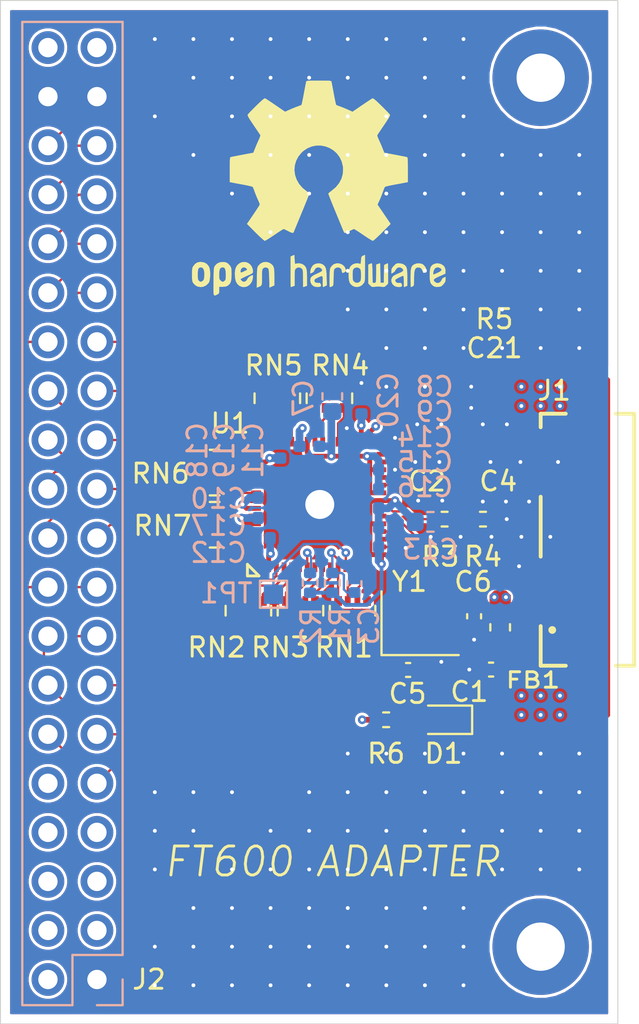
<source format=kicad_pcb>
(kicad_pcb (version 20171130) (host pcbnew "(5.1.6)-1")
  (layers (0 F.Cu signal) (1 In1.Cu signal) (2 In2.Cu signal) (31 B.Cu signal) (34 B.Paste user hide) (35 F.Paste user hide) (36 B.SilkS user) (37 F.SilkS user) (38 B.Mask user hide) (39 F.Mask user hide) (44 Edge.Cuts user))
  (net 0 "")
  (net 1 "Net-(U1-Pad14)")
  (net 2 GND)
  (net 3 "Net-(C5-Pad1)")
  (net 4 "Net-(C6-Pad1)")
  (net 5 VBUS)
  (net 6 +3V3)
  (net 7 "Net-(R2-Pad2)")
  (net 8 "Net-(R3-Pad2)")
  (net 9 "Net-(R3-Pad1)")
  (net 10 "Net-(TP1-Pad1)")
  (net 11 "Net-(J2-Pad10)")
  (net 12 "Net-(J2-Pad8)")
  (net 13 "Net-(J2-Pad7)")
  (net 14 "Net-(J2-Pad6)")
  (net 15 "Net-(J2-Pad5)")
  (net 16 "Net-(J2-Pad4)")
  (net 17 "Net-(J2-Pad3)")
  (net 18 /FTDI_RXF_N)
  (net 19 /FTDI_BE_1)
  (net 20 /FTDI_TXE_N)
  (net 21 /FTDI_BE_0)
  (net 22 /FTDI_RD_N)
  (net 23 /FTDI_OE_N)
  (net 24 /FTDI_WR_N)
  (net 25 /FTDI_DATA_3)
  (net 26 /FTDI_DATA_1)
  (net 27 /FTDI_DATA_2)
  (net 28 /FTDI_DATA_0)
  (net 29 /FTDI_DATA_7)
  (net 30 /FTDI_DATA_5)
  (net 31 /FTDI_DATA_6)
  (net 32 /FTDI_DATA_4)
  (net 33 /FTDI_DATA_11)
  (net 34 /FTDI_DATA_9)
  (net 35 /FTDI_DATA_10)
  (net 36 /FTDI_DATA_8)
  (net 37 /FTDI_DATA_15)
  (net 38 /FTDI_DATA_13)
  (net 39 /FTDI_DATA_14)
  (net 40 /FTDI_DATA_12)
  (net 41 /FTDI_CLK)
  (net 42 /FTDI_GPIO1)
  (net 43 /FTDI_GPIO0)
  (net 44 /FPGA_CLK)
  (net 45 /FPGA_TXEN)
  (net 46 /FPGA_BE0)
  (net 47 /FPGA_BE1)
  (net 48 /FPGA_D15)
  (net 49 /FPGA_OEN)
  (net 50 /FPGA_WRN)
  (net 51 /FPGA_RDN)
  (net 52 /FPGA_RXFN)
  (net 53 /FPGA_D3)
  (net 54 /FPGA_D1)
  (net 55 /FPGA_D2)
  (net 56 /FPGA_D0)
  (net 57 /FPGA_D7)
  (net 58 /FPGA_D5)
  (net 59 /FPGA_D6)
  (net 60 /FPGA_D4)
  (net 61 /FPGA_D10)
  (net 62 /FPGA_D8)
  (net 63 /FPGA_D9)
  (net 64 /FPGA_D14)
  (net 65 /FPGA_D12)
  (net 66 /FPGA_D13)
  (net 67 /FPGA_D11)
  (net 68 /FPGA_GPIO1)
  (net 69 /FPGA_GPIO0)
  (net 70 /FTDI_RESETN)
  (net 71 /FPGA_RESETN)
  (net 72 +5V)
  (net 73 +1V0)
  (net 74 /USB3_SSTX-)
  (net 75 /USB3_SSTX+)
  (net 76 /USB3_SSRX+)
  (net 77 /USB3_SSRX-)
  (net 78 /USB2_D-)
  (net 79 /USB2_D+)
  (net 80 /USB3_SSTX_C-)
  (net 81 /USB3_SSTX_C+)
  (net 82 "Net-(J1-Pad4)")
  (net 83 /SHIELD)
  (net 84 "Net-(RN1-Pad5)")
  (net 85 "Net-(RN1-Pad4)")
  (net 86 /CONN_VBUS)
  (net 87 "Net-(D1-Pad2)")
  (module MountingHole:MountingHole_2.5mm_Pad (layer F.Cu) (at 135 126)
    (fp_text reference REF** hide)
    (fp_text value MountingHole_2.5mm_Pad hide)
    (pad 1 thru_hole circle (at 0 0) (size 5 5) (drill 2.5) (layers *.Cu *.Mask))
  )
  (module MountingHole:MountingHole_2.5mm_Pad (layer F.Cu) (at 135 81)
    (fp_text reference REF** hide)
    (fp_text value MountingHole_2.5mm_Pad)
    (pad 1 thru_hole circle (at 0 0) (size 5 5) (drill 2.5) (layers *.Cu *.Mask))
  )
  (module footprint:QFN40P700X700X85-57N (layer F.Cu) (at 123.5 103.1 90)
    (fp_text reference U1 (at 4.2 -4.6) (layer F.SilkS) (effects (font (size 1.001433 1.001433))))
    (fp_text value FT600Q-T)
    (pad 57 smd rect (at 0 0 90) (size 3.9 4.7) (layers F.Cu F.Paste F.Mask) (net 2 GND))
    (pad 56 smd rect (at -2.6 -3.25 90) (size 0.25 0.5) (layers F.Cu F.Paste F.Mask) (net 37 /FTDI_DATA_15))
    (pad 55 smd rect (at -2.2 -3.25 90) (size 0.25 0.5) (layers F.Cu F.Paste F.Mask) (net 39 /FTDI_DATA_14))
    (pad 54 smd rect (at -1.8 -3.25 90) (size 0.25 0.5) (layers F.Cu F.Paste F.Mask) (net 38 /FTDI_DATA_13))
    (pad 53 smd rect (at -1.4 -3.25 90) (size 0.25 0.5) (layers F.Cu F.Paste F.Mask) (net 40 /FTDI_DATA_12))
    (pad 52 smd rect (at -1 -3.25 90) (size 0.25 0.5) (layers F.Cu F.Paste F.Mask) (net 6 +3V3))
    (pad 51 smd rect (at -0.6 -3.25 90) (size 0.25 0.5) (layers F.Cu F.Paste F.Mask) (net 2 GND))
    (pad 50 smd rect (at -0.2 -3.25 90) (size 0.25 0.5) (layers F.Cu F.Paste F.Mask) (net 73 +1V0))
    (pad 49 smd rect (at 0.2 -3.25 90) (size 0.25 0.5) (layers F.Cu F.Paste F.Mask) (net 2 GND))
    (pad 48 smd rect (at 0.6 -3.25 90) (size 0.25 0.5) (layers F.Cu F.Paste F.Mask) (net 33 /FTDI_DATA_11))
    (pad 47 smd rect (at 1 -3.25 90) (size 0.25 0.5) (layers F.Cu F.Paste F.Mask) (net 35 /FTDI_DATA_10))
    (pad 46 smd rect (at 1.4 -3.25 90) (size 0.25 0.5) (layers F.Cu F.Paste F.Mask) (net 34 /FTDI_DATA_9))
    (pad 45 smd rect (at 1.8 -3.25 90) (size 0.25 0.5) (layers F.Cu F.Paste F.Mask) (net 36 /FTDI_DATA_8))
    (pad 44 smd rect (at 2.2 -3.25 90) (size 0.25 0.5) (layers F.Cu F.Paste F.Mask) (net 6 +3V3))
    (pad 43 smd rect (at 2.6 -3.25 90) (size 0.25 0.5) (layers F.Cu F.Paste F.Mask) (net 41 /FTDI_CLK))
    (pad 42 smd rect (at 3.25 -2.6 90) (size 0.5 0.25) (layers F.Cu F.Paste F.Mask) (net 29 /FTDI_DATA_7))
    (pad 41 smd rect (at 3.25 -2.2 90) (size 0.5 0.25) (layers F.Cu F.Paste F.Mask) (net 31 /FTDI_DATA_6))
    (pad 40 smd rect (at 3.25 -1.8 90) (size 0.5 0.25) (layers F.Cu F.Paste F.Mask) (net 30 /FTDI_DATA_5))
    (pad 39 smd rect (at 3.25 -1.4 90) (size 0.5 0.25) (layers F.Cu F.Paste F.Mask) (net 32 /FTDI_DATA_4))
    (pad 38 smd rect (at 3.25 -1 90) (size 0.5 0.25) (layers F.Cu F.Paste F.Mask) (net 6 +3V3))
    (pad 37 smd rect (at 3.25 -0.6 90) (size 0.5 0.25) (layers F.Cu F.Paste F.Mask) (net 73 +1V0))
    (pad 36 smd rect (at 3.25 -0.2 90) (size 0.5 0.25) (layers F.Cu F.Paste F.Mask) (net 25 /FTDI_DATA_3))
    (pad 35 smd rect (at 3.25 0.2 90) (size 0.5 0.25) (layers F.Cu F.Paste F.Mask) (net 27 /FTDI_DATA_2))
    (pad 34 smd rect (at 3.25 0.6 90) (size 0.5 0.25) (layers F.Cu F.Paste F.Mask) (net 26 /FTDI_DATA_1))
    (pad 33 smd rect (at 3.25 1 90) (size 0.5 0.25) (layers F.Cu F.Paste F.Mask) (net 28 /FTDI_DATA_0))
    (pad 32 smd rect (at 3.25 1.4 90) (size 0.5 0.25) (layers F.Cu F.Paste F.Mask) (net 2 GND))
    (pad 31 smd rect (at 3.25 1.8 90) (size 0.5 0.25) (layers F.Cu F.Paste F.Mask) (net 73 +1V0))
    (pad 30 smd rect (at 3.25 2.2 90) (size 0.5 0.25) (layers F.Cu F.Paste F.Mask) (net 6 +3V3))
    (pad 29 smd rect (at 3.25 2.6 90) (size 0.5 0.25) (layers F.Cu F.Paste F.Mask) (net 5 VBUS))
    (pad 28 smd rect (at 2.6 3.25 90) (size 0.25 0.5) (layers F.Cu F.Paste F.Mask) (net 76 /USB3_SSRX+))
    (pad 27 smd rect (at 2.2 3.25 90) (size 0.25 0.5) (layers F.Cu F.Paste F.Mask) (net 77 /USB3_SSRX-))
    (pad 26 smd rect (at 1.8 3.25 90) (size 0.25 0.5) (layers F.Cu F.Paste F.Mask) (net 73 +1V0))
    (pad 25 smd rect (at 1.4 3.25 90) (size 0.25 0.5) (layers F.Cu F.Paste F.Mask) (net 75 /USB3_SSTX+))
    (pad 24 smd rect (at 1 3.25 90) (size 0.25 0.5) (layers F.Cu F.Paste F.Mask) (net 74 /USB3_SSTX-))
    (pad 23 smd rect (at 0.6 3.25 90) (size 0.25 0.5) (layers F.Cu F.Paste F.Mask) (net 73 +1V0))
    (pad 22 smd rect (at 0.2 3.25 90) (size 0.25 0.5) (layers F.Cu F.Paste F.Mask) (net 6 +3V3))
    (pad 21 smd rect (at -0.2 3.25 90) (size 0.25 0.5) (layers F.Cu F.Paste F.Mask) (net 9 "Net-(R3-Pad1)"))
    (pad 20 smd rect (at -0.6 3.25 90) (size 0.25 0.5) (layers F.Cu F.Paste F.Mask) (net 78 /USB2_D-))
    (pad 19 smd rect (at -1 3.25 90) (size 0.25 0.5) (layers F.Cu F.Paste F.Mask) (net 6 +3V3))
    (pad 18 smd rect (at -1.4 3.25 90) (size 0.25 0.5) (layers F.Cu F.Paste F.Mask) (net 79 /USB2_D+))
    (pad 17 smd rect (at -1.8 3.25 90) (size 0.25 0.5) (layers F.Cu F.Paste F.Mask) (net 4 "Net-(C6-Pad1)"))
    (pad 16 smd rect (at -2.2 3.25 90) (size 0.25 0.5) (layers F.Cu F.Paste F.Mask) (net 3 "Net-(C5-Pad1)"))
    (pad 15 smd rect (at -2.6 3.25 90) (size 0.25 0.5) (layers F.Cu F.Paste F.Mask) (net 6 +3V3))
    (pad 14 smd rect (at -3.25 2.6 90) (size 0.5 0.25) (layers F.Cu F.Paste F.Mask) (net 1 "Net-(U1-Pad14)"))
    (pad 13 smd rect (at -3.25 2.2 90) (size 0.5 0.25) (layers F.Cu F.Paste F.Mask) (net 42 /FTDI_GPIO1))
    (pad 12 smd rect (at -3.25 1.8 90) (size 0.5 0.25) (layers F.Cu F.Paste F.Mask) (net 43 /FTDI_GPIO0))
    (pad 11 smd rect (at -3.25 1.4 90) (size 0.5 0.25) (layers F.Cu F.Paste F.Mask) (net 10 "Net-(TP1-Pad1)"))
    (pad 10 smd rect (at -3.25 1 90) (size 0.5 0.25) (layers F.Cu F.Paste F.Mask) (net 70 /FTDI_RESETN))
    (pad 9 smd rect (at -3.25 0.6 90) (size 0.5 0.25) (layers F.Cu F.Paste F.Mask) (net 23 /FTDI_OE_N))
    (pad 8 smd rect (at -3.25 0.2 90) (size 0.5 0.25) (layers F.Cu F.Paste F.Mask) (net 22 /FTDI_RD_N))
    (pad 7 smd rect (at -3.25 -0.2 90) (size 0.5 0.25) (layers F.Cu F.Paste F.Mask) (net 24 /FTDI_WR_N))
    (pad 6 smd rect (at -3.25 -0.6 90) (size 0.5 0.25) (layers F.Cu F.Paste F.Mask) (net 7 "Net-(R2-Pad2)"))
    (pad 5 smd rect (at -3.25 -1 90) (size 0.5 0.25) (layers F.Cu F.Paste F.Mask) (net 18 /FTDI_RXF_N))
    (pad 4 smd rect (at -3.25 -1.4 90) (size 0.5 0.25) (layers F.Cu F.Paste F.Mask) (net 20 /FTDI_TXE_N))
    (pad 3 smd rect (at -3.25 -1.8 90) (size 0.5 0.25) (layers F.Cu F.Paste F.Mask) (net 19 /FTDI_BE_1))
    (pad 2 smd rect (at -3.25 -2.2 90) (size 0.5 0.25) (layers F.Cu F.Paste F.Mask) (net 21 /FTDI_BE_0))
    (pad 1 smd rect (at -3.25 -2.6 90) (size 0.5 0.25) (layers F.Cu F.Paste F.Mask) (net 73 +1V0))
  )
  (module footprint:692622030100 (layer F.Cu) (at 137.6 107.6 90)
    (fp_text reference J1 (at 10.4 -1.9 180) (layer F.SilkS))
    (fp_text value 692622030100)
    (pad S1 smd rect (at -4 0 90) (size 1.8 1.9) (layers F.Cu F.Paste F.Mask) (net 83 /SHIELD))
    (pad S2 smd rect (at -1.2 0 90) (size 1.9 1.9) (layers F.Cu F.Paste F.Mask) (net 83 /SHIELD))
    (pad S3 smd rect (at 1.2 0 90) (size 1.9 1.9) (layers F.Cu F.Paste F.Mask) (net 83 /SHIELD))
    (pad S4 smd rect (at 4 0 90) (size 1.8 1.9) (layers F.Cu F.Paste F.Mask) (net 83 /SHIELD))
    (pad S6 smd rect (at 9.1 0 90) (size 2.3 1.9) (layers F.Cu F.Paste F.Mask) (net 83 /SHIELD))
    (pad S5 smd rect (at 6.5 0 90) (size 1.8 1.9) (layers F.Cu F.Paste F.Mask) (net 83 /SHIELD))
    (pad 2 smd rect (at -0.65 -2.675 90) (size 0.4 1.35) (layers F.Cu F.Paste F.Mask) (net 78 /USB2_D-))
    (pad 4 smd rect (at 0.65 -2.675 90) (size 0.4 1.35) (layers F.Cu F.Paste F.Mask) (net 82 "Net-(J1-Pad4)"))
    (pad 5 smd rect (at 1.3 -2.675 90) (size 0.4 1.35) (layers F.Cu F.Paste F.Mask) (net 2 GND))
    (pad 1 smd rect (at -1.3 -2.675 90) (size 0.4 1.35) (layers F.Cu F.Paste F.Mask) (net 86 /CONN_VBUS))
    (pad 3 smd rect (at 0 -2.675 90) (size 0.4 1.35) (layers F.Cu F.Paste F.Mask) (net 79 /USB2_D+))
    (pad 6 smd rect (at 5.4 -2.675 90) (size 0.4 1.35) (layers F.Cu F.Paste F.Mask) (net 80 /USB3_SSTX_C-))
    (pad 10 smd rect (at 8 -2.675 90) (size 0.4 1.35) (layers F.Cu F.Paste F.Mask) (net 76 /USB3_SSRX+))
    (pad 9 smd rect (at 7.35 -2.675 90) (size 0.4 1.35) (layers F.Cu F.Paste F.Mask) (net 77 /USB3_SSRX-))
    (pad 7 smd rect (at 6.05 -2.675 90) (size 0.4 1.35) (layers F.Cu F.Paste F.Mask) (net 81 /USB3_SSTX_C+))
    (pad 8 smd rect (at 6.7 -2.675 90) (size 0.4 1.35) (layers F.Cu F.Paste F.Mask) (net 2 GND))
  )
  (module Symbol:OSHW-Logo2_14.6x12mm_SilkScreen (layer F.Cu) (at 123.5 86.7)
    (fp_text reference REF** hide)
    (fp_text value OSHW-Logo2_14.6x12mm_SilkScreen hide)
  )
  (module Resistor_SMD:R_0402_1005Metric (layer F.Cu) (at 126.99 114.25)
    (fp_text reference R6 (at 0 1.75) (layer F.SilkS))
    (fp_text value 10K)
    (pad 2 smd roundrect (at 0.51 0) (size 0.54 0.64) (layers F.Cu F.Paste F.Mask) (net 87 "Net-(D1-Pad2)"))
    (pad 1 smd roundrect (at -0.51 0) (size 0.54 0.64) (layers F.Cu F.Paste F.Mask) (net 72 +5V))
  )
  (module LED_SMD:LED_0603_1608Metric (layer F.Cu) (at 129.9625 114.25 180)
    (fp_text reference D1 (at 0 -1.75) (layer F.SilkS))
    (fp_text value GREEN)
    (pad 2 smd roundrect (at 0.7875 0 180) (size 0.875 0.95) (layers F.Cu F.Paste F.Mask) (net 87 "Net-(D1-Pad2)"))
    (pad 1 smd roundrect (at -0.7875 0 180) (size 0.875 0.95) (layers F.Cu F.Paste F.Mask) (net 2 GND))
  )
  (module Capacitor_SMD:C_0402_1005Metric (layer F.Cu) (at 132.6 98.1 180)
    (fp_text reference C21 (at 0 3.1) (layer F.SilkS))
    (fp_text value 100nF)
    (pad 2 smd roundrect (at 0.485 0 180) (size 0.59 0.64) (layers F.Cu F.Paste F.Mask) (net 2 GND))
    (pad 1 smd roundrect (at -0.485 0 180) (size 0.59 0.64) (layers F.Cu F.Paste F.Mask) (net 83 /SHIELD))
  )
  (module Capacitor_SMD:C_0402_1005Metric (layer B.Cu) (at 125.71 97.925 90)
    (fp_text reference C20 (at 0.225 1.39 90) (layer B.SilkS) (effects (justify mirror)))
    (fp_text value 100nF)
    (pad 2 smd roundrect (at 0.485 0 90) (size 0.59 0.64) (layers B.Cu B.Paste B.Mask) (net 2 GND))
    (pad 1 smd roundrect (at -0.485 0 90) (size 0.59 0.64) (layers B.Cu B.Paste B.Mask) (net 6 +3V3))
  )
  (module Capacitor_SMD:C_0402_1005Metric (layer B.Cu) (at 122.5 100.575 270)
    (fp_text reference C19 (at -0.275 3.9 90) (layer B.SilkS) (effects (justify mirror)))
    (fp_text value 100nF)
    (pad 2 smd roundrect (at 0.485 0 270) (size 0.59 0.64) (layers B.Cu B.Paste B.Mask) (net 2 GND))
    (pad 1 smd roundrect (at -0.485 0 270) (size 0.59 0.64) (layers B.Cu B.Paste B.Mask) (net 6 +3V3))
  )
  (module Capacitor_SMD:C_0402_1005Metric (layer F.Cu) (at 130.985 101.4)
    (fp_text reference C4 (at 1.815 0.5) (layer F.SilkS))
    (fp_text value 100nF)
    (pad 2 smd roundrect (at 0.485 0) (size 0.59 0.64) (layers F.Cu F.Paste F.Mask) (net 81 /USB3_SSTX_C+))
    (pad 1 smd roundrect (at -0.485 0) (size 0.59 0.64) (layers F.Cu F.Paste F.Mask) (net 75 /USB3_SSTX+))
  )
  (module Capacitor_SMD:C_0402_1005Metric (layer F.Cu) (at 130.985 102.4)
    (fp_text reference C2 (at -1.885 -0.5) (layer F.SilkS))
    (fp_text value 100nF)
    (pad 2 smd roundrect (at 0.485 0) (size 0.59 0.64) (layers F.Cu F.Paste F.Mask) (net 80 /USB3_SSTX_C-))
    (pad 1 smd roundrect (at -0.485 0) (size 0.59 0.64) (layers F.Cu F.Paste F.Mask) (net 74 /USB3_SSTX-))
  )
  (module Capacitor_SMD:C_0402_1005Metric (layer B.Cu) (at 121.5 101.185 270)
    (fp_text reference C18 (at -0.885 4.3 90) (layer B.SilkS) (effects (justify mirror)))
    (fp_text value 100nF)
    (pad 2 smd roundrect (at 0.485 0 270) (size 0.59 0.64) (layers B.Cu B.Paste B.Mask) (net 2 GND))
    (pad 1 smd roundrect (at -0.485 0 270) (size 0.59 0.64) (layers B.Cu B.Paste B.Mask) (net 6 +3V3))
  )
  (module Resistor_SMD:R_0402_1005Metric (layer F.Cu) (at 132.585 97 180)
    (fp_text reference R5 (at -0.015 3.5) (layer F.SilkS))
    (fp_text value 1M)
    (pad 2 smd roundrect (at 0.485 0 180) (size 0.59 0.64) (layers F.Cu F.Paste F.Mask) (net 2 GND))
    (pad 1 smd roundrect (at -0.485 0 180) (size 0.59 0.64) (layers F.Cu F.Paste F.Mask) (net 83 /SHIELD))
  )
  (module Capacitor_SMD:C_0402_1005Metric (layer B.Cu) (at 120.835 103.8)
    (fp_text reference C17 (at -2.535 0.4) (layer B.SilkS) (effects (justify mirror)))
    (fp_text value 100nF)
    (pad 2 smd roundrect (at 0.485 0) (size 0.59 0.64) (layers B.Cu B.Paste B.Mask) (net 2 GND))
    (pad 1 smd roundrect (at -0.485 0) (size 0.59 0.64) (layers B.Cu B.Paste B.Mask) (net 6 +3V3))
  )
  (module Capacitor_SMD:C_0402_1005Metric (layer B.Cu) (at 126.115 105.3 180)
    (fp_text reference C16 (at -2.885 3.1) (layer B.SilkS) (effects (justify mirror)))
    (fp_text value 100nF)
    (pad 2 smd roundrect (at 0.485 0 180) (size 0.59 0.64) (layers B.Cu B.Paste B.Mask) (net 2 GND))
    (pad 1 smd roundrect (at -0.485 0 180) (size 0.59 0.64) (layers B.Cu B.Paste B.Mask) (net 6 +3V3))
  )
  (module Capacitor_SMD:C_0402_1005Metric (layer B.Cu) (at 126.115 104.3 180)
    (fp_text reference C15 (at -2.885 3.4) (layer B.SilkS) (effects (justify mirror)))
    (fp_text value 100nF)
    (pad 2 smd roundrect (at 0.485 0 180) (size 0.59 0.64) (layers B.Cu B.Paste B.Mask) (net 2 GND))
    (pad 1 smd roundrect (at -0.485 0 180) (size 0.59 0.64) (layers B.Cu B.Paste B.Mask) (net 6 +3V3))
  )
  (module Capacitor_SMD:C_0402_1005Metric (layer B.Cu) (at 126.115 103.3 180)
    (fp_text reference C14 (at -2.885 3.7) (layer B.SilkS) (effects (justify mirror)))
    (fp_text value 100nF)
    (pad 2 smd roundrect (at 0.485 0 180) (size 0.59 0.64) (layers B.Cu B.Paste B.Mask) (net 2 GND))
    (pad 1 smd roundrect (at -0.485 0 180) (size 0.59 0.64) (layers B.Cu B.Paste B.Mask) (net 6 +3V3))
  )
  (module Capacitor_SMD:C_0402_1005Metric (layer B.Cu) (at 123.53 100.575 270)
    (fp_text reference C11 (at -0.275 3.43 270) (layer B.SilkS) (effects (justify mirror)))
    (fp_text value 100nF)
    (pad 2 smd roundrect (at 0.485 0 270) (size 0.59 0.64) (layers B.Cu B.Paste B.Mask) (net 2 GND))
    (pad 1 smd roundrect (at -0.485 0 270) (size 0.59 0.64) (layers B.Cu B.Paste B.Mask) (net 73 +1V0))
  )
  (module Capacitor_SMD:C_0402_1005Metric (layer B.Cu) (at 121.465 104.85)
    (fp_text reference C12 (at -3.165 0.75) (layer B.SilkS) (effects (justify mirror)))
    (fp_text value 100nF)
    (pad 2 smd roundrect (at 0.485 0) (size 0.59 0.64) (layers B.Cu B.Paste B.Mask) (net 2 GND))
    (pad 1 smd roundrect (at -0.485 0) (size 0.59 0.64) (layers B.Cu B.Paste B.Mask) (net 73 +1V0))
  )
  (module Capacitor_SMD:C_0603_1608Metric (layer B.Cu) (at 129.2875 104)
    (fp_text reference C13 (at 0 1.43) (layer B.SilkS) (effects (justify mirror)))
    (fp_text value 4.7uF)
    (pad 2 smd roundrect (at 0.7875 0) (size 0.875 0.95) (layers B.Cu B.Paste B.Mask) (net 2 GND))
    (pad 1 smd roundrect (at -0.7875 0) (size 0.875 0.95) (layers B.Cu B.Paste B.Mask) (net 6 +3V3))
  )
  (module Capacitor_SMD:C_0402_1005Metric (layer B.Cu) (at 120.835 102.75)
    (fp_text reference C10 (at -2.535 0.05) (layer B.SilkS) (effects (justify mirror)))
    (fp_text value 100nF)
    (pad 2 smd roundrect (at 0.485 0) (size 0.59 0.64) (layers B.Cu B.Paste B.Mask) (net 2 GND))
    (pad 1 smd roundrect (at -0.485 0) (size 0.59 0.64) (layers B.Cu B.Paste B.Mask) (net 73 +1V0))
  )
  (module Capacitor_SMD:C_0402_1005Metric (layer B.Cu) (at 126.115 102.3 180)
    (fp_text reference C9 (at -3.385 4 180) (layer B.SilkS) (effects (justify mirror)))
    (fp_text value 100nF)
    (pad 2 smd roundrect (at 0.485 0 180) (size 0.59 0.64) (layers B.Cu B.Paste B.Mask) (net 2 GND))
    (pad 1 smd roundrect (at -0.485 0 180) (size 0.59 0.64) (layers B.Cu B.Paste B.Mask) (net 73 +1V0))
  )
  (module Capacitor_SMD:C_0402_1005Metric (layer B.Cu) (at 126.115 101.3 180)
    (fp_text reference C8 (at -3.385 4.3) (layer B.SilkS) (effects (justify mirror)))
    (fp_text value 100nF)
    (pad 2 smd roundrect (at 0.485 0 180) (size 0.59 0.64) (layers B.Cu B.Paste B.Mask) (net 2 GND))
    (pad 1 smd roundrect (at -0.485 0 180) (size 0.59 0.64) (layers B.Cu B.Paste B.Mask) (net 73 +1V0))
  )
  (module Capacitor_SMD:C_0603_1608Metric (layer B.Cu) (at 124.2 97.5025 90)
    (fp_text reference C7 (at -0.0975 -1.5 270) (layer B.SilkS) (effects (justify mirror)))
    (fp_text value 4.7uF)
    (pad 2 smd roundrect (at 0.7875 0 90) (size 0.875 0.95) (layers B.Cu B.Paste B.Mask) (net 2 GND))
    (pad 1 smd roundrect (at -0.7875 0 90) (size 0.875 0.95) (layers B.Cu B.Paste B.Mask) (net 73 +1V0))
  )
  (module Resistor_SMD:R_Array_Convex_4x0402 (layer F.Cu) (at 125.25 108.6 90)
    (fp_text reference RN1 (at -1.9 -0.45 180) (layer F.SilkS))
    (fp_text value 22R)
    (pad 5 smd rect (at 0.5 0.75 90) (size 0.5 0.4) (layers F.Cu F.Paste F.Mask) (net 84 "Net-(RN1-Pad5)"))
    (pad 6 smd rect (at 0.5 0.25 90) (size 0.5 0.3) (layers F.Cu F.Paste F.Mask) (net 42 /FTDI_GPIO1))
    (pad 8 smd rect (at 0.5 -0.75 90) (size 0.5 0.4) (layers F.Cu F.Paste F.Mask) (net 70 /FTDI_RESETN))
    (pad 7 smd rect (at 0.5 -0.25 90) (size 0.5 0.3) (layers F.Cu F.Paste F.Mask) (net 43 /FTDI_GPIO0))
    (pad 4 smd rect (at -0.5 0.75 90) (size 0.5 0.4) (layers F.Cu F.Paste F.Mask) (net 85 "Net-(RN1-Pad4)"))
    (pad 2 smd rect (at -0.5 -0.25 90) (size 0.5 0.3) (layers F.Cu F.Paste F.Mask) (net 69 /FPGA_GPIO0))
    (pad 3 smd rect (at -0.5 0.25 90) (size 0.5 0.3) (layers F.Cu F.Paste F.Mask) (net 68 /FPGA_GPIO1))
    (pad 1 smd rect (at -0.5 -0.75 90) (size 0.5 0.4) (layers F.Cu F.Paste F.Mask) (net 71 /FPGA_RESETN))
  )
  (module Resistor_SMD:R_Array_Convex_4x0402 (layer F.Cu) (at 118.1 104.15)
    (fp_text reference RN7 (at -2.7 0.05) (layer F.SilkS))
    (fp_text value 22R)
    (pad 5 smd rect (at 0.5 0.75) (size 0.5 0.4) (layers F.Cu F.Paste F.Mask) (net 39 /FTDI_DATA_14))
    (pad 6 smd rect (at 0.5 0.25) (size 0.5 0.3) (layers F.Cu F.Paste F.Mask) (net 38 /FTDI_DATA_13))
    (pad 8 smd rect (at 0.5 -0.75) (size 0.5 0.4) (layers F.Cu F.Paste F.Mask) (net 33 /FTDI_DATA_11))
    (pad 7 smd rect (at 0.5 -0.25) (size 0.5 0.3) (layers F.Cu F.Paste F.Mask) (net 40 /FTDI_DATA_12))
    (pad 4 smd rect (at -0.5 0.75) (size 0.5 0.4) (layers F.Cu F.Paste F.Mask) (net 64 /FPGA_D14))
    (pad 2 smd rect (at -0.5 -0.25) (size 0.5 0.3) (layers F.Cu F.Paste F.Mask) (net 65 /FPGA_D12))
    (pad 3 smd rect (at -0.5 0.25) (size 0.5 0.3) (layers F.Cu F.Paste F.Mask) (net 66 /FPGA_D13))
    (pad 1 smd rect (at -0.5 -0.75) (size 0.5 0.4) (layers F.Cu F.Paste F.Mask) (net 67 /FPGA_D11))
  )
  (module Resistor_SMD:R_Array_Convex_4x0402 (layer F.Cu) (at 118.1 101.45)
    (fp_text reference RN6 (at -2.8 0.05) (layer F.SilkS))
    (fp_text value 22R)
    (pad 5 smd rect (at 0.5 0.75) (size 0.5 0.4) (layers F.Cu F.Paste F.Mask) (net 35 /FTDI_DATA_10))
    (pad 6 smd rect (at 0.5 0.25) (size 0.5 0.3) (layers F.Cu F.Paste F.Mask) (net 34 /FTDI_DATA_9))
    (pad 8 smd rect (at 0.5 -0.75) (size 0.5 0.4) (layers F.Cu F.Paste F.Mask) (net 41 /FTDI_CLK))
    (pad 7 smd rect (at 0.5 -0.25) (size 0.5 0.3) (layers F.Cu F.Paste F.Mask) (net 36 /FTDI_DATA_8))
    (pad 4 smd rect (at -0.5 0.75) (size 0.5 0.4) (layers F.Cu F.Paste F.Mask) (net 61 /FPGA_D10))
    (pad 2 smd rect (at -0.5 -0.25) (size 0.5 0.3) (layers F.Cu F.Paste F.Mask) (net 62 /FPGA_D8))
    (pad 3 smd rect (at -0.5 0.25) (size 0.5 0.3) (layers F.Cu F.Paste F.Mask) (net 63 /FPGA_D9))
    (pad 1 smd rect (at -0.5 -0.75) (size 0.5 0.4) (layers F.Cu F.Paste F.Mask) (net 44 /FPGA_CLK))
  )
  (module Resistor_SMD:R_Array_Convex_4x0402 (layer F.Cu) (at 121.35 97.6 270)
    (fp_text reference RN5 (at -1.7 0.19 180) (layer F.SilkS))
    (fp_text value 22R)
    (pad 5 smd rect (at 0.5 0.75 270) (size 0.5 0.4) (layers F.Cu F.Paste F.Mask) (net 29 /FTDI_DATA_7))
    (pad 6 smd rect (at 0.5 0.25 270) (size 0.5 0.3) (layers F.Cu F.Paste F.Mask) (net 31 /FTDI_DATA_6))
    (pad 8 smd rect (at 0.5 -0.75 270) (size 0.5 0.4) (layers F.Cu F.Paste F.Mask) (net 32 /FTDI_DATA_4))
    (pad 7 smd rect (at 0.5 -0.25 270) (size 0.5 0.3) (layers F.Cu F.Paste F.Mask) (net 30 /FTDI_DATA_5))
    (pad 4 smd rect (at -0.5 0.75 270) (size 0.5 0.4) (layers F.Cu F.Paste F.Mask) (net 57 /FPGA_D7))
    (pad 2 smd rect (at -0.5 -0.25 270) (size 0.5 0.3) (layers F.Cu F.Paste F.Mask) (net 58 /FPGA_D5))
    (pad 3 smd rect (at -0.5 0.25 270) (size 0.5 0.3) (layers F.Cu F.Paste F.Mask) (net 59 /FPGA_D6))
    (pad 1 smd rect (at -0.5 -0.75 270) (size 0.5 0.4) (layers F.Cu F.Paste F.Mask) (net 60 /FPGA_D4))
  )
  (module Resistor_SMD:R_Array_Convex_4x0402 (layer F.Cu) (at 124.05 97.6 270)
    (fp_text reference RN4 (at -1.7 -0.56) (layer F.SilkS))
    (fp_text value 22R)
    (pad 5 smd rect (at 0.5 0.75 270) (size 0.5 0.4) (layers F.Cu F.Paste F.Mask) (net 25 /FTDI_DATA_3))
    (pad 6 smd rect (at 0.5 0.25 270) (size 0.5 0.3) (layers F.Cu F.Paste F.Mask) (net 27 /FTDI_DATA_2))
    (pad 8 smd rect (at 0.5 -0.75 270) (size 0.5 0.4) (layers F.Cu F.Paste F.Mask) (net 28 /FTDI_DATA_0))
    (pad 7 smd rect (at 0.5 -0.25 270) (size 0.5 0.3) (layers F.Cu F.Paste F.Mask) (net 26 /FTDI_DATA_1))
    (pad 4 smd rect (at -0.5 0.75 270) (size 0.5 0.4) (layers F.Cu F.Paste F.Mask) (net 53 /FPGA_D3))
    (pad 2 smd rect (at -0.5 -0.25 270) (size 0.5 0.3) (layers F.Cu F.Paste F.Mask) (net 54 /FPGA_D1))
    (pad 3 smd rect (at -0.5 0.25 270) (size 0.5 0.3) (layers F.Cu F.Paste F.Mask) (net 55 /FPGA_D2))
    (pad 1 smd rect (at -0.5 -0.75 270) (size 0.5 0.4) (layers F.Cu F.Paste F.Mask) (net 56 /FPGA_D0))
  )
  (module Resistor_SMD:R_Array_Convex_4x0402 (layer F.Cu) (at 122.55 108.6 90)
    (fp_text reference RN3 (at -1.9 -1.05 180) (layer F.SilkS))
    (fp_text value 22R)
    (pad 5 smd rect (at 0.5 0.75 90) (size 0.5 0.4) (layers F.Cu F.Paste F.Mask) (net 23 /FTDI_OE_N))
    (pad 6 smd rect (at 0.5 0.25 90) (size 0.5 0.3) (layers F.Cu F.Paste F.Mask) (net 22 /FTDI_RD_N))
    (pad 8 smd rect (at 0.5 -0.75 90) (size 0.5 0.4) (layers F.Cu F.Paste F.Mask) (net 18 /FTDI_RXF_N))
    (pad 7 smd rect (at 0.5 -0.25 90) (size 0.5 0.3) (layers F.Cu F.Paste F.Mask) (net 24 /FTDI_WR_N))
    (pad 4 smd rect (at -0.5 0.75 90) (size 0.5 0.4) (layers F.Cu F.Paste F.Mask) (net 49 /FPGA_OEN))
    (pad 2 smd rect (at -0.5 -0.25 90) (size 0.5 0.3) (layers F.Cu F.Paste F.Mask) (net 50 /FPGA_WRN))
    (pad 3 smd rect (at -0.5 0.25 90) (size 0.5 0.3) (layers F.Cu F.Paste F.Mask) (net 51 /FPGA_RDN))
    (pad 1 smd rect (at -0.5 -0.75 90) (size 0.5 0.4) (layers F.Cu F.Paste F.Mask) (net 52 /FPGA_RXFN))
  )
  (module Resistor_SMD:R_Array_Convex_4x0402 (layer F.Cu) (at 119.85 108.6 90)
    (fp_text reference RN2 (at -1.9 -1.65) (layer F.SilkS))
    (fp_text value 22R)
    (pad 5 smd rect (at 0.5 0.75 90) (size 0.5 0.4) (layers F.Cu F.Paste F.Mask) (net 20 /FTDI_TXE_N))
    (pad 6 smd rect (at 0.5 0.25 90) (size 0.5 0.3) (layers F.Cu F.Paste F.Mask) (net 19 /FTDI_BE_1))
    (pad 8 smd rect (at 0.5 -0.75 90) (size 0.5 0.4) (layers F.Cu F.Paste F.Mask) (net 37 /FTDI_DATA_15))
    (pad 7 smd rect (at 0.5 -0.25 90) (size 0.5 0.3) (layers F.Cu F.Paste F.Mask) (net 21 /FTDI_BE_0))
    (pad 4 smd rect (at -0.5 0.75 90) (size 0.5 0.4) (layers F.Cu F.Paste F.Mask) (net 45 /FPGA_TXEN))
    (pad 2 smd rect (at -0.5 -0.25 90) (size 0.5 0.3) (layers F.Cu F.Paste F.Mask) (net 46 /FPGA_BE0))
    (pad 3 smd rect (at -0.5 0.25 90) (size 0.5 0.3) (layers F.Cu F.Paste F.Mask) (net 47 /FPGA_BE1))
    (pad 1 smd rect (at -0.5 -0.75 90) (size 0.5 0.4) (layers F.Cu F.Paste F.Mask) (net 48 /FPGA_D15))
  )
  (module Connector_PinSocket_2.54mm:PinSocket_2x20_P2.54mm_Vertical (layer B.Cu) (at 112 127.7)
    (fp_text reference J2 (at 2.7 0) (layer F.SilkS))
    (fp_text value Conn_02x20_Odd_Even)
    (pad 40 thru_hole oval (at -2.54 -48.26) (size 1.7 1.7) (drill 1) (layers *.Cu *.Mask) (net 6 +3V3))
    (pad 39 thru_hole oval (at 0 -48.26) (size 1.7 1.7) (drill 1) (layers *.Cu *.Mask) (net 6 +3V3))
    (pad 38 thru_hole oval (at -2.54 -45.72) (size 1.7 1.7) (drill 1) (layers *.Cu *.Mask) (net 2 GND))
    (pad 37 thru_hole oval (at 0 -45.72) (size 1.7 1.7) (drill 1) (layers *.Cu *.Mask) (net 2 GND))
    (pad 36 thru_hole oval (at -2.54 -43.18) (size 1.7 1.7) (drill 1) (layers *.Cu *.Mask) (net 56 /FPGA_D0))
    (pad 35 thru_hole oval (at 0 -43.18) (size 1.7 1.7) (drill 1) (layers *.Cu *.Mask) (net 54 /FPGA_D1))
    (pad 34 thru_hole oval (at -2.54 -40.64) (size 1.7 1.7) (drill 1) (layers *.Cu *.Mask) (net 55 /FPGA_D2))
    (pad 33 thru_hole oval (at 0 -40.64) (size 1.7 1.7) (drill 1) (layers *.Cu *.Mask) (net 53 /FPGA_D3))
    (pad 32 thru_hole oval (at -2.54 -38.1) (size 1.7 1.7) (drill 1) (layers *.Cu *.Mask) (net 60 /FPGA_D4))
    (pad 31 thru_hole oval (at 0 -38.1) (size 1.7 1.7) (drill 1) (layers *.Cu *.Mask) (net 58 /FPGA_D5))
    (pad 30 thru_hole oval (at -2.54 -35.56) (size 1.7 1.7) (drill 1) (layers *.Cu *.Mask) (net 59 /FPGA_D6))
    (pad 29 thru_hole oval (at 0 -35.56) (size 1.7 1.7) (drill 1) (layers *.Cu *.Mask) (net 44 /FPGA_CLK))
    (pad 28 thru_hole oval (at -2.54 -33.02) (size 1.7 1.7) (drill 1) (layers *.Cu *.Mask) (net 62 /FPGA_D8))
    (pad 27 thru_hole oval (at 0 -33.02) (size 1.7 1.7) (drill 1) (layers *.Cu *.Mask) (net 57 /FPGA_D7))
    (pad 26 thru_hole oval (at -2.54 -30.48) (size 1.7 1.7) (drill 1) (layers *.Cu *.Mask) (net 61 /FPGA_D10))
    (pad 25 thru_hole oval (at 0 -30.48) (size 1.7 1.7) (drill 1) (layers *.Cu *.Mask) (net 63 /FPGA_D9))
    (pad 24 thru_hole oval (at -2.54 -27.94) (size 1.7 1.7) (drill 1) (layers *.Cu *.Mask) (net 65 /FPGA_D12))
    (pad 23 thru_hole oval (at 0 -27.94) (size 1.7 1.7) (drill 1) (layers *.Cu *.Mask) (net 67 /FPGA_D11))
    (pad 22 thru_hole oval (at -2.54 -25.4) (size 1.7 1.7) (drill 1) (layers *.Cu *.Mask) (net 64 /FPGA_D14))
    (pad 21 thru_hole oval (at 0 -25.4) (size 1.7 1.7) (drill 1) (layers *.Cu *.Mask) (net 66 /FPGA_D13))
    (pad 20 thru_hole oval (at -2.54 -22.86) (size 1.7 1.7) (drill 1) (layers *.Cu *.Mask) (net 46 /FPGA_BE0))
    (pad 19 thru_hole oval (at 0 -22.86) (size 1.7 1.7) (drill 1) (layers *.Cu *.Mask) (net 48 /FPGA_D15))
    (pad 18 thru_hole oval (at -2.54 -20.32) (size 1.7 1.7) (drill 1) (layers *.Cu *.Mask) (net 45 /FPGA_TXEN))
    (pad 17 thru_hole oval (at 0 -20.32) (size 1.7 1.7) (drill 1) (layers *.Cu *.Mask) (net 47 /FPGA_BE1))
    (pad 16 thru_hole oval (at -2.54 -17.78) (size 1.7 1.7) (drill 1) (layers *.Cu *.Mask) (net 50 /FPGA_WRN))
    (pad 15 thru_hole oval (at 0 -17.78) (size 1.7 1.7) (drill 1) (layers *.Cu *.Mask) (net 52 /FPGA_RXFN))
    (pad 14 thru_hole oval (at -2.54 -15.24) (size 1.7 1.7) (drill 1) (layers *.Cu *.Mask) (net 49 /FPGA_OEN))
    (pad 13 thru_hole oval (at 0 -15.24) (size 1.7 1.7) (drill 1) (layers *.Cu *.Mask) (net 51 /FPGA_RDN))
    (pad 12 thru_hole oval (at -2.54 -12.7) (size 1.7 1.7) (drill 1) (layers *.Cu *.Mask) (net 69 /FPGA_GPIO0))
    (pad 11 thru_hole oval (at 0 -12.7) (size 1.7 1.7) (drill 1) (layers *.Cu *.Mask) (net 71 /FPGA_RESETN))
    (pad 10 thru_hole oval (at -2.54 -10.16) (size 1.7 1.7) (drill 1) (layers *.Cu *.Mask) (net 11 "Net-(J2-Pad10)"))
    (pad 9 thru_hole oval (at 0 -10.16) (size 1.7 1.7) (drill 1) (layers *.Cu *.Mask) (net 68 /FPGA_GPIO1))
    (pad 8 thru_hole oval (at -2.54 -7.62) (size 1.7 1.7) (drill 1) (layers *.Cu *.Mask) (net 12 "Net-(J2-Pad8)"))
    (pad 7 thru_hole oval (at 0 -7.62) (size 1.7 1.7) (drill 1) (layers *.Cu *.Mask) (net 13 "Net-(J2-Pad7)"))
    (pad 6 thru_hole oval (at -2.54 -5.08) (size 1.7 1.7) (drill 1) (layers *.Cu *.Mask) (net 14 "Net-(J2-Pad6)"))
    (pad 5 thru_hole oval (at 0 -5.08) (size 1.7 1.7) (drill 1) (layers *.Cu *.Mask) (net 15 "Net-(J2-Pad5)"))
    (pad 4 thru_hole oval (at -2.54 -2.54) (size 1.7 1.7) (drill 1) (layers *.Cu *.Mask) (net 16 "Net-(J2-Pad4)"))
    (pad 3 thru_hole oval (at 0 -2.54) (size 1.7 1.7) (drill 1) (layers *.Cu *.Mask) (net 17 "Net-(J2-Pad3)"))
    (pad 2 thru_hole oval (at -2.54 0) (size 1.7 1.7) (drill 1) (layers *.Cu *.Mask) (net 72 +5V))
    (pad 1 thru_hole rect (at 0 0) (size 1.7 1.7) (drill 1) (layers *.Cu *.Mask) (net 2 GND))
  )
  (module TestPoint:TestPoint_Pad_1.0x1.0mm (layer B.Cu) (at 121.15 107.75)
    (fp_text reference TP1 (at -2.45 -0.05) (layer B.SilkS) (effects (justify mirror)))
    (fp_text value TestPoint)
    (pad 1 smd rect (at 0 0) (size 1 1) (layers B.Cu B.Mask) (net 10 "Net-(TP1-Pad1)"))
  )
  (module Resistor_SMD:R_0402_1005Metric (layer F.Cu) (at 132.01 103.86)
    (fp_text reference R4 (at 0 1.94) (layer F.SilkS))
    (fp_text value 0R)
    (pad 2 smd roundrect (at 0.51 0) (size 0.54 0.64) (layers F.Cu F.Paste F.Mask) (net 2 GND))
    (pad 1 smd roundrect (at -0.51 0) (size 0.54 0.64) (layers F.Cu F.Paste F.Mask) (net 8 "Net-(R3-Pad2)"))
  )
  (module Resistor_SMD:R_0402_1005Metric (layer F.Cu) (at 130.02 103.86)
    (fp_text reference R3 (at -0.22 1.94) (layer F.SilkS))
    (fp_text value 1.6K)
    (pad 2 smd roundrect (at 0.51 0) (size 0.54 0.64) (layers F.Cu F.Paste F.Mask) (net 8 "Net-(R3-Pad2)"))
    (pad 1 smd roundrect (at -0.51 0) (size 0.54 0.64) (layers F.Cu F.Paste F.Mask) (net 9 "Net-(R3-Pad1)"))
  )
  (module Resistor_SMD:R_0402_1005Metric (layer B.Cu) (at 123.05 107.16 90)
    (fp_text reference R2 (at -2.24 0.05 90) (layer B.SilkS) (effects (justify mirror)))
    (fp_text value 10K)
    (pad 2 smd roundrect (at 0.51 0 90) (size 0.54 0.64) (layers B.Cu B.Paste B.Mask) (net 7 "Net-(R2-Pad2)"))
    (pad 1 smd roundrect (at -0.51 0 90) (size 0.54 0.64) (layers B.Cu B.Paste B.Mask) (net 6 +3V3))
  )
  (module Capacitor_SMD:C_0402_1005Metric (layer F.Cu) (at 131.55 108.89 270)
    (fp_text reference C6 (at -1.79 0.05 180) (layer F.SilkS))
    (fp_text value 12pF)
    (pad 2 smd roundrect (at 0.48 0 270) (size 0.56 0.62) (layers F.Cu F.Paste F.Mask) (net 2 GND))
    (pad 1 smd roundrect (at -0.48 0 270) (size 0.56 0.62) (layers F.Cu F.Paste F.Mask) (net 4 "Net-(C6-Pad1)"))
  )
  (module Capacitor_SMD:C_0402_1005Metric (layer F.Cu) (at 128.13 111.67)
    (fp_text reference C5 (at -0.03 1.23) (layer F.SilkS))
    (fp_text value 12pF)
    (pad 2 smd roundrect (at 0.48 0) (size 0.56 0.62) (layers F.Cu F.Paste F.Mask) (net 2 GND))
    (pad 1 smd roundrect (at -0.48 0) (size 0.56 0.62) (layers F.Cu F.Paste F.Mask) (net 3 "Net-(C5-Pad1)"))
  )
  (module Capacitor_SMD:C_0402_1005Metric (layer B.Cu) (at 125.35 107.18 90)
    (fp_text reference C3 (at -2.22 0.75 90) (layer B.SilkS) (effects (justify mirror)))
    (fp_text value 100nF)
    (pad 2 smd roundrect (at 0.48 0 90) (size 0.56 0.62) (layers B.Cu B.Paste B.Mask) (net 2 GND))
    (pad 1 smd roundrect (at -0.48 0 90) (size 0.56 0.62) (layers B.Cu B.Paste B.Mask) (net 70 /FTDI_RESETN))
  )
  (module Crystal:Crystal_SMD_3225-4Pin_3.2x2.5mm (layer F.Cu) (at 128.75 109.25)
    (fp_text reference Y1 (at -0.55 -2.15) (layer F.SilkS))
    (fp_text value 30MHz)
    (pad 4 smd rect (at -1.1 -0.85) (size 1.4 1.2) (layers F.Cu F.Paste F.Mask) (net 2 GND))
    (pad 3 smd rect (at 1.1 -0.85) (size 1.4 1.2) (layers F.Cu F.Paste F.Mask) (net 4 "Net-(C6-Pad1)"))
    (pad 2 smd rect (at 1.1 0.85) (size 1.4 1.2) (layers F.Cu F.Paste F.Mask) (net 2 GND))
    (pad 1 smd rect (at -1.1 0.85) (size 1.4 1.2) (layers F.Cu F.Paste F.Mask) (net 3 "Net-(C5-Pad1)"))
  )
  (module Resistor_SMD:R_0402_1005Metric (layer B.Cu) (at 124.2 107.16 90)
    (fp_text reference R1 (at -2.24 0.4 90) (layer B.SilkS) (effects (justify mirror)))
    (fp_text value 10K)
    (pad 2 smd roundrect (at 0.51 0 90) (size 0.54 0.64) (layers B.Cu B.Paste B.Mask) (net 70 /FTDI_RESETN))
    (pad 1 smd roundrect (at -0.51 0 90) (size 0.54 0.64) (layers B.Cu B.Paste B.Mask) (net 6 +3V3))
  )
  (module Inductor_SMD:L_0603_1608Metric (layer F.Cu) (at 132.9 109.4625 270)
    (fp_text reference FB1 (at 2.7375 -1.7 180) (layer F.SilkS) (effects (font (size 0.8 1))))
    (fp_text value 600R)
    (pad 2 smd roundrect (at 0.7875 0 270) (size 0.875 0.95) (layers F.Cu F.Paste F.Mask) (net 86 /CONN_VBUS))
    (pad 1 smd roundrect (at -0.7875 0 270) (size 0.875 0.95) (layers F.Cu F.Paste F.Mask) (net 5 VBUS))
  )
  (module Capacitor_SMD:C_0402_1005Metric (layer F.Cu) (at 132.43 111.65 180)
    (fp_text reference C1 (at 1.13 -1.15) (layer F.SilkS))
    (fp_text value 100nF)
    (pad 2 smd roundrect (at 0.48 0 180) (size 0.56 0.62) (layers F.Cu F.Paste F.Mask) (net 2 GND))
    (pad 1 smd roundrect (at -0.48 0 180) (size 0.56 0.62) (layers F.Cu F.Paste F.Mask) (net 86 /CONN_VBUS))
  )
  (gr_text "FT600 ADAPTER" (at 124.2 121.6) (layer F.SilkS) (effects (font (size 1.5 1.5) (thickness 0.15) italic)))
  (gr_line (start 120.4 106.8) (end 119.8 106.2) (layer F.SilkS) (width 0.15))
  (gr_line (start 119.8 106.8) (end 120.4 106.8) (layer F.SilkS) (width 0.15))
  (gr_line (start 119.8 106.2) (end 119.8 106.8) (layer F.SilkS) (width 0.15))
  (gr_line (start 107 77) (end 107 130) (layer Edge.Cuts) (width 0.05))
  (gr_line (start 139 77) (end 107 77) (layer Edge.Cuts) (width 0.05))
  (gr_line (start 139 130) (end 139 77) (layer Edge.Cuts) (width 0.05))
  (gr_line (start 107 130) (end 139 130) (layer Edge.Cuts) (width 0.05))
  (segment (start 134.925 106.3) (end 133.88 106.3) (width 0.35) (layer F.Cu) (net 2))
  (via (at 133.88 106.3) (size 0.45) (drill 0.2) (layers F.Cu B.Cu) (net 2))
  (segment (start 132.52 103.86) (end 133.24 103.86) (width 0.35) (layer F.Cu) (net 2))
  (via (at 133.24 103.86) (size 0.45) (drill 0.2) (layers F.Cu B.Cu) (net 2))
  (via (at 128 105.35) (size 0.45) (drill 0.2) (layers F.Cu B.Cu) (net 2))
  (via (at 129.3 104.775) (size 0.45) (drill 0.2) (layers F.Cu B.Cu) (net 2))
  (via (at 130.85 104.775) (size 0.45) (drill 0.2) (layers F.Cu B.Cu) (net 2))
  (via (at 132.45 104.775) (size 0.45) (drill 0.2) (layers F.Cu B.Cu) (net 2))
  (via (at 134 104.775) (size 0.45) (drill 0.2) (layers F.Cu B.Cu) (net 2))
  (via (at 135.5 104.775) (size 0.45) (drill 0.2) (layers F.Cu B.Cu) (net 2))
  (via (at 128.65 102.9) (size 0.45) (drill 0.2) (layers F.Cu B.Cu) (net 2))
  (via (at 129.9 102.9) (size 0.45) (drill 0.2) (layers F.Cu B.Cu) (net 2))
  (via (at 132 102.95) (size 0.45) (drill 0.2) (layers F.Cu B.Cu) (net 2))
  (via (at 133.2 102.95) (size 0.45) (drill 0.2) (layers F.Cu B.Cu) (net 2))
  (via (at 134.4 102.95) (size 0.45) (drill 0.2) (layers F.Cu B.Cu) (net 2))
  (via (at 127.45 101.3) (size 0.45) (drill 0.2) (layers F.Cu B.Cu) (net 2))
  (via (at 128.5 100.9) (size 0.45) (drill 0.2) (layers F.Cu B.Cu) (net 2))
  (via (at 129.75 100.9) (size 0.45) (drill 0.2) (layers F.Cu B.Cu) (net 2))
  (via (at 132.4 100.9) (size 0.45) (drill 0.2) (layers F.Cu B.Cu) (net 2))
  (via (at 128.6 98.95) (size 0.45) (drill 0.2) (layers F.Cu B.Cu) (net 2))
  (via (at 127.45 99.65) (size 0.45) (drill 0.2) (layers F.Cu B.Cu) (net 2))
  (via (at 129.85 98.95) (size 0.45) (drill 0.2) (layers F.Cu B.Cu) (net 2))
  (via (at 132 98.95) (size 0.45) (drill 0.2) (layers F.Cu B.Cu) (net 2))
  (via (at 133.25 98.95) (size 0.45) (drill 0.2) (layers F.Cu B.Cu) (net 2))
  (via (at 124.95 99.15) (size 0.45) (drill 0.2) (layers F.Cu B.Cu) (net 2))
  (via (at 133.95 100.9) (size 0.45) (drill 0.2) (layers F.Cu B.Cu) (net 2))
  (segment (start 134.925 100.9) (end 133.95 100.9) (width 0.35) (layer F.Cu) (net 2))
  (segment (start 134.925 100.9) (end 135.9 100.9) (width 0.35) (layer F.Cu) (net 2))
  (via (at 135.9 100.9) (size 0.45) (drill 0.2) (layers F.Cu B.Cu) (net 2))
  (segment (start 129.85 110.1) (end 129.85 111.25) (width 0.35) (layer F.Cu) (net 2))
  (via (at 129.85 111.25) (size 0.45) (drill 0.2) (layers F.Cu B.Cu) (net 2))
  (segment (start 129.43 111.67) (end 129.85 111.25) (width 0.35) (layer F.Cu) (net 2))
  (segment (start 128.61 111.67) (end 129.43 111.67) (width 0.35) (layer F.Cu) (net 2))
  (segment (start 131.55 109.37) (end 131.55 110.1) (width 0.35) (layer F.Cu) (net 2))
  (via (at 131.55 110.1) (size 0.45) (drill 0.2) (layers F.Cu B.Cu) (net 2))
  (segment (start 129.85 110.1) (end 131.55 110.1) (width 0.35) (layer F.Cu) (net 2))
  (segment (start 123.3 102.9) (end 123.5 103.1) (width 0.25) (layer F.Cu) (net 2))
  (segment (start 120.25 102.9) (end 123.3 102.9) (width 0.25) (layer F.Cu) (net 2))
  (segment (start 122.9 103.7) (end 123.5 103.1) (width 0.25) (layer F.Cu) (net 2))
  (segment (start 120.25 103.7) (end 122.9 103.7) (width 0.25) (layer F.Cu) (net 2))
  (via (at 123.55 103.1) (size 3) (drill 1.5) (layers F.Cu B.Cu) (net 2))
  (segment (start 124.9 99.2) (end 124.95 99.15) (width 0.25) (layer F.Cu) (net 2))
  (segment (start 124.9 99.85) (end 124.9 99.2) (width 0.25) (layer F.Cu) (net 2))
  (segment (start 125.71 97.44) (end 125.71 96.81) (width 0.25) (layer B.Cu) (net 2))
  (via (at 125.71 96.81) (size 0.45) (drill 0.2) (layers F.Cu B.Cu) (net 2))
  (via (at 131.4 97) (size 0.45) (drill 0.2) (layers F.Cu B.Cu) (net 2))
  (via (at 131.4 98.1) (size 0.45) (drill 0.2) (layers F.Cu B.Cu) (net 2))
  (via (at 131.3 111.65) (size 0.45) (drill 0.2) (layers F.Cu B.Cu) (net 2))
  (via (at 115 79) (size 0.45) (drill 0.2) (layers F.Cu B.Cu) (net 2))
  (via (at 117 79) (size 0.45) (drill 0.2) (layers F.Cu B.Cu) (net 2))
  (via (at 119 79) (size 0.45) (drill 0.2) (layers F.Cu B.Cu) (net 2))
  (via (at 121 79) (size 0.45) (drill 0.2) (layers F.Cu B.Cu) (net 2))
  (via (at 123 79) (size 0.45) (drill 0.2) (layers F.Cu B.Cu) (net 2))
  (via (at 125 79) (size 0.45) (drill 0.2) (layers F.Cu B.Cu) (net 2))
  (via (at 127 79) (size 0.45) (drill 0.2) (layers F.Cu B.Cu) (net 2))
  (via (at 129 79) (size 0.45) (drill 0.2) (layers F.Cu B.Cu) (net 2))
  (via (at 131 79) (size 0.45) (drill 0.2) (layers F.Cu B.Cu) (net 2))
  (via (at 127 81) (size 0.45) (drill 0.2) (layers F.Cu B.Cu) (net 2))
  (via (at 123 81) (size 0.45) (drill 0.2) (layers F.Cu B.Cu) (net 2))
  (via (at 131 81) (size 0.45) (drill 0.2) (layers F.Cu B.Cu) (net 2))
  (via (at 121 81) (size 0.45) (drill 0.2) (layers F.Cu B.Cu) (net 2))
  (via (at 119 81) (size 0.45) (drill 0.2) (layers F.Cu B.Cu) (net 2))
  (via (at 125 81) (size 0.45) (drill 0.2) (layers F.Cu B.Cu) (net 2))
  (via (at 117 81) (size 0.45) (drill 0.2) (layers F.Cu B.Cu) (net 2))
  (via (at 129 81) (size 0.45) (drill 0.2) (layers F.Cu B.Cu) (net 2))
  (via (at 129 83) (size 0.45) (drill 0.2) (layers F.Cu B.Cu) (net 2))
  (via (at 125 83) (size 0.45) (drill 0.2) (layers F.Cu B.Cu) (net 2))
  (via (at 127 83) (size 0.45) (drill 0.2) (layers F.Cu B.Cu) (net 2))
  (via (at 131 83) (size 0.45) (drill 0.2) (layers F.Cu B.Cu) (net 2))
  (via (at 123 83) (size 0.45) (drill 0.2) (layers F.Cu B.Cu) (net 2))
  (via (at 119 83) (size 0.45) (drill 0.2) (layers F.Cu B.Cu) (net 2))
  (via (at 121 83) (size 0.45) (drill 0.2) (layers F.Cu B.Cu) (net 2))
  (via (at 127 85) (size 0.45) (drill 0.2) (layers F.Cu B.Cu) (net 2))
  (via (at 133 85) (size 0.45) (drill 0.2) (layers F.Cu B.Cu) (net 2))
  (via (at 123 85) (size 0.45) (drill 0.2) (layers F.Cu B.Cu) (net 2))
  (via (at 131 85) (size 0.45) (drill 0.2) (layers F.Cu B.Cu) (net 2))
  (via (at 137 85) (size 0.45) (drill 0.2) (layers F.Cu B.Cu) (net 2))
  (via (at 121 85) (size 0.45) (drill 0.2) (layers F.Cu B.Cu) (net 2))
  (via (at 125 85) (size 0.45) (drill 0.2) (layers F.Cu B.Cu) (net 2))
  (via (at 117 85) (size 0.45) (drill 0.2) (layers F.Cu B.Cu) (net 2))
  (via (at 129 85) (size 0.45) (drill 0.2) (layers F.Cu B.Cu) (net 2))
  (via (at 135 85) (size 0.45) (drill 0.2) (layers F.Cu B.Cu) (net 2))
  (via (at 125 87) (size 0.45) (drill 0.2) (layers F.Cu B.Cu) (net 2))
  (via (at 131 87) (size 0.45) (drill 0.2) (layers F.Cu B.Cu) (net 2))
  (via (at 129 87) (size 0.45) (drill 0.2) (layers F.Cu B.Cu) (net 2))
  (via (at 135 87) (size 0.45) (drill 0.2) (layers F.Cu B.Cu) (net 2))
  (via (at 119 87) (size 0.45) (drill 0.2) (layers F.Cu B.Cu) (net 2))
  (via (at 123 87) (size 0.45) (drill 0.2) (layers F.Cu B.Cu) (net 2))
  (via (at 127 87) (size 0.45) (drill 0.2) (layers F.Cu B.Cu) (net 2))
  (via (at 133 87) (size 0.45) (drill 0.2) (layers F.Cu B.Cu) (net 2))
  (via (at 137 87) (size 0.45) (drill 0.2) (layers F.Cu B.Cu) (net 2))
  (via (at 125 89) (size 0.45) (drill 0.2) (layers F.Cu B.Cu) (net 2))
  (via (at 131 89) (size 0.45) (drill 0.2) (layers F.Cu B.Cu) (net 2))
  (via (at 121 89) (size 0.45) (drill 0.2) (layers F.Cu B.Cu) (net 2))
  (via (at 129 89) (size 0.45) (drill 0.2) (layers F.Cu B.Cu) (net 2))
  (via (at 135 89) (size 0.45) (drill 0.2) (layers F.Cu B.Cu) (net 2))
  (via (at 127 89) (size 0.45) (drill 0.2) (layers F.Cu B.Cu) (net 2))
  (via (at 133 89) (size 0.45) (drill 0.2) (layers F.Cu B.Cu) (net 2))
  (via (at 137 89) (size 0.45) (drill 0.2) (layers F.Cu B.Cu) (net 2))
  (via (at 127 91) (size 0.45) (drill 0.2) (layers F.Cu B.Cu) (net 2))
  (via (at 133 91) (size 0.45) (drill 0.2) (layers F.Cu B.Cu) (net 2))
  (via (at 131 91) (size 0.45) (drill 0.2) (layers F.Cu B.Cu) (net 2))
  (via (at 137 91) (size 0.45) (drill 0.2) (layers F.Cu B.Cu) (net 2))
  (via (at 125 91) (size 0.45) (drill 0.2) (layers F.Cu B.Cu) (net 2))
  (via (at 129 91) (size 0.45) (drill 0.2) (layers F.Cu B.Cu) (net 2))
  (via (at 135 91) (size 0.45) (drill 0.2) (layers F.Cu B.Cu) (net 2))
  (via (at 127 93) (size 0.45) (drill 0.2) (layers F.Cu B.Cu) (net 2))
  (via (at 133 93) (size 0.45) (drill 0.2) (layers F.Cu B.Cu) (net 2))
  (via (at 131 93) (size 0.45) (drill 0.2) (layers F.Cu B.Cu) (net 2))
  (via (at 137 93) (size 0.45) (drill 0.2) (layers F.Cu B.Cu) (net 2))
  (via (at 125 93) (size 0.45) (drill 0.2) (layers F.Cu B.Cu) (net 2))
  (via (at 129 93) (size 0.45) (drill 0.2) (layers F.Cu B.Cu) (net 2))
  (via (at 135 93) (size 0.45) (drill 0.2) (layers F.Cu B.Cu) (net 2))
  (via (at 135 95) (size 0.45) (drill 0.2) (layers F.Cu B.Cu) (net 2))
  (via (at 133 95) (size 0.45) (drill 0.2) (layers F.Cu B.Cu) (net 2))
  (via (at 127 95) (size 0.45) (drill 0.2) (layers F.Cu B.Cu) (net 2))
  (via (at 137 95) (size 0.45) (drill 0.2) (layers F.Cu B.Cu) (net 2))
  (via (at 129 95) (size 0.45) (drill 0.2) (layers F.Cu B.Cu) (net 2))
  (via (at 131 95) (size 0.45) (drill 0.2) (layers F.Cu B.Cu) (net 2))
  (via (at 127 128) (size 0.45) (drill 0.2) (layers F.Cu B.Cu) (net 2))
  (via (at 123 128) (size 0.45) (drill 0.2) (layers F.Cu B.Cu) (net 2))
  (via (at 131 128) (size 0.45) (drill 0.2) (layers F.Cu B.Cu) (net 2))
  (via (at 121 128) (size 0.45) (drill 0.2) (layers F.Cu B.Cu) (net 2))
  (via (at 119 128) (size 0.45) (drill 0.2) (layers F.Cu B.Cu) (net 2))
  (via (at 115 128) (size 0.45) (drill 0.2) (layers F.Cu B.Cu) (net 2))
  (via (at 125 128) (size 0.45) (drill 0.2) (layers F.Cu B.Cu) (net 2))
  (via (at 117 128) (size 0.45) (drill 0.2) (layers F.Cu B.Cu) (net 2))
  (via (at 129 128) (size 0.45) (drill 0.2) (layers F.Cu B.Cu) (net 2))
  (via (at 125 126) (size 0.45) (drill 0.2) (layers F.Cu B.Cu) (net 2))
  (via (at 115 126) (size 0.45) (drill 0.2) (layers F.Cu B.Cu) (net 2))
  (via (at 129 126) (size 0.45) (drill 0.2) (layers F.Cu B.Cu) (net 2))
  (via (at 123 126) (size 0.45) (drill 0.2) (layers F.Cu B.Cu) (net 2))
  (via (at 119 126) (size 0.45) (drill 0.2) (layers F.Cu B.Cu) (net 2))
  (via (at 117 126) (size 0.45) (drill 0.2) (layers F.Cu B.Cu) (net 2))
  (via (at 121 126) (size 0.45) (drill 0.2) (layers F.Cu B.Cu) (net 2))
  (via (at 127 126) (size 0.45) (drill 0.2) (layers F.Cu B.Cu) (net 2))
  (via (at 131 126) (size 0.45) (drill 0.2) (layers F.Cu B.Cu) (net 2))
  (via (at 129 124) (size 0.45) (drill 0.2) (layers F.Cu B.Cu) (net 2))
  (via (at 131 124) (size 0.45) (drill 0.2) (layers F.Cu B.Cu) (net 2))
  (via (at 117 124) (size 0.45) (drill 0.2) (layers F.Cu B.Cu) (net 2))
  (via (at 125 124) (size 0.45) (drill 0.2) (layers F.Cu B.Cu) (net 2))
  (via (at 119 124) (size 0.45) (drill 0.2) (layers F.Cu B.Cu) (net 2))
  (via (at 127 124) (size 0.45) (drill 0.2) (layers F.Cu B.Cu) (net 2))
  (via (at 123 124) (size 0.45) (drill 0.2) (layers F.Cu B.Cu) (net 2))
  (via (at 121 124) (size 0.45) (drill 0.2) (layers F.Cu B.Cu) (net 2))
  (via (at 127 122) (size 0.45) (drill 0.2) (layers F.Cu B.Cu) (net 2))
  (via (at 125 122) (size 0.45) (drill 0.2) (layers F.Cu B.Cu) (net 2))
  (via (at 129 122) (size 0.45) (drill 0.2) (layers F.Cu B.Cu) (net 2))
  (via (at 131 122) (size 0.45) (drill 0.2) (layers F.Cu B.Cu) (net 2))
  (via (at 123 122) (size 0.45) (drill 0.2) (layers F.Cu B.Cu) (net 2))
  (via (at 121 122) (size 0.45) (drill 0.2) (layers F.Cu B.Cu) (net 2))
  (via (at 137 122) (size 0.45) (drill 0.2) (layers F.Cu B.Cu) (net 2))
  (via (at 135 122) (size 0.45) (drill 0.2) (layers F.Cu B.Cu) (net 2))
  (via (at 119 122) (size 0.45) (drill 0.2) (layers F.Cu B.Cu) (net 2))
  (via (at 133 122) (size 0.45) (drill 0.2) (layers F.Cu B.Cu) (net 2))
  (via (at 125 120) (size 0.45) (drill 0.2) (layers F.Cu B.Cu) (net 2))
  (via (at 137 120) (size 0.45) (drill 0.2) (layers F.Cu B.Cu) (net 2))
  (via (at 133 120) (size 0.45) (drill 0.2) (layers F.Cu B.Cu) (net 2))
  (via (at 127 120) (size 0.45) (drill 0.2) (layers F.Cu B.Cu) (net 2))
  (via (at 135 120) (size 0.45) (drill 0.2) (layers F.Cu B.Cu) (net 2))
  (via (at 131 120) (size 0.45) (drill 0.2) (layers F.Cu B.Cu) (net 2))
  (via (at 123 120) (size 0.45) (drill 0.2) (layers F.Cu B.Cu) (net 2))
  (via (at 129 120) (size 0.45) (drill 0.2) (layers F.Cu B.Cu) (net 2))
  (via (at 121 120) (size 0.45) (drill 0.2) (layers F.Cu B.Cu) (net 2))
  (via (at 129 118) (size 0.45) (drill 0.2) (layers F.Cu B.Cu) (net 2))
  (via (at 135 118) (size 0.45) (drill 0.2) (layers F.Cu B.Cu) (net 2))
  (via (at 123 118) (size 0.45) (drill 0.2) (layers F.Cu B.Cu) (net 2))
  (via (at 137 118) (size 0.45) (drill 0.2) (layers F.Cu B.Cu) (net 2))
  (via (at 131 118) (size 0.45) (drill 0.2) (layers F.Cu B.Cu) (net 2))
  (via (at 125 118) (size 0.45) (drill 0.2) (layers F.Cu B.Cu) (net 2))
  (via (at 127 118) (size 0.45) (drill 0.2) (layers F.Cu B.Cu) (net 2))
  (via (at 133 118) (size 0.45) (drill 0.2) (layers F.Cu B.Cu) (net 2))
  (via (at 131 116) (size 0.45) (drill 0.2) (layers F.Cu B.Cu) (net 2))
  (via (at 133 116) (size 0.45) (drill 0.2) (layers F.Cu B.Cu) (net 2))
  (via (at 125 116) (size 0.45) (drill 0.2) (layers F.Cu B.Cu) (net 2))
  (via (at 127 116) (size 0.45) (drill 0.2) (layers F.Cu B.Cu) (net 2))
  (via (at 129 116) (size 0.45) (drill 0.2) (layers F.Cu B.Cu) (net 2))
  (via (at 135 116) (size 0.45) (drill 0.2) (layers F.Cu B.Cu) (net 2))
  (via (at 137 116) (size 0.45) (drill 0.2) (layers F.Cu B.Cu) (net 2))
  (via (at 115 83) (size 0.45) (drill 0.2) (layers F.Cu B.Cu) (net 2))
  (via (at 115 122) (size 0.45) (drill 0.2) (layers F.Cu B.Cu) (net 2))
  (via (at 115 120) (size 0.45) (drill 0.2) (layers F.Cu B.Cu) (net 2))
  (via (at 115 118) (size 0.45) (drill 0.2) (layers F.Cu B.Cu) (net 2))
  (via (at 117 118) (size 0.45) (drill 0.2) (layers F.Cu B.Cu) (net 2))
  (via (at 119 118) (size 0.45) (drill 0.2) (layers F.Cu B.Cu) (net 2))
  (via (at 117 120) (size 0.45) (drill 0.2) (layers F.Cu B.Cu) (net 2))
  (via (at 127 97) (size 0.45) (drill 0.2) (layers F.Cu B.Cu) (net 2))
  (via (at 129 97) (size 0.45) (drill 0.2) (layers F.Cu B.Cu) (net 2))
  (segment (start 127.65 111.67) (end 127.65 110.1) (width 0.12) (layer F.Cu) (net 3))
  (segment (start 128.5 110.1) (end 127.65 110.1) (width 0.12) (layer F.Cu) (net 3))
  (segment (start 128.75 109.85) (end 128.5 110.1) (width 0.12) (layer F.Cu) (net 3))
  (segment (start 128.75 107.65) (end 128.75 109.85) (width 0.12) (layer F.Cu) (net 3))
  (segment (start 127.25 105.4) (end 127.25 106.15) (width 0.12) (layer F.Cu) (net 3))
  (segment (start 127.15 105.3) (end 127.25 105.4) (width 0.12) (layer F.Cu) (net 3))
  (segment (start 127.25 106.15) (end 128.75 107.65) (width 0.12) (layer F.Cu) (net 3))
  (segment (start 126.75 105.3) (end 127.15 105.3) (width 0.12) (layer F.Cu) (net 3))
  (segment (start 131.54 108.4) (end 131.55 108.41) (width 0.12) (layer F.Cu) (net 4))
  (segment (start 129.85 108.4) (end 131.54 108.4) (width 0.12) (layer F.Cu) (net 4))
  (segment (start 129.85 107.5) (end 129.85 108.4) (width 0.12) (layer F.Cu) (net 4))
  (segment (start 129.6 107.25) (end 129.85 107.5) (width 0.12) (layer F.Cu) (net 4))
  (segment (start 128.975 107.25) (end 129.6 107.25) (width 0.12) (layer F.Cu) (net 4))
  (segment (start 127.55 105.825) (end 128.975 107.25) (width 0.12) (layer F.Cu) (net 4))
  (segment (start 127.55 105.2) (end 127.55 105.825) (width 0.12) (layer F.Cu) (net 4))
  (segment (start 127.25 104.9) (end 127.55 105.2) (width 0.12) (layer F.Cu) (net 4))
  (segment (start 126.75 104.9) (end 127.25 104.9) (width 0.12) (layer F.Cu) (net 4))
  (segment (start 126.1 99.85) (end 126.1 99.4) (width 0.25) (layer F.Cu) (net 5))
  (segment (start 126.1 99.4) (end 126.45 99.05) (width 0.25) (layer F.Cu) (net 5))
  (via (at 133.2 107.9) (size 0.45) (drill 0.2) (layers F.Cu B.Cu) (net 5))
  (via (at 132.6 107.9) (size 0.45) (drill 0.2) (layers F.Cu B.Cu) (net 5))
  (via (at 126.45 99.05) (size 0.45) (drill 0.2) (layers F.Cu B.Cu) (net 5))
  (segment (start 126.75 105.7) (end 126.75 106.18) (width 0.25) (layer F.Cu) (net 6))
  (segment (start 126.6 105.3) (end 126.6 106.03) (width 0.4) (layer B.Cu) (net 6))
  (segment (start 126.6 106.03) (end 126.75 106.18) (width 0.4) (layer B.Cu) (net 6))
  (via (at 126.75 106.18) (size 0.45) (drill 0.2) (layers F.Cu B.Cu) (net 6))
  (segment (start 125.7 99.01) (end 125.7 99.85) (width 0.25) (layer F.Cu) (net 6))
  (via (at 125.7 99.01) (size 0.45) (drill 0.2) (layers F.Cu B.Cu) (net 6))
  (segment (start 127.45 102.9) (end 126.75 102.9) (width 0.25) (layer F.Cu) (net 6))
  (via (at 127.45 102.9) (size 0.45) (drill 0.2) (layers F.Cu B.Cu) (net 6))
  (segment (start 122.5 99.85) (end 122.5 99.3) (width 0.25) (layer F.Cu) (net 6))
  (segment (start 122.5 99.3) (end 122.65 99.15) (width 0.25) (layer F.Cu) (net 6))
  (via (at 122.65 99.15) (size 0.45) (drill 0.2) (layers F.Cu B.Cu) (net 6))
  (segment (start 120.25 104.1) (end 119.8 104.1) (width 0.25) (layer F.Cu) (net 6))
  (segment (start 119.8 104.1) (end 119.5 103.8) (width 0.25) (layer F.Cu) (net 6))
  (via (at 119.5 103.8) (size 0.45) (drill 0.2) (layers F.Cu B.Cu) (net 6))
  (segment (start 126.28 102.9) (end 126.75 102.9) (width 0.25) (layer F.Cu) (net 6))
  (segment (start 126.15 103.03) (end 126.28 102.9) (width 0.25) (layer F.Cu) (net 6))
  (segment (start 126.26 105.7) (end 126.15 105.59) (width 0.25) (layer F.Cu) (net 6))
  (segment (start 126.75 105.7) (end 126.26 105.7) (width 0.25) (layer F.Cu) (net 6))
  (segment (start 123.05 107.67) (end 124.2 107.67) (width 0.2) (layer B.Cu) (net 6))
  (segment (start 126.6 103.3) (end 126.6 104.3) (width 0.4) (layer B.Cu) (net 6))
  (segment (start 126.6 104.3) (end 126.6 105.3) (width 0.4) (layer B.Cu) (net 6))
  (segment (start 120.35 103.8) (end 119.5 103.8) (width 0.4) (layer B.Cu) (net 6))
  (segment (start 122.5 99.3) (end 122.65 99.15) (width 0.4) (layer B.Cu) (net 6))
  (segment (start 122.5 100.09) (end 122.5 99.3) (width 0.4) (layer B.Cu) (net 6))
  (segment (start 120.25 100.9) (end 120.75 100.9) (width 0.25) (layer F.Cu) (net 6))
  (segment (start 120.75 100.9) (end 120.95 100.7) (width 0.25) (layer F.Cu) (net 6))
  (via (at 120.95 100.7) (size 0.45) (drill 0.2) (layers F.Cu B.Cu) (net 6))
  (segment (start 121.5 100.7) (end 120.95 100.7) (width 0.4) (layer B.Cu) (net 6))
  (segment (start 127.45 102.9) (end 127.45 102.95) (width 0.12) (layer B.Cu) (net 6))
  (segment (start 127.1 103.3) (end 126.6 103.3) (width 0.4) (layer B.Cu) (net 6))
  (segment (start 127.45 102.95) (end 127.1 103.3) (width 0.4) (layer B.Cu) (net 6))
  (segment (start 127.45 102.95) (end 128.5 104) (width 0.4) (layer B.Cu) (net 6))
  (segment (start 125.71 99) (end 125.7 99.01) (width 0.4) (layer B.Cu) (net 6))
  (segment (start 125.71 98.41) (end 125.71 99) (width 0.4) (layer B.Cu) (net 6))
  (segment (start 126.75 107.55) (end 126.75 106.18) (width 0.2) (layer B.Cu) (net 6))
  (segment (start 126 108.3) (end 126.75 107.55) (width 0.2) (layer B.Cu) (net 6))
  (segment (start 124.9 108.3) (end 126 108.3) (width 0.2) (layer B.Cu) (net 6))
  (segment (start 124.27 107.67) (end 124.9 108.3) (width 0.2) (layer B.Cu) (net 6))
  (segment (start 124.2 107.67) (end 124.27 107.67) (width 0.2) (layer B.Cu) (net 6))
  (segment (start 126.2 104.1) (end 126.15 104.15) (width 0.12) (layer F.Cu) (net 6))
  (segment (start 126.75 104.1) (end 126.2 104.1) (width 0.25) (layer F.Cu) (net 6))
  (segment (start 126.15 104.15) (end 126.15 103.03) (width 0.25) (layer F.Cu) (net 6))
  (segment (start 126.15 105.59) (end 126.15 104.15) (width 0.25) (layer F.Cu) (net 6))
  (segment (start 122.9 105.6) (end 122.9 106.35) (width 0.12) (layer F.Cu) (net 7))
  (via (at 122.9 105.6) (size 0.45) (drill 0.2) (layers F.Cu B.Cu) (net 7))
  (segment (start 123.1 106.6) (end 123.05 106.65) (width 0.12) (layer B.Cu) (net 7))
  (segment (start 123.1 105.8) (end 123.1 106.6) (width 0.12) (layer B.Cu) (net 7))
  (segment (start 122.9 105.6) (end 123.1 105.8) (width 0.12) (layer B.Cu) (net 7))
  (segment (start 131.5 103.86) (end 130.53 103.86) (width 0.12) (layer F.Cu) (net 8))
  (segment (start 128.48 103.86) (end 129.51 103.86) (width 0.12) (layer F.Cu) (net 9))
  (segment (start 127.33 103.46) (end 128.08 103.46) (width 0.12) (layer F.Cu) (net 9))
  (segment (start 126.75 103.3) (end 127.17 103.3) (width 0.12) (layer F.Cu) (net 9))
  (segment (start 128.08 103.46) (end 128.48 103.86) (width 0.12) (layer F.Cu) (net 9))
  (segment (start 127.17 103.3) (end 127.33 103.46) (width 0.12) (layer F.Cu) (net 9))
  (segment (start 124.9 106.35) (end 124.9 105.6) (width 0.12) (layer F.Cu) (net 10))
  (via (at 124.9 105.6) (size 0.45) (drill 0.2) (layers F.Cu B.Cu) (net 10))
  (segment (start 122.7125 105.15) (end 124.45 105.15) (width 0.12) (layer B.Cu) (net 10))
  (segment (start 121.15 106.7125) (end 122.7125 105.15) (width 0.12) (layer B.Cu) (net 10))
  (segment (start 124.45 105.15) (end 124.9 105.6) (width 0.12) (layer B.Cu) (net 10))
  (segment (start 121.15 107.75) (end 121.15 106.7125) (width 0.12) (layer B.Cu) (net 10))
  (segment (start 122.5 106.9625) (end 122.5 106.35) (width 0.12) (layer F.Cu) (net 18))
  (segment (start 121.8 107.6625) (end 122.5 106.9625) (width 0.12) (layer F.Cu) (net 18))
  (segment (start 121.8 108.1) (end 121.8 107.6625) (width 0.12) (layer F.Cu) (net 18))
  (segment (start 121.7 106.85) (end 121.7 106.35) (width 0.12) (layer F.Cu) (net 19))
  (segment (start 121.25 107.3) (end 121.7 106.85) (width 0.12) (layer F.Cu) (net 19))
  (segment (start 120.45 107.3) (end 121.25 107.3) (width 0.12) (layer F.Cu) (net 19))
  (segment (start 120.1 107.65) (end 120.45 107.3) (width 0.12) (layer F.Cu) (net 19))
  (segment (start 120.1 108.1) (end 120.1 107.65) (width 0.12) (layer F.Cu) (net 19))
  (segment (start 122.1 106.9) (end 122.1 106.35) (width 0.12) (layer F.Cu) (net 20))
  (segment (start 121.4 107.6) (end 122.1 106.9) (width 0.12) (layer F.Cu) (net 20))
  (segment (start 120.75 107.6) (end 121.4 107.6) (width 0.12) (layer F.Cu) (net 20))
  (segment (start 120.6 107.75) (end 120.75 107.6) (width 0.12) (layer F.Cu) (net 20))
  (segment (start 120.6 108.1) (end 120.6 107.75) (width 0.12) (layer F.Cu) (net 20))
  (segment (start 121.3 106.8) (end 121.3 106.35) (width 0.12) (layer F.Cu) (net 21))
  (segment (start 121.1 107) (end 121.3 106.8) (width 0.12) (layer F.Cu) (net 21))
  (segment (start 120.05 107) (end 121.1 107) (width 0.12) (layer F.Cu) (net 21))
  (segment (start 119.6 107.45) (end 120.05 107) (width 0.12) (layer F.Cu) (net 21))
  (segment (start 119.6 108.1) (end 119.6 107.45) (width 0.12) (layer F.Cu) (net 21))
  (segment (start 123.7 106.8) (end 123.7 106.35) (width 0.12) (layer F.Cu) (net 22))
  (segment (start 122.8 107.7) (end 123.7 106.8) (width 0.12) (layer F.Cu) (net 22))
  (segment (start 122.8 108.1) (end 122.8 107.7) (width 0.12) (layer F.Cu) (net 22))
  (segment (start 124.1 106.9) (end 124.1 106.35) (width 0.12) (layer F.Cu) (net 23))
  (segment (start 123.3 107.7) (end 124.1 106.9) (width 0.12) (layer F.Cu) (net 23))
  (segment (start 123.3 108.1) (end 123.3 107.7) (width 0.12) (layer F.Cu) (net 23))
  (segment (start 123.3 106.7) (end 123.3 106.35) (width 0.12) (layer F.Cu) (net 24))
  (segment (start 122.3 107.7) (end 123.3 106.7) (width 0.12) (layer F.Cu) (net 24))
  (segment (start 122.3 108.1) (end 122.3 107.7) (width 0.12) (layer F.Cu) (net 24))
  (segment (start 123.3 99.85) (end 123.3 98.1) (width 0.12) (layer F.Cu) (net 25))
  (segment (start 124.3 98.6) (end 124.3 98.1) (width 0.12) (layer F.Cu) (net 26))
  (segment (start 124.1 98.8) (end 124.3 98.6) (width 0.12) (layer F.Cu) (net 26))
  (segment (start 124.1 99.85) (end 124.1 98.8) (width 0.12) (layer F.Cu) (net 26))
  (segment (start 123.8 98.65) (end 123.8 98.1) (width 0.12) (layer F.Cu) (net 27))
  (segment (start 123.7 98.75) (end 123.8 98.65) (width 0.12) (layer F.Cu) (net 27))
  (segment (start 123.7 99.85) (end 123.7 98.75) (width 0.12) (layer F.Cu) (net 27))
  (segment (start 124.8 98.6) (end 124.8 98.1) (width 0.12) (layer F.Cu) (net 28))
  (segment (start 124.5 98.9) (end 124.8 98.6) (width 0.12) (layer F.Cu) (net 28))
  (segment (start 124.5 99.85) (end 124.5 98.9) (width 0.12) (layer F.Cu) (net 28))
  (segment (start 120.9 99.85) (end 120.9 99.2) (width 0.12) (layer F.Cu) (net 29))
  (segment (start 120.6 98.9) (end 120.6 98.1) (width 0.12) (layer F.Cu) (net 29))
  (segment (start 120.9 99.2) (end 120.6 98.9) (width 0.12) (layer F.Cu) (net 29))
  (segment (start 121.7 99.85) (end 121.7 98.8) (width 0.12) (layer F.Cu) (net 30))
  (segment (start 121.6 98.7) (end 121.6 98.1) (width 0.12) (layer F.Cu) (net 30))
  (segment (start 121.7 98.8) (end 121.6 98.7) (width 0.12) (layer F.Cu) (net 30))
  (segment (start 121.3 99.85) (end 121.3 99) (width 0.12) (layer F.Cu) (net 31))
  (segment (start 121.1 98.8) (end 121.1 98.1) (width 0.12) (layer F.Cu) (net 31))
  (segment (start 121.3 99) (end 121.1 98.8) (width 0.12) (layer F.Cu) (net 31))
  (segment (start 122.1 99.85) (end 122.1 98.1) (width 0.12) (layer F.Cu) (net 32))
  (segment (start 119 103.4) (end 118.6 103.4) (width 0.12) (layer F.Cu) (net 33))
  (segment (start 119.1 103.3) (end 119 103.4) (width 0.12) (layer F.Cu) (net 33))
  (segment (start 119.1 102.8) (end 119.1 103.3) (width 0.12) (layer F.Cu) (net 33))
  (segment (start 119.4 102.5) (end 119.1 102.8) (width 0.12) (layer F.Cu) (net 33))
  (segment (start 120.25 102.5) (end 119.4 102.5) (width 0.12) (layer F.Cu) (net 33))
  (segment (start 120.25 101.7) (end 118.6 101.7) (width 0.12) (layer F.Cu) (net 34))
  (segment (start 120.25 102.1) (end 119.55 102.1) (width 0.12) (layer F.Cu) (net 35))
  (segment (start 119.45 102.2) (end 118.6 102.2) (width 0.12) (layer F.Cu) (net 35))
  (segment (start 119.55 102.1) (end 119.45 102.2) (width 0.12) (layer F.Cu) (net 35))
  (segment (start 119.55 101.3) (end 120.25 101.3) (width 0.12) (layer F.Cu) (net 36))
  (segment (start 119.45 101.2) (end 119.55 101.3) (width 0.12) (layer F.Cu) (net 36))
  (segment (start 118.6 101.2) (end 119.45 101.2) (width 0.12) (layer F.Cu) (net 36))
  (segment (start 120.25 105.7) (end 119.85 105.7) (width 0.12) (layer F.Cu) (net 37))
  (segment (start 119.1 106.45) (end 119.1 108.1) (width 0.12) (layer F.Cu) (net 37))
  (segment (start 119.85 105.7) (end 119.1 106.45) (width 0.12) (layer F.Cu) (net 37))
  (segment (start 119 104.4) (end 118.6 104.4) (width 0.12) (layer F.Cu) (net 38))
  (segment (start 119.5 104.9) (end 119 104.4) (width 0.12) (layer F.Cu) (net 38))
  (segment (start 120.25 104.9) (end 119.5 104.9) (width 0.12) (layer F.Cu) (net 38))
  (segment (start 119 104.9) (end 118.6 104.9) (width 0.12) (layer F.Cu) (net 39))
  (segment (start 119.4 105.3) (end 119 104.9) (width 0.12) (layer F.Cu) (net 39))
  (segment (start 120.25 105.3) (end 119.4 105.3) (width 0.12) (layer F.Cu) (net 39))
  (segment (start 119.55 104.5) (end 120.25 104.5) (width 0.12) (layer F.Cu) (net 40))
  (segment (start 118.95 103.9) (end 119.55 104.5) (width 0.12) (layer F.Cu) (net 40))
  (segment (start 118.6 103.9) (end 118.95 103.9) (width 0.12) (layer F.Cu) (net 40))
  (segment (start 119.4 100.7) (end 118.6 100.7) (width 0.12) (layer F.Cu) (net 41))
  (segment (start 119.6 100.5) (end 119.4 100.7) (width 0.12) (layer F.Cu) (net 41))
  (segment (start 120.25 100.5) (end 119.6 100.5) (width 0.12) (layer F.Cu) (net 41))
  (segment (start 125.7 106.35) (end 125.7 107.25) (width 0.12) (layer F.Cu) (net 42))
  (segment (start 125.5 107.45) (end 125.5 108.1) (width 0.12) (layer F.Cu) (net 42))
  (segment (start 125.7 107.25) (end 125.5 107.45) (width 0.12) (layer F.Cu) (net 42))
  (segment (start 125.3 106.35) (end 125.3 107.05) (width 0.12) (layer F.Cu) (net 43))
  (segment (start 125 107.35) (end 125 108.1) (width 0.12) (layer F.Cu) (net 43))
  (segment (start 125.3 107.05) (end 125 107.35) (width 0.12) (layer F.Cu) (net 43))
  (segment (start 112 92.14) (end 111.96 92.14) (width 0.12) (layer F.Cu) (net 44))
  (segment (start 116.9 100.5) (end 117.1 100.7) (width 0.12) (layer F.Cu) (net 44))
  (segment (start 116.9 100.1) (end 116.9 100.5) (width 0.12) (layer F.Cu) (net 44))
  (segment (start 117.1 99.9) (end 116.9 100.1) (width 0.12) (layer F.Cu) (net 44))
  (segment (start 119.75 99.9) (end 117.1 99.9) (width 0.12) (layer F.Cu) (net 44))
  (segment (start 120.05 99.6) (end 119.75 99.9) (width 0.12) (layer F.Cu) (net 44))
  (segment (start 120.05 98.145002) (end 120.05 99.6) (width 0.12) (layer F.Cu) (net 44))
  (segment (start 120.043167 98.084364) (end 120.05 98.145002) (width 0.12) (layer F.Cu) (net 44))
  (segment (start 117.1 100.7) (end 117.6 100.7) (width 0.12) (layer F.Cu) (net 44))
  (segment (start 120.023013 98.026768) (end 120.043167 98.084364) (width 0.12) (layer F.Cu) (net 44))
  (segment (start 119.990548 97.9751) (end 120.023013 98.026768) (width 0.12) (layer F.Cu) (net 44))
  (segment (start 119.9474 97.931952) (end 119.990548 97.9751) (width 0.12) (layer F.Cu) (net 44))
  (segment (start 119.895732 97.899487) (end 119.9474 97.931952) (width 0.12) (layer F.Cu) (net 44))
  (segment (start 119.9474 97.213049) (end 119.895732 97.245514) (width 0.12) (layer F.Cu) (net 44))
  (segment (start 119.531984 97.718233) (end 119.564449 97.769901) (width 0.12) (layer F.Cu) (net 44))
  (segment (start 119.895732 97.245514) (end 119.838136 97.265668) (width 0.12) (layer F.Cu) (net 44))
  (segment (start 119.838136 97.879333) (end 119.895732 97.899487) (width 0.12) (layer F.Cu) (net 44))
  (segment (start 119.990548 97.169901) (end 119.9474 97.213049) (width 0.12) (layer F.Cu) (net 44))
  (segment (start 119.51183 97.660637) (end 119.531984 97.718233) (width 0.12) (layer F.Cu) (net 44))
  (segment (start 120.043167 97.060637) (end 120.023013 97.118233) (width 0.12) (layer F.Cu) (net 44))
  (segment (start 119.7 95.8) (end 120.05 96.15) (width 0.12) (layer F.Cu) (net 44))
  (segment (start 120.05 96.15) (end 120.05 97) (width 0.12) (layer F.Cu) (net 44))
  (segment (start 119.564449 97.3751) (end 119.531984 97.426768) (width 0.12) (layer F.Cu) (net 44))
  (segment (start 111.2 95.8) (end 119.7 95.8) (width 0.12) (layer F.Cu) (net 44))
  (segment (start 120.05 97) (end 120.043167 97.060637) (width 0.12) (layer F.Cu) (net 44))
  (segment (start 110.75 95.35) (end 111.2 95.8) (width 0.12) (layer F.Cu) (net 44))
  (segment (start 110.75 92.4) (end 110.75 95.35) (width 0.12) (layer F.Cu) (net 44))
  (segment (start 120.023013 97.118233) (end 119.990548 97.169901) (width 0.12) (layer F.Cu) (net 44))
  (segment (start 119.659265 97.845514) (end 119.716861 97.865668) (width 0.12) (layer F.Cu) (net 44))
  (segment (start 111.01 92.14) (end 110.75 92.4) (width 0.12) (layer F.Cu) (net 44))
  (segment (start 119.838136 97.265668) (end 119.716861 97.279333) (width 0.12) (layer F.Cu) (net 44))
  (segment (start 112 92.14) (end 111.01 92.14) (width 0.12) (layer F.Cu) (net 44))
  (segment (start 119.716861 97.279333) (end 119.659265 97.299487) (width 0.12) (layer F.Cu) (net 44))
  (segment (start 119.659265 97.299487) (end 119.607597 97.331952) (width 0.12) (layer F.Cu) (net 44))
  (segment (start 119.607597 97.331952) (end 119.564449 97.3751) (width 0.12) (layer F.Cu) (net 44))
  (segment (start 119.531984 97.426768) (end 119.51183 97.484364) (width 0.12) (layer F.Cu) (net 44))
  (segment (start 119.51183 97.484364) (end 119.504998 97.545002) (width 0.12) (layer F.Cu) (net 44))
  (segment (start 119.716861 97.865668) (end 119.838136 97.879333) (width 0.12) (layer F.Cu) (net 44))
  (segment (start 119.504998 97.6) (end 119.51183 97.660637) (width 0.12) (layer F.Cu) (net 44))
  (segment (start 119.504998 97.545002) (end 119.504998 97.6) (width 0.12) (layer F.Cu) (net 44))
  (segment (start 119.564449 97.769901) (end 119.607597 97.813049) (width 0.12) (layer F.Cu) (net 44))
  (segment (start 119.607597 97.813049) (end 119.659265 97.845514) (width 0.12) (layer F.Cu) (net 44))
  (segment (start 108.47 107.38) (end 109.46 107.38) (width 0.12) (layer F.Cu) (net 45))
  (segment (start 108.2 107.65) (end 108.47 107.38) (width 0.12) (layer F.Cu) (net 45))
  (segment (start 108.2 108.25) (end 108.2 107.65) (width 0.12) (layer F.Cu) (net 45))
  (segment (start 108.435 108.485) (end 108.2 108.25) (width 0.12) (layer F.Cu) (net 45))
  (segment (start 120.6 109.1) (end 120.6 109.55) (width 0.12) (layer F.Cu) (net 45))
  (segment (start 120.6 109.55) (end 120.7 109.65) (width 0.12) (layer F.Cu) (net 45))
  (segment (start 120.7 109.65) (end 121.25 109.65) (width 0.12) (layer F.Cu) (net 45))
  (segment (start 121.25 109.65) (end 121.45 109.85) (width 0.12) (layer F.Cu) (net 45))
  (segment (start 113.45 108.05) (end 113.15 108.05) (width 0.12) (layer F.Cu) (net 45))
  (segment (start 121.45 111.85) (end 120.95 112.35) (width 0.12) (layer F.Cu) (net 45))
  (segment (start 121.45 109.85) (end 121.45 111.85) (width 0.12) (layer F.Cu) (net 45))
  (segment (start 113.65 108.25) (end 113.45 108.05) (width 0.12) (layer F.Cu) (net 45))
  (segment (start 120.95 112.35) (end 115.05 112.35) (width 0.12) (layer F.Cu) (net 45))
  (segment (start 115.05 112.35) (end 113.65 110.95) (width 0.12) (layer F.Cu) (net 45))
  (segment (start 113.65 110.95) (end 113.65 108.25) (width 0.12) (layer F.Cu) (net 45))
  (segment (start 113.15 108.05) (end 112.715 108.485) (width 0.12) (layer F.Cu) (net 45))
  (segment (start 112.715 108.485) (end 108.435 108.485) (width 0.12) (layer F.Cu) (net 45))
  (segment (start 109.46 104.86) (end 109.46 104.84) (width 0.12) (layer F.Cu) (net 46))
  (segment (start 109.46 104.04) (end 109.46 104.84) (width 0.12) (layer F.Cu) (net 46))
  (segment (start 109.8 103.7) (end 109.46 104.04) (width 0.12) (layer F.Cu) (net 46))
  (segment (start 110.45 103.7) (end 109.8 103.7) (width 0.12) (layer F.Cu) (net 46))
  (segment (start 110.85 104.1) (end 110.45 103.7) (width 0.12) (layer F.Cu) (net 46))
  (segment (start 119.4 111.65) (end 115.35 111.65) (width 0.12) (layer F.Cu) (net 46))
  (segment (start 114.35 105.1) (end 113.9 104.65) (width 0.12) (layer F.Cu) (net 46))
  (segment (start 115.35 111.65) (end 114.35 110.65) (width 0.12) (layer F.Cu) (net 46))
  (segment (start 112.95 105.95) (end 111.15 105.95) (width 0.12) (layer F.Cu) (net 46))
  (segment (start 114.35 110.65) (end 114.35 105.1) (width 0.12) (layer F.Cu) (net 46))
  (segment (start 119.6 109.1) (end 119.6 111.45) (width 0.12) (layer F.Cu) (net 46))
  (segment (start 113.9 104.65) (end 113.4 104.65) (width 0.12) (layer F.Cu) (net 46))
  (segment (start 113.4 104.65) (end 113.15 104.9) (width 0.12) (layer F.Cu) (net 46))
  (segment (start 113.15 104.9) (end 113.15 105.75) (width 0.12) (layer F.Cu) (net 46))
  (segment (start 113.15 105.75) (end 112.95 105.95) (width 0.12) (layer F.Cu) (net 46))
  (segment (start 111.15 105.95) (end 110.85 105.65) (width 0.12) (layer F.Cu) (net 46))
  (segment (start 119.6 111.45) (end 119.4 111.65) (width 0.12) (layer F.Cu) (net 46))
  (segment (start 110.85 105.65) (end 110.85 104.1) (width 0.12) (layer F.Cu) (net 46))
  (segment (start 120.8 112) (end 115.2 112) (width 0.12) (layer F.Cu) (net 47))
  (segment (start 120.1 109.1) (end 120.1 109.85) (width 0.12) (layer F.Cu) (net 47))
  (segment (start 120.05 110.9) (end 120.15 111) (width 0.12) (layer F.Cu) (net 47))
  (segment (start 120.1 109.85) (end 120.3 110.05) (width 0.12) (layer F.Cu) (net 47))
  (segment (start 120.3 110.05) (end 121 110.05) (width 0.12) (layer F.Cu) (net 47))
  (segment (start 121 110.05) (end 121.1 110.15) (width 0.12) (layer F.Cu) (net 47))
  (segment (start 121.1 110.15) (end 121.1 110.4) (width 0.12) (layer F.Cu) (net 47))
  (segment (start 121.1 110.4) (end 121 110.5) (width 0.12) (layer F.Cu) (net 47))
  (segment (start 120.2 110.5) (end 120.05 110.65) (width 0.12) (layer F.Cu) (net 47))
  (segment (start 120.05 110.65) (end 120.05 110.9) (width 0.12) (layer F.Cu) (net 47))
  (segment (start 121 110.5) (end 120.2 110.5) (width 0.12) (layer F.Cu) (net 47))
  (segment (start 120.15 111) (end 120.95 111) (width 0.12) (layer F.Cu) (net 47))
  (segment (start 120.95 111) (end 121.1 111.15) (width 0.12) (layer F.Cu) (net 47))
  (segment (start 121.1 111.7) (end 120.8 112) (width 0.12) (layer F.Cu) (net 47))
  (segment (start 121.1 111.15) (end 121.1 111.7) (width 0.12) (layer F.Cu) (net 47))
  (segment (start 110.83 107.38) (end 112 107.38) (width 0.12) (layer F.Cu) (net 47))
  (segment (start 110.6 106.5) (end 110.6 107.15) (width 0.12) (layer F.Cu) (net 47))
  (segment (start 110.6 107.15) (end 110.83 107.38) (width 0.12) (layer F.Cu) (net 47))
  (segment (start 110.85 106.25) (end 110.6 106.5) (width 0.12) (layer F.Cu) (net 47))
  (segment (start 113 106.25) (end 110.85 106.25) (width 0.12) (layer F.Cu) (net 47))
  (segment (start 114 107.25) (end 113 106.25) (width 0.12) (layer F.Cu) (net 47))
  (segment (start 114 110.8) (end 114 107.25) (width 0.12) (layer F.Cu) (net 47))
  (segment (start 115.2 112) (end 114 110.8) (width 0.12) (layer F.Cu) (net 47))
  (segment (start 112.69 104.15) (end 112 104.84) (width 0.12) (layer F.Cu) (net 48))
  (segment (start 113.85 104.15) (end 112.69 104.15) (width 0.12) (layer F.Cu) (net 48))
  (segment (start 114.7 105) (end 113.85 104.15) (width 0.12) (layer F.Cu) (net 48))
  (segment (start 117.9 110.15) (end 117.9 111.25) (width 0.12) (layer F.Cu) (net 48))
  (segment (start 117.35 111.25) (end 117.35 110.15) (width 0.12) (layer F.Cu) (net 48))
  (segment (start 116.8 110.15) (end 116.8 111.25) (width 0.12) (layer F.Cu) (net 48))
  (segment (start 117.45 111.35) (end 117.35 111.25) (width 0.12) (layer F.Cu) (net 48))
  (segment (start 117.8 111.35) (end 117.45 111.35) (width 0.12) (layer F.Cu) (net 48))
  (segment (start 118.5 111.2) (end 118.5 110.15) (width 0.12) (layer F.Cu) (net 48))
  (segment (start 118.95 111.35) (end 118.65 111.35) (width 0.12) (layer F.Cu) (net 48))
  (segment (start 117.9 111.25) (end 117.8 111.35) (width 0.12) (layer F.Cu) (net 48))
  (segment (start 118.4 110.05) (end 118 110.05) (width 0.12) (layer F.Cu) (net 48))
  (segment (start 115.15 111.05) (end 114.7 110.6) (width 0.12) (layer F.Cu) (net 48))
  (segment (start 118.5 110.15) (end 118.4 110.05) (width 0.12) (layer F.Cu) (net 48))
  (segment (start 116.8 111.25) (end 116.7 111.35) (width 0.12) (layer F.Cu) (net 48))
  (segment (start 118.65 111.35) (end 118.5 111.2) (width 0.12) (layer F.Cu) (net 48))
  (segment (start 115.6 110.05) (end 115.5 110.15) (width 0.12) (layer F.Cu) (net 48))
  (segment (start 118 110.05) (end 117.9 110.15) (width 0.12) (layer F.Cu) (net 48))
  (segment (start 116.7 111.35) (end 116.2 111.35) (width 0.12) (layer F.Cu) (net 48))
  (segment (start 117.35 110.15) (end 117.25 110.05) (width 0.12) (layer F.Cu) (net 48))
  (segment (start 115.5 110.95) (end 115.4 111.05) (width 0.12) (layer F.Cu) (net 48))
  (segment (start 119.1 111.2) (end 118.95 111.35) (width 0.12) (layer F.Cu) (net 48))
  (segment (start 119.1 109.1) (end 119.1 111.2) (width 0.12) (layer F.Cu) (net 48))
  (segment (start 117.25 110.05) (end 116.9 110.05) (width 0.12) (layer F.Cu) (net 48))
  (segment (start 116.9 110.05) (end 116.8 110.15) (width 0.12) (layer F.Cu) (net 48))
  (segment (start 114.7 110.6) (end 114.7 105) (width 0.12) (layer F.Cu) (net 48))
  (segment (start 116.2 111.35) (end 116.1 111.25) (width 0.12) (layer F.Cu) (net 48))
  (segment (start 115.4 111.05) (end 115.15 111.05) (width 0.12) (layer F.Cu) (net 48))
  (segment (start 116.1 111.25) (end 116.1 110.15) (width 0.12) (layer F.Cu) (net 48))
  (segment (start 116.1 110.15) (end 116 110.05) (width 0.12) (layer F.Cu) (net 48))
  (segment (start 116 110.05) (end 115.6 110.05) (width 0.12) (layer F.Cu) (net 48))
  (segment (start 115.5 110.15) (end 115.5 110.95) (width 0.12) (layer F.Cu) (net 48))
  (segment (start 110.9 113.9) (end 109.46 112.46) (width 0.12) (layer F.Cu) (net 49))
  (segment (start 113.1 113.9) (end 110.9 113.9) (width 0.12) (layer F.Cu) (net 49))
  (segment (start 114.85 115.65) (end 113.1 113.9) (width 0.12) (layer F.Cu) (net 49))
  (segment (start 120.05 115.65) (end 114.85 115.65) (width 0.12) (layer F.Cu) (net 49))
  (segment (start 121.321881 114.378119) (end 120.05 115.65) (width 0.12) (layer F.Cu) (net 49))
  (segment (start 121.427946 114.272055) (end 121.321881 114.378119) (width 0.12) (layer F.Cu) (net 49))
  (segment (start 121.480468 114.230172) (end 121.427946 114.272055) (width 0.12) (layer F.Cu) (net 49))
  (segment (start 121.540994 114.201024) (end 121.480468 114.230172) (width 0.12) (layer F.Cu) (net 49))
  (segment (start 121.606489 114.186075) (end 121.540994 114.201024) (width 0.12) (layer F.Cu) (net 49))
  (segment (start 121.673667 114.186075) (end 121.606489 114.186075) (width 0.12) (layer F.Cu) (net 49))
  (segment (start 122.935936 113.658727) (end 122.700738 113.423529) (width 0.12) (layer F.Cu) (net 49))
  (segment (start 122.455016 113.337548) (end 122.389521 113.352497) (width 0.12) (layer F.Cu) (net 49))
  (segment (start 122.988458 113.700614) (end 122.935936 113.658727) (width 0.12) (layer F.Cu) (net 49))
  (segment (start 123.114478 113.74471) (end 123.048985 113.72976) (width 0.12) (layer F.Cu) (net 49))
  (segment (start 122.190492 113.60207) (end 122.190493 113.669248) (width 0.12) (layer F.Cu) (net 49))
  (segment (start 122.522194 113.337548) (end 122.455016 113.337548) (width 0.12) (layer F.Cu) (net 49))
  (segment (start 123.181658 113.744709) (end 123.114478 113.74471) (width 0.12) (layer F.Cu) (net 49))
  (segment (start 122.587689 113.352497) (end 122.522194 113.337548) (width 0.12) (layer F.Cu) (net 49))
  (segment (start 123.247151 113.729761) (end 123.181658 113.744709) (width 0.12) (layer F.Cu) (net 49))
  (segment (start 122.648215 113.381645) (end 122.587689 113.352497) (width 0.12) (layer F.Cu) (net 49))
  (segment (start 123.307678 113.700613) (end 123.247151 113.729761) (width 0.12) (layer F.Cu) (net 49))
  (segment (start 122.700738 113.423529) (end 122.648215 113.381645) (width 0.12) (layer F.Cu) (net 49))
  (segment (start 123.402084 113.606206) (end 123.3602 113.658727) (width 0.12) (layer F.Cu) (net 49))
  (segment (start 123.446181 113.480185) (end 123.431232 113.54568) (width 0.12) (layer F.Cu) (net 49))
  (segment (start 123.3 109.1) (end 123.3 112.4) (width 0.12) (layer F.Cu) (net 49))
  (segment (start 122.389521 113.352497) (end 122.328995 113.381645) (width 0.12) (layer F.Cu) (net 49))
  (segment (start 123.446181 113.413007) (end 123.446181 113.480185) (width 0.12) (layer F.Cu) (net 49))
  (segment (start 123.3 112.4) (end 123.125 112.575) (width 0.12) (layer F.Cu) (net 49))
  (segment (start 123.048985 113.72976) (end 122.988458 113.700614) (width 0.12) (layer F.Cu) (net 49))
  (segment (start 123.083115 112.627523) (end 123.053969 112.688048) (width 0.12) (layer F.Cu) (net 49))
  (segment (start 123.431232 113.54568) (end 123.402084 113.606206) (width 0.12) (layer F.Cu) (net 49))
  (segment (start 123.125 112.575) (end 123.083115 112.627523) (width 0.12) (layer F.Cu) (net 49))
  (segment (start 123.053969 112.688048) (end 123.039019 112.753543) (width 0.12) (layer F.Cu) (net 49))
  (segment (start 123.039019 112.753543) (end 123.03902 112.820721) (width 0.12) (layer F.Cu) (net 49))
  (segment (start 123.053968 112.886216) (end 123.083116 112.946741) (width 0.12) (layer F.Cu) (net 49))
  (segment (start 123.3602 113.658727) (end 123.307678 113.700613) (width 0.12) (layer F.Cu) (net 49))
  (segment (start 123.03902 112.820721) (end 123.053968 112.886216) (width 0.12) (layer F.Cu) (net 49))
  (segment (start 123.083116 112.946741) (end 123.125001 112.999264) (width 0.12) (layer F.Cu) (net 49))
  (segment (start 123.125001 112.999264) (end 123.3602 113.234463) (width 0.12) (layer F.Cu) (net 49))
  (segment (start 123.402084 113.286986) (end 123.431232 113.347512) (width 0.12) (layer F.Cu) (net 49))
  (segment (start 121.739162 114.201024) (end 121.673667 114.186075) (width 0.12) (layer F.Cu) (net 49))
  (segment (start 123.431232 113.347512) (end 123.446181 113.413007) (width 0.12) (layer F.Cu) (net 49))
  (segment (start 123.3602 113.234463) (end 123.402084 113.286986) (width 0.12) (layer F.Cu) (net 49))
  (segment (start 122.328995 113.381645) (end 122.276473 113.423528) (width 0.12) (layer F.Cu) (net 49))
  (segment (start 122.276473 113.423528) (end 122.276473 113.423527) (width 0.12) (layer F.Cu) (net 49))
  (segment (start 122.276473 113.423527) (end 122.234588 113.47605) (width 0.12) (layer F.Cu) (net 49))
  (segment (start 122.234588 113.47605) (end 122.205442 113.536575) (width 0.12) (layer F.Cu) (net 49))
  (segment (start 122.205442 113.536575) (end 122.190492 113.60207) (width 0.12) (layer F.Cu) (net 49))
  (segment (start 122.190493 113.669248) (end 122.205441 113.734743) (width 0.12) (layer F.Cu) (net 49))
  (segment (start 122.205441 113.734743) (end 122.234589 113.795268) (width 0.12) (layer F.Cu) (net 49))
  (segment (start 122.234589 113.795268) (end 122.276474 113.847791) (width 0.12) (layer F.Cu) (net 49))
  (segment (start 122.276474 113.847791) (end 122.511673 114.08299) (width 0.12) (layer F.Cu) (net 49))
  (segment (start 122.511673 114.08299) (end 122.553557 114.135513) (width 0.12) (layer F.Cu) (net 49))
  (segment (start 122.553557 114.135513) (end 122.582705 114.196039) (width 0.12) (layer F.Cu) (net 49))
  (segment (start 122.582705 114.196039) (end 122.597654 114.261534) (width 0.12) (layer F.Cu) (net 49))
  (segment (start 122.597654 114.261534) (end 122.597654 114.328712) (width 0.12) (layer F.Cu) (net 49))
  (segment (start 122.597654 114.328712) (end 122.582705 114.394207) (width 0.12) (layer F.Cu) (net 49))
  (segment (start 122.582705 114.394207) (end 122.553557 114.454733) (width 0.12) (layer F.Cu) (net 49))
  (segment (start 122.553557 114.454733) (end 122.511673 114.507254) (width 0.12) (layer F.Cu) (net 49))
  (segment (start 122.511673 114.507254) (end 122.459151 114.54914) (width 0.12) (layer F.Cu) (net 49))
  (segment (start 122.459151 114.54914) (end 122.398624 114.578288) (width 0.12) (layer F.Cu) (net 49))
  (segment (start 122.398624 114.578288) (end 122.333131 114.593236) (width 0.12) (layer F.Cu) (net 49))
  (segment (start 122.333131 114.593236) (end 122.265951 114.593237) (width 0.12) (layer F.Cu) (net 49))
  (segment (start 122.265951 114.593237) (end 122.200458 114.578287) (width 0.12) (layer F.Cu) (net 49))
  (segment (start 122.200458 114.578287) (end 122.139931 114.549141) (width 0.12) (layer F.Cu) (net 49))
  (segment (start 122.139931 114.549141) (end 122.087409 114.507254) (width 0.12) (layer F.Cu) (net 49))
  (segment (start 122.087409 114.507254) (end 121.852211 114.272056) (width 0.12) (layer F.Cu) (net 49))
  (segment (start 121.852211 114.272056) (end 121.799688 114.230172) (width 0.12) (layer F.Cu) (net 49))
  (segment (start 121.799688 114.230172) (end 121.739162 114.201024) (width 0.12) (layer F.Cu) (net 49))
  (segment (start 109.25 110.13) (end 109.46 109.92) (width 0.12) (layer F.Cu) (net 50))
  (segment (start 109.25 110.95) (end 109.25 110.13) (width 0.12) (layer F.Cu) (net 50))
  (segment (start 109.55 111.25) (end 109.25 110.95) (width 0.12) (layer F.Cu) (net 50))
  (segment (start 112.4 111.25) (end 109.55 111.25) (width 0.12) (layer F.Cu) (net 50))
  (segment (start 113.267421 112.108556) (end 113.223652 112.073652) (width 0.12) (layer F.Cu) (net 50))
  (segment (start 113.317859 112.132846) (end 113.267421 112.108556) (width 0.12) (layer F.Cu) (net 50))
  (segment (start 113.372438 112.145303) (end 113.317859 112.132846) (width 0.12) (layer F.Cu) (net 50))
  (segment (start 113.42842 112.145303) (end 113.372438 112.145303) (width 0.12) (layer F.Cu) (net 50))
  (segment (start 113.482999 112.132846) (end 113.42842 112.145303) (width 0.12) (layer F.Cu) (net 50))
  (segment (start 113.533437 112.108556) (end 113.482999 112.132846) (width 0.12) (layer F.Cu) (net 50))
  (segment (start 113.620975 112.038747) (end 113.533437 112.108556) (width 0.12) (layer F.Cu) (net 50))
  (segment (start 113.671413 112.014458) (end 113.620975 112.038747) (width 0.12) (layer F.Cu) (net 50))
  (segment (start 113.725992 112.002) (end 113.671413 112.014458) (width 0.12) (layer F.Cu) (net 50))
  (segment (start 113.781974 112.002) (end 113.725992 112.002) (width 0.12) (layer F.Cu) (net 50))
  (segment (start 113.836553 112.014458) (end 113.781974 112.002) (width 0.12) (layer F.Cu) (net 50))
  (segment (start 113.886991 112.038747) (end 113.836553 112.014458) (width 0.12) (layer F.Cu) (net 50))
  (segment (start 113.93076 112.073652) (end 113.886991 112.038747) (width 0.12) (layer F.Cu) (net 50))
  (segment (start 114.001471 112.144363) (end 113.93076 112.073652) (width 0.12) (layer F.Cu) (net 50))
  (segment (start 114.036375 112.188132) (end 114.001471 112.144363) (width 0.12) (layer F.Cu) (net 50))
  (segment (start 114.060665 112.23857) (end 114.036375 112.188132) (width 0.12) (layer F.Cu) (net 50))
  (segment (start 114.073122 112.293149) (end 114.060665 112.23857) (width 0.12) (layer F.Cu) (net 50))
  (segment (start 114.073122 112.349131) (end 114.073122 112.293149) (width 0.12) (layer F.Cu) (net 50))
  (segment (start 114.060665 112.40371) (end 114.073122 112.349131) (width 0.12) (layer F.Cu) (net 50))
  (segment (start 114.036375 112.454148) (end 114.060665 112.40371) (width 0.12) (layer F.Cu) (net 50))
  (segment (start 113.966566 112.541686) (end 114.036375 112.454148) (width 0.12) (layer F.Cu) (net 50))
  (segment (start 113.942276 112.592124) (end 113.966566 112.541686) (width 0.12) (layer F.Cu) (net 50))
  (segment (start 113.929819 112.646703) (end 113.942276 112.592124) (width 0.12) (layer F.Cu) (net 50))
  (segment (start 113.929819 112.702685) (end 113.929819 112.646703) (width 0.12) (layer F.Cu) (net 50))
  (segment (start 113.942276 112.757264) (end 113.929819 112.702685) (width 0.12) (layer F.Cu) (net 50))
  (segment (start 113.966566 112.807702) (end 113.942276 112.757264) (width 0.12) (layer F.Cu) (net 50))
  (segment (start 114.001471 112.851471) (end 113.966566 112.807702) (width 0.12) (layer F.Cu) (net 50))
  (segment (start 114.072181 112.922181) (end 114.001471 112.851471) (width 0.12) (layer F.Cu) (net 50))
  (segment (start 114.11595 112.957085) (end 114.072181 112.922181) (width 0.12) (layer F.Cu) (net 50))
  (segment (start 114.166388 112.981375) (end 114.11595 112.957085) (width 0.12) (layer F.Cu) (net 50))
  (segment (start 114.220967 112.993832) (end 114.166388 112.981375) (width 0.12) (layer F.Cu) (net 50))
  (segment (start 114.276949 112.993832) (end 114.220967 112.993832) (width 0.12) (layer F.Cu) (net 50))
  (segment (start 114.331528 112.981375) (end 114.276949 112.993832) (width 0.12) (layer F.Cu) (net 50))
  (segment (start 114.381966 112.957085) (end 114.331528 112.981375) (width 0.12) (layer F.Cu) (net 50))
  (segment (start 114.469504 112.887276) (end 114.381966 112.957085) (width 0.12) (layer F.Cu) (net 50))
  (segment (start 114.519942 112.862987) (end 114.469504 112.887276) (width 0.12) (layer F.Cu) (net 50))
  (segment (start 114.574521 112.850529) (end 114.519942 112.862987) (width 0.12) (layer F.Cu) (net 50))
  (segment (start 114.630503 112.850529) (end 114.574521 112.850529) (width 0.12) (layer F.Cu) (net 50))
  (segment (start 114.685082 112.862987) (end 114.630503 112.850529) (width 0.12) (layer F.Cu) (net 50))
  (segment (start 114.73552 112.887276) (end 114.685082 112.862987) (width 0.12) (layer F.Cu) (net 50))
  (segment (start 114.779289 112.922181) (end 114.73552 112.887276) (width 0.12) (layer F.Cu) (net 50))
  (segment (start 114.85 112.992892) (end 114.779289 112.922181) (width 0.12) (layer F.Cu) (net 50))
  (segment (start 114.884904 113.036661) (end 114.85 112.992892) (width 0.12) (layer F.Cu) (net 50))
  (segment (start 114.909194 113.087099) (end 114.884904 113.036661) (width 0.12) (layer F.Cu) (net 50))
  (segment (start 114.921651 113.141678) (end 114.909194 113.087099) (width 0.12) (layer F.Cu) (net 50))
  (segment (start 114.921651 113.19766) (end 114.921651 113.141678) (width 0.12) (layer F.Cu) (net 50))
  (segment (start 114.909194 113.252239) (end 114.921651 113.19766) (width 0.12) (layer F.Cu) (net 50))
  (segment (start 114.884904 113.302677) (end 114.909194 113.252239) (width 0.12) (layer F.Cu) (net 50))
  (segment (start 114.815095 113.390215) (end 114.884904 113.302677) (width 0.12) (layer F.Cu) (net 50))
  (segment (start 114.790805 113.440653) (end 114.815095 113.390215) (width 0.12) (layer F.Cu) (net 50))
  (segment (start 114.778348 113.495232) (end 114.790805 113.440653) (width 0.12) (layer F.Cu) (net 50))
  (segment (start 114.778348 113.551214) (end 114.778348 113.495232) (width 0.12) (layer F.Cu) (net 50))
  (segment (start 114.790805 113.605793) (end 114.778348 113.551214) (width 0.12) (layer F.Cu) (net 50))
  (segment (start 114.815095 113.656231) (end 114.790805 113.605793) (width 0.12) (layer F.Cu) (net 50))
  (segment (start 114.85 113.7) (end 114.815095 113.656231) (width 0.12) (layer F.Cu) (net 50))
  (segment (start 115.115049 113.965049) (end 114.85 113.7) (width 0.12) (layer F.Cu) (net 50))
  (segment (start 115.466756 113.965049) (end 115.115049 113.965049) (width 0.12) (layer F.Cu) (net 50))
  (segment (start 115.530165 113.942861) (end 115.466756 113.965049) (width 0.12) (layer F.Cu) (net 50))
  (segment (start 115.587046 113.90712) (end 115.530165 113.942861) (width 0.12) (layer F.Cu) (net 50))
  (segment (start 115.634549 113.859617) (end 115.587046 113.90712) (width 0.12) (layer F.Cu) (net 50))
  (segment (start 116.892478 113.739327) (end 116.87029 113.802736) (width 0.12) (layer F.Cu) (net 50))
  (segment (start 115.7 113.67257) (end 115.692478 113.739327) (width 0.12) (layer F.Cu) (net 50))
  (segment (start 116.9 113.67257) (end 116.892478 113.739327) (width 0.12) (layer F.Cu) (net 50))
  (segment (start 116.87029 113.802736) (end 116.834549 113.859617) (width 0.12) (layer F.Cu) (net 50))
  (segment (start 116.907521 113.433244) (end 116.9 113.5) (width 0.12) (layer F.Cu) (net 50))
  (segment (start 113.223652 112.073652) (end 112.4 111.25) (width 0.12) (layer F.Cu) (net 50))
  (segment (start 115.707521 113.433244) (end 115.7 113.5) (width 0.12) (layer F.Cu) (net 50))
  (segment (start 116.96545 113.312954) (end 116.929709 113.369835) (width 0.12) (layer F.Cu) (net 50))
  (segment (start 116.929709 113.369835) (end 116.907521 113.433244) (width 0.12) (layer F.Cu) (net 50))
  (segment (start 117.012953 113.265451) (end 116.96545 113.312954) (width 0.12) (layer F.Cu) (net 50))
  (segment (start 117.069834 113.22971) (end 117.012953 113.265451) (width 0.12) (layer F.Cu) (net 50))
  (segment (start 117.133243 113.207522) (end 117.069834 113.22971) (width 0.12) (layer F.Cu) (net 50))
  (segment (start 117.2 113.2) (end 117.133243 113.207522) (width 0.12) (layer F.Cu) (net 50))
  (segment (start 117.330165 113.22971) (end 117.266756 113.207522) (width 0.12) (layer F.Cu) (net 50))
  (segment (start 117.387046 113.265451) (end 117.330165 113.22971) (width 0.12) (layer F.Cu) (net 50))
  (segment (start 116.9 113.5) (end 116.9 113.67257) (width 0.12) (layer F.Cu) (net 50))
  (segment (start 117.47029 113.369835) (end 117.434549 113.312954) (width 0.12) (layer F.Cu) (net 50))
  (segment (start 117.434549 113.312954) (end 117.387046 113.265451) (width 0.12) (layer F.Cu) (net 50))
  (segment (start 122.3 109.1) (end 122.3 112.45) (width 0.12) (layer F.Cu) (net 50))
  (segment (start 117.733243 113.965049) (end 117.669834 113.942861) (width 0.12) (layer F.Cu) (net 50))
  (segment (start 120.77743 113.97257) (end 117.8 113.97257) (width 0.12) (layer F.Cu) (net 50))
  (segment (start 117.8 113.97257) (end 117.733243 113.965049) (width 0.12) (layer F.Cu) (net 50))
  (segment (start 117.612953 113.90712) (end 117.56545 113.859617) (width 0.12) (layer F.Cu) (net 50))
  (segment (start 122.3 112.45) (end 120.77743 113.97257) (width 0.12) (layer F.Cu) (net 50))
  (segment (start 117.669834 113.942861) (end 117.612953 113.90712) (width 0.12) (layer F.Cu) (net 50))
  (segment (start 117.492478 113.433244) (end 117.47029 113.369835) (width 0.12) (layer F.Cu) (net 50))
  (segment (start 117.266756 113.207522) (end 117.2 113.2) (width 0.12) (layer F.Cu) (net 50))
  (segment (start 117.56545 113.859617) (end 117.529709 113.802736) (width 0.12) (layer F.Cu) (net 50))
  (segment (start 117.507521 113.739327) (end 117.5 113.67257) (width 0.12) (layer F.Cu) (net 50))
  (segment (start 117.5 113.67257) (end 117.5 113.5) (width 0.12) (layer F.Cu) (net 50))
  (segment (start 117.529709 113.802736) (end 117.507521 113.739327) (width 0.12) (layer F.Cu) (net 50))
  (segment (start 116.469834 113.942861) (end 116.412953 113.90712) (width 0.12) (layer F.Cu) (net 50))
  (segment (start 117.5 113.5) (end 117.492478 113.433244) (width 0.12) (layer F.Cu) (net 50))
  (segment (start 115.692478 113.739327) (end 115.67029 113.802736) (width 0.12) (layer F.Cu) (net 50))
  (segment (start 116.834549 113.859617) (end 116.787046 113.90712) (width 0.12) (layer F.Cu) (net 50))
  (segment (start 116.787046 113.90712) (end 116.730165 113.942861) (width 0.12) (layer F.Cu) (net 50))
  (segment (start 116.730165 113.942861) (end 116.666756 113.965049) (width 0.12) (layer F.Cu) (net 50))
  (segment (start 116.666756 113.965049) (end 116.6 113.97257) (width 0.12) (layer F.Cu) (net 50))
  (segment (start 116.6 113.97257) (end 116.533243 113.965049) (width 0.12) (layer F.Cu) (net 50))
  (segment (start 116.533243 113.965049) (end 116.469834 113.942861) (width 0.12) (layer F.Cu) (net 50))
  (segment (start 116.412953 113.90712) (end 116.36545 113.859617) (width 0.12) (layer F.Cu) (net 50))
  (segment (start 116.36545 113.859617) (end 116.329709 113.802736) (width 0.12) (layer F.Cu) (net 50))
  (segment (start 116.329709 113.802736) (end 116.307521 113.739327) (width 0.12) (layer F.Cu) (net 50))
  (segment (start 116.307521 113.739327) (end 116.3 113.67257) (width 0.12) (layer F.Cu) (net 50))
  (segment (start 116.3 113.67257) (end 116.3 113.5) (width 0.12) (layer F.Cu) (net 50))
  (segment (start 116.3 113.5) (end 116.292478 113.433244) (width 0.12) (layer F.Cu) (net 50))
  (segment (start 116.292478 113.433244) (end 116.27029 113.369835) (width 0.12) (layer F.Cu) (net 50))
  (segment (start 116.27029 113.369835) (end 116.234549 113.312954) (width 0.12) (layer F.Cu) (net 50))
  (segment (start 116.234549 113.312954) (end 116.187046 113.265451) (width 0.12) (layer F.Cu) (net 50))
  (segment (start 116.187046 113.265451) (end 116.130165 113.22971) (width 0.12) (layer F.Cu) (net 50))
  (segment (start 116.130165 113.22971) (end 116.066756 113.207522) (width 0.12) (layer F.Cu) (net 50))
  (segment (start 116.066756 113.207522) (end 116 113.2) (width 0.12) (layer F.Cu) (net 50))
  (segment (start 116 113.2) (end 115.933243 113.207522) (width 0.12) (layer F.Cu) (net 50))
  (segment (start 115.933243 113.207522) (end 115.869834 113.22971) (width 0.12) (layer F.Cu) (net 50))
  (segment (start 115.869834 113.22971) (end 115.812953 113.265451) (width 0.12) (layer F.Cu) (net 50))
  (segment (start 115.812953 113.265451) (end 115.76545 113.312954) (width 0.12) (layer F.Cu) (net 50))
  (segment (start 115.76545 113.312954) (end 115.729709 113.369835) (width 0.12) (layer F.Cu) (net 50))
  (segment (start 115.729709 113.369835) (end 115.707521 113.433244) (width 0.12) (layer F.Cu) (net 50))
  (segment (start 115.7 113.5) (end 115.7 113.67257) (width 0.12) (layer F.Cu) (net 50))
  (segment (start 115.67029 113.802736) (end 115.634549 113.859617) (width 0.12) (layer F.Cu) (net 50))
  (segment (start 122.8 112.4375) (end 122.8 109.1) (width 0.12) (layer F.Cu) (net 51))
  (segment (start 120.9375 114.3) (end 122.8 112.4375) (width 0.12) (layer F.Cu) (net 51))
  (segment (start 119.85 114.3) (end 120.9375 114.3) (width 0.12) (layer F.Cu) (net 51))
  (segment (start 119.783243 114.307521) (end 119.85 114.3) (width 0.12) (layer F.Cu) (net 51))
  (segment (start 119.719834 114.329709) (end 119.783243 114.307521) (width 0.12) (layer F.Cu) (net 51))
  (segment (start 119.662953 114.36545) (end 119.719834 114.329709) (width 0.12) (layer F.Cu) (net 51))
  (segment (start 119.579709 114.469834) (end 119.61545 114.412953) (width 0.12) (layer F.Cu) (net 51))
  (segment (start 119.557521 114.533243) (end 119.579709 114.469834) (width 0.12) (layer F.Cu) (net 51))
  (segment (start 119.55 114.6) (end 119.557521 114.533243) (width 0.12) (layer F.Cu) (net 51))
  (segment (start 119.55 115) (end 119.55 114.6) (width 0.12) (layer F.Cu) (net 51))
  (segment (start 119.542478 115.066756) (end 119.55 115) (width 0.12) (layer F.Cu) (net 51))
  (segment (start 119.52029 115.130165) (end 119.542478 115.066756) (width 0.12) (layer F.Cu) (net 51))
  (segment (start 119.484549 115.187046) (end 119.52029 115.130165) (width 0.12) (layer F.Cu) (net 51))
  (segment (start 119.437046 115.234549) (end 119.484549 115.187046) (width 0.12) (layer F.Cu) (net 51))
  (segment (start 119.380165 115.27029) (end 119.437046 115.234549) (width 0.12) (layer F.Cu) (net 51))
  (segment (start 119.316756 115.292478) (end 119.380165 115.27029) (width 0.12) (layer F.Cu) (net 51))
  (segment (start 119.183243 115.292478) (end 119.25 115.3) (width 0.12) (layer F.Cu) (net 51))
  (segment (start 119.062953 115.234549) (end 119.119834 115.27029) (width 0.12) (layer F.Cu) (net 51))
  (segment (start 119.01545 115.187046) (end 119.062953 115.234549) (width 0.12) (layer F.Cu) (net 51))
  (segment (start 118.979709 115.130165) (end 119.01545 115.187046) (width 0.12) (layer F.Cu) (net 51))
  (segment (start 118.95 114.6) (end 118.95 115) (width 0.12) (layer F.Cu) (net 51))
  (segment (start 118.942478 114.533243) (end 118.95 114.6) (width 0.12) (layer F.Cu) (net 51))
  (segment (start 118.92029 114.469834) (end 118.942478 114.533243) (width 0.12) (layer F.Cu) (net 51))
  (segment (start 118.837046 114.36545) (end 118.884549 114.412953) (width 0.12) (layer F.Cu) (net 51))
  (segment (start 115.884549 115.187046) (end 115.92029 115.130165) (width 0.12) (layer F.Cu) (net 51))
  (segment (start 117.919834 115.27029) (end 117.983243 115.292478) (width 0.12) (layer F.Cu) (net 51))
  (segment (start 116.380165 114.329709) (end 116.437046 114.36545) (width 0.12) (layer F.Cu) (net 51))
  (segment (start 115.237046 114.36545) (end 115.284549 114.412953) (width 0.12) (layer F.Cu) (net 51))
  (segment (start 116.316756 114.307521) (end 116.380165 114.329709) (width 0.12) (layer F.Cu) (net 51))
  (segment (start 115.837046 115.234549) (end 115.884549 115.187046) (width 0.12) (layer F.Cu) (net 51))
  (segment (start 115.05 114.3) (end 115.116756 114.307521) (width 0.12) (layer F.Cu) (net 51))
  (segment (start 114.95 114.3) (end 115.05 114.3) (width 0.12) (layer F.Cu) (net 51))
  (segment (start 118.583243 114.307521) (end 118.65 114.3) (width 0.12) (layer F.Cu) (net 51))
  (segment (start 114.198528 113.548528) (end 114.95 114.3) (width 0.12) (layer F.Cu) (net 51))
  (segment (start 116.542478 114.533243) (end 116.55 114.6) (width 0.12) (layer F.Cu) (net 51))
  (segment (start 113.421032 112.813048) (end 113.435981 112.878542) (width 0.12) (layer F.Cu) (net 51))
  (segment (start 113.199789 113.316489) (end 113.18484 113.381984) (width 0.12) (layer F.Cu) (net 51))
  (segment (start 113.391885 113.071741) (end 113.35 113.124264) (width 0.12) (layer F.Cu) (net 51))
  (segment (start 113.35 113.124264) (end 113.270822 113.203441) (width 0.12) (layer F.Cu) (net 51))
  (segment (start 113.435981 112.878542) (end 113.435981 112.945721) (width 0.12) (layer F.Cu) (net 51))
  (segment (start 115.342478 114.533243) (end 115.35 114.6) (width 0.12) (layer F.Cu) (net 51))
  (segment (start 118.357521 114.533243) (end 118.379709 114.469834) (width 0.12) (layer F.Cu) (net 51))
  (segment (start 113.774263 113.548527) (end 113.826785 113.506642) (width 0.12) (layer F.Cu) (net 51))
  (segment (start 119.61545 114.412953) (end 119.662953 114.36545) (width 0.12) (layer F.Cu) (net 51))
  (segment (start 116.484549 114.412953) (end 116.52029 114.469834) (width 0.12) (layer F.Cu) (net 51))
  (segment (start 113.391885 112.752522) (end 113.421032 112.813048) (width 0.12) (layer F.Cu) (net 51))
  (segment (start 117.037046 115.234549) (end 117.084549 115.187046) (width 0.12) (layer F.Cu) (net 51))
  (segment (start 113.18484 113.381984) (end 113.18484 113.449162) (width 0.12) (layer F.Cu) (net 51))
  (segment (start 118.05 115.3) (end 118.116756 115.292478) (width 0.12) (layer F.Cu) (net 51))
  (segment (start 113.35 112.7) (end 113.391885 112.752522) (width 0.12) (layer F.Cu) (net 51))
  (segment (start 117.862953 115.234549) (end 117.919834 115.27029) (width 0.12) (layer F.Cu) (net 51))
  (segment (start 115.942478 115.066756) (end 115.95 115) (width 0.12) (layer F.Cu) (net 51))
  (segment (start 115.716756 115.292478) (end 115.780165 115.27029) (width 0.12) (layer F.Cu) (net 51))
  (segment (start 117.142478 115.066756) (end 117.15 115) (width 0.12) (layer F.Cu) (net 51))
  (segment (start 115.462953 115.234549) (end 115.519834 115.27029) (width 0.12) (layer F.Cu) (net 51))
  (segment (start 118.780165 114.329709) (end 118.837046 114.36545) (width 0.12) (layer F.Cu) (net 51))
  (segment (start 113.11 112.46) (end 113.35 112.7) (width 0.12) (layer F.Cu) (net 51))
  (segment (start 115.780165 115.27029) (end 115.837046 115.234549) (width 0.12) (layer F.Cu) (net 51))
  (segment (start 113.449364 113.713686) (end 113.516543 113.713686) (width 0.12) (layer F.Cu) (net 51))
  (segment (start 118.957521 115.066756) (end 118.979709 115.130165) (width 0.12) (layer F.Cu) (net 51))
  (segment (start 112 112.46) (end 113.11 112.46) (width 0.12) (layer F.Cu) (net 51))
  (segment (start 115.357521 115.066756) (end 115.379709 115.130165) (width 0.12) (layer F.Cu) (net 51))
  (segment (start 114.019984 113.462545) (end 114.085479 113.477494) (width 0.12) (layer F.Cu) (net 51))
  (segment (start 118.519834 114.329709) (end 118.583243 114.307521) (width 0.12) (layer F.Cu) (net 51))
  (segment (start 113.18484 113.449162) (end 113.199789 113.514657) (width 0.12) (layer F.Cu) (net 51))
  (segment (start 113.199789 113.514657) (end 113.228937 113.575183) (width 0.12) (layer F.Cu) (net 51))
  (segment (start 115.116756 114.307521) (end 115.180165 114.329709) (width 0.12) (layer F.Cu) (net 51))
  (segment (start 115.41545 115.187046) (end 115.462953 115.234549) (width 0.12) (layer F.Cu) (net 51))
  (segment (start 117.75 114.6) (end 117.75 115) (width 0.12) (layer F.Cu) (net 51))
  (segment (start 113.952806 113.462545) (end 114.019984 113.462545) (width 0.12) (layer F.Cu) (net 51))
  (segment (start 113.270822 113.203441) (end 113.228937 113.255963) (width 0.12) (layer F.Cu) (net 51))
  (segment (start 115.379709 115.130165) (end 115.41545 115.187046) (width 0.12) (layer F.Cu) (net 51))
  (segment (start 118.65 114.3) (end 118.716756 114.307521) (width 0.12) (layer F.Cu) (net 51))
  (segment (start 113.323344 113.66959) (end 113.38387 113.698737) (width 0.12) (layer F.Cu) (net 51))
  (segment (start 118.884549 114.412953) (end 118.92029 114.469834) (width 0.12) (layer F.Cu) (net 51))
  (segment (start 113.38387 113.698737) (end 113.449364 113.713686) (width 0.12) (layer F.Cu) (net 51))
  (segment (start 115.180165 114.329709) (end 115.237046 114.36545) (width 0.12) (layer F.Cu) (net 51))
  (segment (start 115.583243 115.292478) (end 115.65 115.3) (width 0.12) (layer F.Cu) (net 51))
  (segment (start 118.284549 115.187046) (end 118.32029 115.130165) (width 0.12) (layer F.Cu) (net 51))
  (segment (start 113.516543 113.713686) (end 113.582037 113.698737) (width 0.12) (layer F.Cu) (net 51))
  (segment (start 114.146005 113.506642) (end 114.198528 113.548528) (width 0.12) (layer F.Cu) (net 51))
  (segment (start 115.519834 115.27029) (end 115.583243 115.292478) (width 0.12) (layer F.Cu) (net 51))
  (segment (start 118.462953 114.36545) (end 118.519834 114.329709) (width 0.12) (layer F.Cu) (net 51))
  (segment (start 115.35 115) (end 115.357521 115.066756) (width 0.12) (layer F.Cu) (net 51))
  (segment (start 113.887311 113.477494) (end 113.952806 113.462545) (width 0.12) (layer F.Cu) (net 51))
  (segment (start 113.642563 113.66959) (end 113.695086 113.627705) (width 0.12) (layer F.Cu) (net 51))
  (segment (start 119.119834 115.27029) (end 119.183243 115.292478) (width 0.12) (layer F.Cu) (net 51))
  (segment (start 113.695086 113.627705) (end 113.774263 113.548527) (width 0.12) (layer F.Cu) (net 51))
  (segment (start 115.35 114.6) (end 115.35 115) (width 0.12) (layer F.Cu) (net 51))
  (segment (start 116.662953 115.234549) (end 116.719834 115.27029) (width 0.12) (layer F.Cu) (net 51))
  (segment (start 113.421032 113.011215) (end 113.391885 113.071741) (width 0.12) (layer F.Cu) (net 51))
  (segment (start 117.319834 114.329709) (end 117.383243 114.307521) (width 0.12) (layer F.Cu) (net 51))
  (segment (start 115.979709 114.469834) (end 116.01545 114.412953) (width 0.12) (layer F.Cu) (net 51))
  (segment (start 116.719834 115.27029) (end 116.783243 115.292478) (width 0.12) (layer F.Cu) (net 51))
  (segment (start 116.01545 114.412953) (end 116.062953 114.36545) (width 0.12) (layer F.Cu) (net 51))
  (segment (start 118.180165 115.27029) (end 118.237046 115.234549) (width 0.12) (layer F.Cu) (net 51))
  (segment (start 118.95 115) (end 118.957521 115.066756) (width 0.12) (layer F.Cu) (net 51))
  (segment (start 116.183243 114.307521) (end 116.25 114.3) (width 0.12) (layer F.Cu) (net 51))
  (segment (start 116.437046 114.36545) (end 116.484549 114.412953) (width 0.12) (layer F.Cu) (net 51))
  (segment (start 116.55 114.6) (end 116.55 115) (width 0.12) (layer F.Cu) (net 51))
  (segment (start 113.582037 113.698737) (end 113.642563 113.66959) (width 0.12) (layer F.Cu) (net 51))
  (segment (start 117.15 114.6) (end 117.157521 114.533243) (width 0.12) (layer F.Cu) (net 51))
  (segment (start 116.52029 114.469834) (end 116.542478 114.533243) (width 0.12) (layer F.Cu) (net 51))
  (segment (start 116.783243 115.292478) (end 116.85 115.3) (width 0.12) (layer F.Cu) (net 51))
  (segment (start 117.983243 115.292478) (end 118.05 115.3) (width 0.12) (layer F.Cu) (net 51))
  (segment (start 116.25 114.3) (end 116.316756 114.307521) (width 0.12) (layer F.Cu) (net 51))
  (segment (start 117.179709 114.469834) (end 117.21545 114.412953) (width 0.12) (layer F.Cu) (net 51))
  (segment (start 119.25 115.3) (end 119.316756 115.292478) (width 0.12) (layer F.Cu) (net 51))
  (segment (start 113.228937 113.575183) (end 113.270822 113.627705) (width 0.12) (layer F.Cu) (net 51))
  (segment (start 116.579709 115.130165) (end 116.61545 115.187046) (width 0.12) (layer F.Cu) (net 51))
  (segment (start 117.084549 115.187046) (end 117.12029 115.130165) (width 0.12) (layer F.Cu) (net 51))
  (segment (start 115.284549 114.412953) (end 115.32029 114.469834) (width 0.12) (layer F.Cu) (net 51))
  (segment (start 115.65 115.3) (end 115.716756 115.292478) (width 0.12) (layer F.Cu) (net 51))
  (segment (start 116.55 115) (end 116.557521 115.066756) (width 0.12) (layer F.Cu) (net 51))
  (segment (start 116.85 115.3) (end 116.916756 115.292478) (width 0.12) (layer F.Cu) (net 51))
  (segment (start 116.062953 114.36545) (end 116.119834 114.329709) (width 0.12) (layer F.Cu) (net 51))
  (segment (start 116.916756 115.292478) (end 116.980165 115.27029) (width 0.12) (layer F.Cu) (net 51))
  (segment (start 113.228937 113.255963) (end 113.199789 113.316489) (width 0.12) (layer F.Cu) (net 51))
  (segment (start 116.980165 115.27029) (end 117.037046 115.234549) (width 0.12) (layer F.Cu) (net 51))
  (segment (start 117.12029 115.130165) (end 117.142478 115.066756) (width 0.12) (layer F.Cu) (net 51))
  (segment (start 117.15 115) (end 117.15 114.6) (width 0.12) (layer F.Cu) (net 51))
  (segment (start 117.157521 114.533243) (end 117.179709 114.469834) (width 0.12) (layer F.Cu) (net 51))
  (segment (start 117.21545 114.412953) (end 117.262953 114.36545) (width 0.12) (layer F.Cu) (net 51))
  (segment (start 117.262953 114.36545) (end 117.319834 114.329709) (width 0.12) (layer F.Cu) (net 51))
  (segment (start 117.383243 114.307521) (end 117.45 114.3) (width 0.12) (layer F.Cu) (net 51))
  (segment (start 115.957521 114.533243) (end 115.979709 114.469834) (width 0.12) (layer F.Cu) (net 51))
  (segment (start 117.45 114.3) (end 117.516756 114.307521) (width 0.12) (layer F.Cu) (net 51))
  (segment (start 115.95 115) (end 115.95 114.6) (width 0.12) (layer F.Cu) (net 51))
  (segment (start 117.516756 114.307521) (end 117.580165 114.329709) (width 0.12) (layer F.Cu) (net 51))
  (segment (start 117.580165 114.329709) (end 117.637046 114.36545) (width 0.12) (layer F.Cu) (net 51))
  (segment (start 115.32029 114.469834) (end 115.342478 114.533243) (width 0.12) (layer F.Cu) (net 51))
  (segment (start 117.637046 114.36545) (end 117.684549 114.412953) (width 0.12) (layer F.Cu) (net 51))
  (segment (start 117.684549 114.412953) (end 117.72029 114.469834) (width 0.12) (layer F.Cu) (net 51))
  (segment (start 116.557521 115.066756) (end 116.579709 115.130165) (width 0.12) (layer F.Cu) (net 51))
  (segment (start 117.72029 114.469834) (end 117.742478 114.533243) (width 0.12) (layer F.Cu) (net 51))
  (segment (start 117.742478 114.533243) (end 117.75 114.6) (width 0.12) (layer F.Cu) (net 51))
  (segment (start 115.92029 115.130165) (end 115.942478 115.066756) (width 0.12) (layer F.Cu) (net 51))
  (segment (start 113.270822 113.627705) (end 113.323344 113.66959) (width 0.12) (layer F.Cu) (net 51))
  (segment (start 117.75 115) (end 117.757521 115.066756) (width 0.12) (layer F.Cu) (net 51))
  (segment (start 116.119834 114.329709) (end 116.183243 114.307521) (width 0.12) (layer F.Cu) (net 51))
  (segment (start 117.757521 115.066756) (end 117.779709 115.130165) (width 0.12) (layer F.Cu) (net 51))
  (segment (start 113.435981 112.945721) (end 113.421032 113.011215) (width 0.12) (layer F.Cu) (net 51))
  (segment (start 117.779709 115.130165) (end 117.81545 115.187046) (width 0.12) (layer F.Cu) (net 51))
  (segment (start 115.95 114.6) (end 115.957521 114.533243) (width 0.12) (layer F.Cu) (net 51))
  (segment (start 116.61545 115.187046) (end 116.662953 115.234549) (width 0.12) (layer F.Cu) (net 51))
  (segment (start 117.81545 115.187046) (end 117.862953 115.234549) (width 0.12) (layer F.Cu) (net 51))
  (segment (start 118.116756 115.292478) (end 118.180165 115.27029) (width 0.12) (layer F.Cu) (net 51))
  (segment (start 113.826785 113.506642) (end 113.887311 113.477494) (width 0.12) (layer F.Cu) (net 51))
  (segment (start 118.237046 115.234549) (end 118.284549 115.187046) (width 0.12) (layer F.Cu) (net 51))
  (segment (start 118.32029 115.130165) (end 118.342478 115.066756) (width 0.12) (layer F.Cu) (net 51))
  (segment (start 118.342478 115.066756) (end 118.35 115) (width 0.12) (layer F.Cu) (net 51))
  (segment (start 118.35 115) (end 118.35 114.6) (width 0.12) (layer F.Cu) (net 51))
  (segment (start 118.35 114.6) (end 118.357521 114.533243) (width 0.12) (layer F.Cu) (net 51))
  (segment (start 114.085479 113.477494) (end 114.146005 113.506642) (width 0.12) (layer F.Cu) (net 51))
  (segment (start 118.379709 114.469834) (end 118.41545 114.412953) (width 0.12) (layer F.Cu) (net 51))
  (segment (start 118.41545 114.412953) (end 118.462953 114.36545) (width 0.12) (layer F.Cu) (net 51))
  (segment (start 118.716756 114.307521) (end 118.780165 114.329709) (width 0.12) (layer F.Cu) (net 51))
  (segment (start 110.6 109.7) (end 110.82 109.92) (width 0.12) (layer F.Cu) (net 52))
  (segment (start 110.6 109.1) (end 110.6 109.7) (width 0.12) (layer F.Cu) (net 52))
  (segment (start 110.9 108.8) (end 110.6 109.1) (width 0.12) (layer F.Cu) (net 52))
  (segment (start 113.05 108.8) (end 110.9 108.8) (width 0.12) (layer F.Cu) (net 52))
  (segment (start 113.3 109.05) (end 113.05 108.8) (width 0.12) (layer F.Cu) (net 52))
  (segment (start 113.3 111.05) (end 113.3 109.05) (width 0.12) (layer F.Cu) (net 52))
  (segment (start 110.82 109.92) (end 112 109.92) (width 0.12) (layer F.Cu) (net 52))
  (segment (start 115 112.75) (end 113.3 111.05) (width 0.12) (layer F.Cu) (net 52))
  (segment (start 117.666756 112.757522) (end 117.6 112.75) (width 0.12) (layer F.Cu) (net 52))
  (segment (start 117.787046 112.815451) (end 117.730165 112.77971) (width 0.12) (layer F.Cu) (net 52))
  (segment (start 117.834549 112.862954) (end 117.787046 112.815451) (width 0.12) (layer F.Cu) (net 52))
  (segment (start 117.87029 112.919835) (end 117.834549 112.862954) (width 0.12) (layer F.Cu) (net 52))
  (segment (start 117.892478 112.983244) (end 117.87029 112.919835) (width 0.12) (layer F.Cu) (net 52))
  (segment (start 117.9 113.22257) (end 117.9 113.05) (width 0.12) (layer F.Cu) (net 52))
  (segment (start 117.907521 113.289327) (end 117.9 113.22257) (width 0.12) (layer F.Cu) (net 52))
  (segment (start 117.929709 113.352736) (end 117.907521 113.289327) (width 0.12) (layer F.Cu) (net 52))
  (segment (start 117.96545 113.409617) (end 117.929709 113.352736) (width 0.12) (layer F.Cu) (net 52))
  (segment (start 118.069834 113.492861) (end 118.012953 113.45712) (width 0.12) (layer F.Cu) (net 52))
  (segment (start 118.387046 113.45712) (end 118.330165 113.492861) (width 0.12) (layer F.Cu) (net 52))
  (segment (start 118.434549 113.409617) (end 118.387046 113.45712) (width 0.12) (layer F.Cu) (net 52))
  (segment (start 119.7 113.22257) (end 119.692478 113.289327) (width 0.12) (layer F.Cu) (net 52))
  (segment (start 118.266756 113.515049) (end 118.2 113.52257) (width 0.12) (layer F.Cu) (net 52))
  (segment (start 119.7 113.05) (end 119.7 113.22257) (width 0.12) (layer F.Cu) (net 52))
  (segment (start 119.729709 112.919835) (end 119.707521 112.983244) (width 0.12) (layer F.Cu) (net 52))
  (segment (start 119.869834 112.77971) (end 119.812953 112.815451) (width 0.12) (layer F.Cu) (net 52))
  (segment (start 119.07029 112.919835) (end 119.034549 112.862954) (width 0.12) (layer F.Cu) (net 52))
  (segment (start 117.730165 112.77971) (end 117.666756 112.757522) (width 0.12) (layer F.Cu) (net 52))
  (segment (start 120 112.75) (end 119.933243 112.757522) (width 0.12) (layer F.Cu) (net 52))
  (segment (start 119.634549 113.409617) (end 119.587046 113.45712) (width 0.12) (layer F.Cu) (net 52))
  (segment (start 119.812953 112.815451) (end 119.76545 112.862954) (width 0.12) (layer F.Cu) (net 52))
  (segment (start 119.67029 113.352736) (end 119.634549 113.409617) (width 0.12) (layer F.Cu) (net 52))
  (segment (start 118.133243 113.515049) (end 118.069834 113.492861) (width 0.12) (layer F.Cu) (net 52))
  (segment (start 120.187046 112.815451) (end 120.130165 112.77971) (width 0.12) (layer F.Cu) (net 52))
  (segment (start 119.933243 112.757522) (end 119.869834 112.77971) (width 0.12) (layer F.Cu) (net 52))
  (segment (start 119.466756 113.515049) (end 119.4 113.52257) (width 0.12) (layer F.Cu) (net 52))
  (segment (start 117.9 113.05) (end 117.892478 112.983244) (width 0.12) (layer F.Cu) (net 52))
  (segment (start 120.292478 112.983244) (end 120.27029 112.919835) (width 0.12) (layer F.Cu) (net 52))
  (segment (start 120.3 113.05) (end 120.292478 112.983244) (width 0.12) (layer F.Cu) (net 52))
  (segment (start 120.066756 112.757522) (end 120 112.75) (width 0.12) (layer F.Cu) (net 52))
  (segment (start 118.507521 112.983244) (end 118.5 113.05) (width 0.12) (layer F.Cu) (net 52))
  (segment (start 121.8 109.1) (end 121.8 112.444166) (width 0.12) (layer F.Cu) (net 52))
  (segment (start 119.587046 113.45712) (end 119.530165 113.492861) (width 0.12) (layer F.Cu) (net 52))
  (segment (start 118.012953 113.45712) (end 117.96545 113.409617) (width 0.12) (layer F.Cu) (net 52))
  (segment (start 120.730165 113.492861) (end 120.666756 113.515049) (width 0.12) (layer F.Cu) (net 52))
  (segment (start 120.412953 113.45712) (end 120.36545 113.409617) (width 0.12) (layer F.Cu) (net 52))
  (segment (start 118.47029 113.352736) (end 118.434549 113.409617) (width 0.12) (layer F.Cu) (net 52))
  (segment (start 121.8 112.444166) (end 120.787046 113.45712) (width 0.12) (layer F.Cu) (net 52))
  (segment (start 119.1 113.22257) (end 119.1 113.05) (width 0.12) (layer F.Cu) (net 52))
  (segment (start 118.492478 113.289327) (end 118.47029 113.352736) (width 0.12) (layer F.Cu) (net 52))
  (segment (start 120.666756 113.515049) (end 120.6 113.52257) (width 0.12) (layer F.Cu) (net 52))
  (segment (start 118.330165 113.492861) (end 118.266756 113.515049) (width 0.12) (layer F.Cu) (net 52))
  (segment (start 120.27029 112.919835) (end 120.234549 112.862954) (width 0.12) (layer F.Cu) (net 52))
  (segment (start 118.987046 112.815451) (end 118.930165 112.77971) (width 0.12) (layer F.Cu) (net 52))
  (segment (start 120.329709 113.352736) (end 120.307521 113.289327) (width 0.12) (layer F.Cu) (net 52))
  (segment (start 119.092478 112.983244) (end 119.07029 112.919835) (width 0.12) (layer F.Cu) (net 52))
  (segment (start 119.034549 112.862954) (end 118.987046 112.815451) (width 0.12) (layer F.Cu) (net 52))
  (segment (start 120.6 113.52257) (end 120.533243 113.515049) (width 0.12) (layer F.Cu) (net 52))
  (segment (start 118.56545 112.862954) (end 118.529709 112.919835) (width 0.12) (layer F.Cu) (net 52))
  (segment (start 118.2 113.52257) (end 118.133243 113.515049) (width 0.12) (layer F.Cu) (net 52))
  (segment (start 120.307521 113.289327) (end 120.3 113.22257) (width 0.12) (layer F.Cu) (net 52))
  (segment (start 118.866756 112.757522) (end 118.8 112.75) (width 0.12) (layer F.Cu) (net 52))
  (segment (start 119.269834 113.492861) (end 119.212953 113.45712) (width 0.12) (layer F.Cu) (net 52))
  (segment (start 119.692478 113.289327) (end 119.67029 113.352736) (width 0.12) (layer F.Cu) (net 52))
  (segment (start 120.3 113.22257) (end 120.3 113.05) (width 0.12) (layer F.Cu) (net 52))
  (segment (start 119.530165 113.492861) (end 119.466756 113.515049) (width 0.12) (layer F.Cu) (net 52))
  (segment (start 119.4 113.52257) (end 119.333243 113.515049) (width 0.12) (layer F.Cu) (net 52))
  (segment (start 118.529709 112.919835) (end 118.507521 112.983244) (width 0.12) (layer F.Cu) (net 52))
  (segment (start 119.76545 112.862954) (end 119.729709 112.919835) (width 0.12) (layer F.Cu) (net 52))
  (segment (start 119.333243 113.515049) (end 119.269834 113.492861) (width 0.12) (layer F.Cu) (net 52))
  (segment (start 120.36545 113.409617) (end 120.329709 113.352736) (width 0.12) (layer F.Cu) (net 52))
  (segment (start 119.212953 113.45712) (end 119.16545 113.409617) (width 0.12) (layer F.Cu) (net 52))
  (segment (start 119.16545 113.409617) (end 119.129709 113.352736) (width 0.12) (layer F.Cu) (net 52))
  (segment (start 119.707521 112.983244) (end 119.7 113.05) (width 0.12) (layer F.Cu) (net 52))
  (segment (start 119.129709 113.352736) (end 119.107521 113.289327) (width 0.12) (layer F.Cu) (net 52))
  (segment (start 119.107521 113.289327) (end 119.1 113.22257) (width 0.12) (layer F.Cu) (net 52))
  (segment (start 120.787046 113.45712) (end 120.730165 113.492861) (width 0.12) (layer F.Cu) (net 52))
  (segment (start 119.1 113.05) (end 119.092478 112.983244) (width 0.12) (layer F.Cu) (net 52))
  (segment (start 120.469834 113.492861) (end 120.412953 113.45712) (width 0.12) (layer F.Cu) (net 52))
  (segment (start 118.930165 112.77971) (end 118.866756 112.757522) (width 0.12) (layer F.Cu) (net 52))
  (segment (start 118.8 112.75) (end 118.733243 112.757522) (width 0.12) (layer F.Cu) (net 52))
  (segment (start 120.234549 112.862954) (end 120.187046 112.815451) (width 0.12) (layer F.Cu) (net 52))
  (segment (start 118.733243 112.757522) (end 118.669834 112.77971) (width 0.12) (layer F.Cu) (net 52))
  (segment (start 118.669834 112.77971) (end 118.612953 112.815451) (width 0.12) (layer F.Cu) (net 52))
  (segment (start 120.533243 113.515049) (end 120.469834 113.492861) (width 0.12) (layer F.Cu) (net 52))
  (segment (start 118.612953 112.815451) (end 118.56545 112.862954) (width 0.12) (layer F.Cu) (net 52))
  (segment (start 120.130165 112.77971) (end 120.066756 112.757522) (width 0.12) (layer F.Cu) (net 52))
  (segment (start 118.5 113.05) (end 118.5 113.22257) (width 0.12) (layer F.Cu) (net 52))
  (segment (start 118.5 113.22257) (end 118.492478 113.289327) (width 0.12) (layer F.Cu) (net 52))
  (segment (start 117.6 112.75) (end 115 112.75) (width 0.12) (layer F.Cu) (net 52))
  (segment (start 110.8 87.9) (end 110.8 87.3) (width 0.12) (layer F.Cu) (net 53))
  (segment (start 114 88.2) (end 111.1 88.2) (width 0.12) (layer F.Cu) (net 53))
  (segment (start 114.3 87.9) (end 114 88.2) (width 0.12) (layer F.Cu) (net 53))
  (segment (start 114.3 87.6) (end 114.3 87.9) (width 0.12) (layer F.Cu) (net 53))
  (segment (start 111.1 88.2) (end 110.8 87.9) (width 0.12) (layer F.Cu) (net 53))
  (segment (start 113.6 86.9) (end 114.3 87.6) (width 0.12) (layer F.Cu) (net 53))
  (segment (start 111.04 87.06) (end 112 87.06) (width 0.12) (layer F.Cu) (net 53))
  (segment (start 113.6 86.5) (end 113.6 86.9) (width 0.12) (layer F.Cu) (net 53))
  (segment (start 113.8 86.3) (end 113.6 86.5) (width 0.12) (layer F.Cu) (net 53))
  (segment (start 114.2 86.3) (end 113.8 86.3) (width 0.12) (layer F.Cu) (net 53))
  (segment (start 110.8 87.3) (end 111.04 87.06) (width 0.12) (layer F.Cu) (net 53))
  (segment (start 123.3 95.4) (end 114.2 86.3) (width 0.12) (layer F.Cu) (net 53))
  (segment (start 123.3 97.1) (end 123.3 95.4) (width 0.12) (layer F.Cu) (net 53))
  (segment (start 124.3 95.4) (end 124.3 97.1) (width 0.12) (layer F.Cu) (net 54))
  (segment (start 113.8 84.9) (end 124.3 95.4) (width 0.12) (layer F.Cu) (net 54))
  (segment (start 113.4 84.9) (end 113.8 84.9) (width 0.12) (layer F.Cu) (net 54))
  (segment (start 113.2 85.1) (end 113.4 84.9) (width 0.12) (layer F.Cu) (net 54))
  (segment (start 113.2 85.5) (end 113.2 85.1) (width 0.12) (layer F.Cu) (net 54))
  (segment (start 113 85.7) (end 113.2 85.5) (width 0.12) (layer F.Cu) (net 54))
  (segment (start 110.7 85.5) (end 110.9 85.7) (width 0.12) (layer F.Cu) (net 54))
  (segment (start 110.7 84.7) (end 110.7 85.5) (width 0.12) (layer F.Cu) (net 54))
  (segment (start 110.88 84.52) (end 110.7 84.7) (width 0.12) (layer F.Cu) (net 54))
  (segment (start 110.9 85.7) (end 113 85.7) (width 0.12) (layer F.Cu) (net 54))
  (segment (start 112 84.52) (end 110.88 84.52) (width 0.12) (layer F.Cu) (net 54))
  (segment (start 114.4 86) (end 110.52 86) (width 0.12) (layer F.Cu) (net 55))
  (segment (start 110.52 86) (end 109.46 87.06) (width 0.12) (layer F.Cu) (net 55))
  (segment (start 123.8 95.4) (end 114.4 86) (width 0.12) (layer F.Cu) (net 55))
  (segment (start 123.8 97.1) (end 123.8 95.4) (width 0.12) (layer F.Cu) (net 55))
  (segment (start 110.58 83.4) (end 109.46 84.52) (width 0.12) (layer F.Cu) (net 56))
  (segment (start 112.8 83.4) (end 110.58 83.4) (width 0.12) (layer F.Cu) (net 56))
  (segment (start 124.8 95.4) (end 112.8 83.4) (width 0.12) (layer F.Cu) (net 56))
  (segment (start 124.8 97.1) (end 124.8 95.4) (width 0.12) (layer F.Cu) (net 56))
  (segment (start 120.6 95) (end 120.6 97.1) (width 0.12) (layer F.Cu) (net 57))
  (segment (start 120.28 94.68) (end 120.6 95) (width 0.12) (layer F.Cu) (net 57))
  (segment (start 118.63 94.68) (end 120.28 94.68) (width 0.12) (layer F.Cu) (net 57))
  (segment (start 118.563243 94.672479) (end 118.63 94.68) (width 0.12) (layer F.Cu) (net 57))
  (segment (start 118.499834 94.650291) (end 118.563243 94.672479) (width 0.12) (layer F.Cu) (net 57))
  (segment (start 118.442953 94.61455) (end 118.499834 94.650291) (width 0.12) (layer F.Cu) (net 57))
  (segment (start 118.39545 94.567047) (end 118.442953 94.61455) (width 0.12) (layer F.Cu) (net 57))
  (segment (start 118.359709 94.510166) (end 118.39545 94.567047) (width 0.12) (layer F.Cu) (net 57))
  (segment (start 118.337521 94.446757) (end 118.359709 94.510166) (width 0.12) (layer F.Cu) (net 57))
  (segment (start 118.33 94.38) (end 118.337521 94.446757) (width 0.12) (layer F.Cu) (net 57))
  (segment (start 118.33 94.18) (end 118.33 94.38) (width 0.12) (layer F.Cu) (net 57))
  (segment (start 118.322478 94.113244) (end 118.33 94.18) (width 0.12) (layer F.Cu) (net 57))
  (segment (start 115.39545 93.792954) (end 115.442953 93.745451) (width 0.12) (layer F.Cu) (net 57))
  (segment (start 115.359709 93.849835) (end 115.39545 93.792954) (width 0.12) (layer F.Cu) (net 57))
  (segment (start 115.337521 93.913244) (end 115.359709 93.849835) (width 0.12) (layer F.Cu) (net 57))
  (segment (start 115.33 93.98) (end 115.337521 93.913244) (width 0.12) (layer F.Cu) (net 57))
  (segment (start 118.160165 93.90971) (end 118.217046 93.945451) (width 0.12) (layer F.Cu) (net 57))
  (segment (start 115.33 95.23) (end 115.33 93.98) (width 0.12) (layer F.Cu) (net 57))
  (segment (start 115.322478 95.296756) (end 115.33 95.23) (width 0.12) (layer F.Cu) (net 57))
  (segment (start 115.30029 95.360165) (end 115.322478 95.296756) (width 0.12) (layer F.Cu) (net 57))
  (segment (start 115.264549 95.417046) (end 115.30029 95.360165) (width 0.12) (layer F.Cu) (net 57))
  (segment (start 115.160165 95.50029) (end 115.217046 95.464549) (width 0.12) (layer F.Cu) (net 57))
  (segment (start 115.03 95.53) (end 115.096756 95.522478) (width 0.12) (layer F.Cu) (net 57))
  (segment (start 114.963243 95.522478) (end 115.03 95.53) (width 0.12) (layer F.Cu) (net 57))
  (segment (start 114.899834 95.50029) (end 114.963243 95.522478) (width 0.12) (layer F.Cu) (net 57))
  (segment (start 114.842953 95.464549) (end 114.899834 95.50029) (width 0.12) (layer F.Cu) (net 57))
  (segment (start 114.79545 95.417046) (end 114.842953 95.464549) (width 0.12) (layer F.Cu) (net 57))
  (segment (start 114.759709 95.360165) (end 114.79545 95.417046) (width 0.12) (layer F.Cu) (net 57))
  (segment (start 114.737521 95.296756) (end 114.759709 95.360165) (width 0.12) (layer F.Cu) (net 57))
  (segment (start 114.73 95.23) (end 114.737521 95.296756) (width 0.12) (layer F.Cu) (net 57))
  (segment (start 114.73 93.98) (end 114.73 95.23) (width 0.12) (layer F.Cu) (net 57))
  (segment (start 114.722478 93.913244) (end 114.73 93.98) (width 0.12) (layer F.Cu) (net 57))
  (segment (start 114.70029 93.849835) (end 114.722478 93.913244) (width 0.12) (layer F.Cu) (net 57))
  (segment (start 114.664549 93.792954) (end 114.70029 93.849835) (width 0.12) (layer F.Cu) (net 57))
  (segment (start 115.217046 95.464549) (end 115.264549 95.417046) (width 0.12) (layer F.Cu) (net 57))
  (segment (start 114.617046 93.745451) (end 114.664549 93.792954) (width 0.12) (layer F.Cu) (net 57))
  (segment (start 114.496756 93.687522) (end 114.560165 93.70971) (width 0.12) (layer F.Cu) (net 57))
  (segment (start 114.43 93.68) (end 114.496756 93.687522) (width 0.12) (layer F.Cu) (net 57))
  (segment (start 114.363243 93.687522) (end 114.43 93.68) (width 0.12) (layer F.Cu) (net 57))
  (segment (start 114.299834 93.70971) (end 114.363243 93.687522) (width 0.12) (layer F.Cu) (net 57))
  (segment (start 113.50029 94.849834) (end 113.522478 94.913243) (width 0.12) (layer F.Cu) (net 57))
  (segment (start 118.264549 93.992954) (end 118.30029 94.049835) (width 0.12) (layer F.Cu) (net 57))
  (segment (start 113.559709 95.360165) (end 113.59545 95.417046) (width 0.12) (layer F.Cu) (net 57))
  (segment (start 113.699834 95.50029) (end 113.763243 95.522478) (width 0.12) (layer F.Cu) (net 57))
  (segment (start 113.53 95.23) (end 113.537521 95.296756) (width 0.12) (layer F.Cu) (net 57))
  (segment (start 113.53 94.98) (end 113.53 95.23) (width 0.12) (layer F.Cu) (net 57))
  (segment (start 114.137521 93.913244) (end 114.159709 93.849835) (width 0.12) (layer F.Cu) (net 57))
  (segment (start 113.522478 94.913243) (end 113.53 94.98) (width 0.12) (layer F.Cu) (net 57))
  (segment (start 113.464549 94.792953) (end 113.50029 94.849834) (width 0.12) (layer F.Cu) (net 57))
  (segment (start 113.763243 95.522478) (end 113.83 95.53) (width 0.12) (layer F.Cu) (net 57))
  (segment (start 113.360165 94.709709) (end 113.417046 94.74545) (width 0.12) (layer F.Cu) (net 57))
  (segment (start 113.296756 94.687521) (end 113.360165 94.709709) (width 0.12) (layer F.Cu) (net 57))
  (segment (start 118.217046 93.945451) (end 118.264549 93.992954) (width 0.12) (layer F.Cu) (net 57))
  (segment (start 113.23 94.68) (end 113.296756 94.687521) (width 0.12) (layer F.Cu) (net 57))
  (segment (start 114.13 95.23) (end 114.13 93.98) (width 0.12) (layer F.Cu) (net 57))
  (segment (start 113.537521 95.296756) (end 113.559709 95.360165) (width 0.12) (layer F.Cu) (net 57))
  (segment (start 113.417046 94.74545) (end 113.464549 94.792953) (width 0.12) (layer F.Cu) (net 57))
  (segment (start 112 94.68) (end 113.23 94.68) (width 0.12) (layer F.Cu) (net 57))
  (segment (start 113.642953 95.464549) (end 113.699834 95.50029) (width 0.12) (layer F.Cu) (net 57))
  (segment (start 113.83 95.53) (end 113.896756 95.522478) (width 0.12) (layer F.Cu) (net 57))
  (segment (start 114.13 93.98) (end 114.137521 93.913244) (width 0.12) (layer F.Cu) (net 57))
  (segment (start 113.896756 95.522478) (end 113.960165 95.50029) (width 0.12) (layer F.Cu) (net 57))
  (segment (start 113.960165 95.50029) (end 114.017046 95.464549) (width 0.12) (layer F.Cu) (net 57))
  (segment (start 114.017046 95.464549) (end 114.064549 95.417046) (width 0.12) (layer F.Cu) (net 57))
  (segment (start 114.064549 95.417046) (end 114.10029 95.360165) (width 0.12) (layer F.Cu) (net 57))
  (segment (start 115.442953 93.745451) (end 115.499834 93.70971) (width 0.12) (layer F.Cu) (net 57))
  (segment (start 114.560165 93.70971) (end 114.617046 93.745451) (width 0.12) (layer F.Cu) (net 57))
  (segment (start 114.10029 95.360165) (end 114.122478 95.296756) (width 0.12) (layer F.Cu) (net 57))
  (segment (start 115.096756 95.522478) (end 115.160165 95.50029) (width 0.12) (layer F.Cu) (net 57))
  (segment (start 117.242953 95.464549) (end 117.299834 95.50029) (width 0.12) (layer F.Cu) (net 57))
  (segment (start 114.242953 93.745451) (end 114.299834 93.70971) (width 0.12) (layer F.Cu) (net 57))
  (segment (start 114.122478 95.296756) (end 114.13 95.23) (width 0.12) (layer F.Cu) (net 57))
  (segment (start 114.159709 93.849835) (end 114.19545 93.792954) (width 0.12) (layer F.Cu) (net 57))
  (segment (start 113.59545 95.417046) (end 113.642953 95.464549) (width 0.12) (layer F.Cu) (net 57))
  (segment (start 114.19545 93.792954) (end 114.242953 93.745451) (width 0.12) (layer F.Cu) (net 57))
  (segment (start 115.499834 93.70971) (end 115.563243 93.687522) (width 0.12) (layer F.Cu) (net 57))
  (segment (start 115.563243 93.687522) (end 115.63 93.68) (width 0.12) (layer F.Cu) (net 57))
  (segment (start 115.63 93.68) (end 115.696756 93.687522) (width 0.12) (layer F.Cu) (net 57))
  (segment (start 115.696756 93.687522) (end 115.760165 93.70971) (width 0.12) (layer F.Cu) (net 57))
  (segment (start 115.760165 93.70971) (end 115.817046 93.745451) (width 0.12) (layer F.Cu) (net 57))
  (segment (start 115.817046 93.745451) (end 115.864549 93.792954) (width 0.12) (layer F.Cu) (net 57))
  (segment (start 115.864549 93.792954) (end 115.90029 93.849835) (width 0.12) (layer F.Cu) (net 57))
  (segment (start 115.90029 93.849835) (end 115.922478 93.913244) (width 0.12) (layer F.Cu) (net 57))
  (segment (start 115.922478 93.913244) (end 115.93 93.98) (width 0.12) (layer F.Cu) (net 57))
  (segment (start 115.93 93.98) (end 115.93 95.23) (width 0.12) (layer F.Cu) (net 57))
  (segment (start 115.93 95.23) (end 115.937521 95.296756) (width 0.12) (layer F.Cu) (net 57))
  (segment (start 115.937521 95.296756) (end 115.959709 95.360165) (width 0.12) (layer F.Cu) (net 57))
  (segment (start 115.959709 95.360165) (end 115.99545 95.417046) (width 0.12) (layer F.Cu) (net 57))
  (segment (start 115.99545 95.417046) (end 116.042953 95.464549) (width 0.12) (layer F.Cu) (net 57))
  (segment (start 116.042953 95.464549) (end 116.099834 95.50029) (width 0.12) (layer F.Cu) (net 57))
  (segment (start 116.099834 95.50029) (end 116.163243 95.522478) (width 0.12) (layer F.Cu) (net 57))
  (segment (start 116.163243 95.522478) (end 116.23 95.53) (width 0.12) (layer F.Cu) (net 57))
  (segment (start 116.23 95.53) (end 116.296756 95.522478) (width 0.12) (layer F.Cu) (net 57))
  (segment (start 116.296756 95.522478) (end 116.360165 95.50029) (width 0.12) (layer F.Cu) (net 57))
  (segment (start 116.360165 95.50029) (end 116.417046 95.464549) (width 0.12) (layer F.Cu) (net 57))
  (segment (start 116.417046 95.464549) (end 116.464549 95.417046) (width 0.12) (layer F.Cu) (net 57))
  (segment (start 116.464549 95.417046) (end 116.50029 95.360165) (width 0.12) (layer F.Cu) (net 57))
  (segment (start 116.50029 95.360165) (end 116.522478 95.296756) (width 0.12) (layer F.Cu) (net 57))
  (segment (start 116.522478 95.296756) (end 116.53 95.23) (width 0.12) (layer F.Cu) (net 57))
  (segment (start 116.53 95.23) (end 116.53 94.18) (width 0.12) (layer F.Cu) (net 57))
  (segment (start 116.53 94.18) (end 116.537521 94.113244) (width 0.12) (layer F.Cu) (net 57))
  (segment (start 116.537521 94.113244) (end 116.559709 94.049835) (width 0.12) (layer F.Cu) (net 57))
  (segment (start 116.559709 94.049835) (end 116.59545 93.992954) (width 0.12) (layer F.Cu) (net 57))
  (segment (start 116.59545 93.992954) (end 116.642953 93.945451) (width 0.12) (layer F.Cu) (net 57))
  (segment (start 116.642953 93.945451) (end 116.699834 93.90971) (width 0.12) (layer F.Cu) (net 57))
  (segment (start 116.699834 93.90971) (end 116.763243 93.887522) (width 0.12) (layer F.Cu) (net 57))
  (segment (start 116.763243 93.887522) (end 116.83 93.88) (width 0.12) (layer F.Cu) (net 57))
  (segment (start 116.83 93.88) (end 116.896756 93.887522) (width 0.12) (layer F.Cu) (net 57))
  (segment (start 116.896756 93.887522) (end 116.960165 93.90971) (width 0.12) (layer F.Cu) (net 57))
  (segment (start 116.960165 93.90971) (end 117.017046 93.945451) (width 0.12) (layer F.Cu) (net 57))
  (segment (start 117.017046 93.945451) (end 117.064549 93.992954) (width 0.12) (layer F.Cu) (net 57))
  (segment (start 117.064549 93.992954) (end 117.10029 94.049835) (width 0.12) (layer F.Cu) (net 57))
  (segment (start 117.10029 94.049835) (end 117.122478 94.113244) (width 0.12) (layer F.Cu) (net 57))
  (segment (start 117.122478 94.113244) (end 117.13 94.18) (width 0.12) (layer F.Cu) (net 57))
  (segment (start 117.13 94.18) (end 117.13 95.23) (width 0.12) (layer F.Cu) (net 57))
  (segment (start 117.13 95.23) (end 117.137521 95.296756) (width 0.12) (layer F.Cu) (net 57))
  (segment (start 117.137521 95.296756) (end 117.159709 95.360165) (width 0.12) (layer F.Cu) (net 57))
  (segment (start 117.159709 95.360165) (end 117.19545 95.417046) (width 0.12) (layer F.Cu) (net 57))
  (segment (start 117.19545 95.417046) (end 117.242953 95.464549) (width 0.12) (layer F.Cu) (net 57))
  (segment (start 117.299834 95.50029) (end 117.363243 95.522478) (width 0.12) (layer F.Cu) (net 57))
  (segment (start 117.363243 95.522478) (end 117.43 95.53) (width 0.12) (layer F.Cu) (net 57))
  (segment (start 117.43 95.53) (end 117.496756 95.522478) (width 0.12) (layer F.Cu) (net 57))
  (segment (start 117.496756 95.522478) (end 117.560165 95.50029) (width 0.12) (layer F.Cu) (net 57))
  (segment (start 117.560165 95.50029) (end 117.617046 95.464549) (width 0.12) (layer F.Cu) (net 57))
  (segment (start 117.617046 95.464549) (end 117.664549 95.417046) (width 0.12) (layer F.Cu) (net 57))
  (segment (start 117.664549 95.417046) (end 117.70029 95.360165) (width 0.12) (layer F.Cu) (net 57))
  (segment (start 117.70029 95.360165) (end 117.722478 95.296756) (width 0.12) (layer F.Cu) (net 57))
  (segment (start 117.722478 95.296756) (end 117.73 95.23) (width 0.12) (layer F.Cu) (net 57))
  (segment (start 117.73 95.23) (end 117.73 94.18) (width 0.12) (layer F.Cu) (net 57))
  (segment (start 117.73 94.18) (end 117.737521 94.113244) (width 0.12) (layer F.Cu) (net 57))
  (segment (start 117.737521 94.113244) (end 117.759709 94.049835) (width 0.12) (layer F.Cu) (net 57))
  (segment (start 117.759709 94.049835) (end 117.79545 93.992954) (width 0.12) (layer F.Cu) (net 57))
  (segment (start 117.79545 93.992954) (end 117.842953 93.945451) (width 0.12) (layer F.Cu) (net 57))
  (segment (start 117.842953 93.945451) (end 117.899834 93.90971) (width 0.12) (layer F.Cu) (net 57))
  (segment (start 117.899834 93.90971) (end 117.963243 93.887522) (width 0.12) (layer F.Cu) (net 57))
  (segment (start 117.963243 93.887522) (end 118.03 93.88) (width 0.12) (layer F.Cu) (net 57))
  (segment (start 118.03 93.88) (end 118.096756 93.887522) (width 0.12) (layer F.Cu) (net 57))
  (segment (start 118.096756 93.887522) (end 118.160165 93.90971) (width 0.12) (layer F.Cu) (net 57))
  (segment (start 118.30029 94.049835) (end 118.322478 94.113244) (width 0.12) (layer F.Cu) (net 57))
  (segment (start 110.8 89.6) (end 112 89.6) (width 0.12) (layer F.Cu) (net 58))
  (segment (start 110.6 89.8) (end 110.8 89.6) (width 0.12) (layer F.Cu) (net 58))
  (segment (start 110.6 90.4) (end 110.6 89.8) (width 0.12) (layer F.Cu) (net 58))
  (segment (start 114.166756 90.707522) (end 114.1 90.7) (width 0.12) (layer F.Cu) (net 58))
  (segment (start 114.230165 90.72971) (end 114.166756 90.707522) (width 0.12) (layer F.Cu) (net 58))
  (segment (start 114.37029 90.869835) (end 114.334549 90.812954) (width 0.12) (layer F.Cu) (net 58))
  (segment (start 114.392478 90.933244) (end 114.37029 90.869835) (width 0.12) (layer F.Cu) (net 58))
  (segment (start 114.4 91) (end 114.392478 90.933244) (width 0.12) (layer F.Cu) (net 58))
  (segment (start 114.4 91.216698) (end 114.4 91) (width 0.12) (layer F.Cu) (net 58))
  (segment (start 114.407521 91.283455) (end 114.4 91.216698) (width 0.12) (layer F.Cu) (net 58))
  (segment (start 114.429709 91.346864) (end 114.407521 91.283455) (width 0.12) (layer F.Cu) (net 58))
  (segment (start 114.46545 91.403745) (end 114.429709 91.346864) (width 0.12) (layer F.Cu) (net 58))
  (segment (start 114.512953 91.451248) (end 114.46545 91.403745) (width 0.12) (layer F.Cu) (net 58))
  (segment (start 114.569834 91.486989) (end 114.512953 91.451248) (width 0.12) (layer F.Cu) (net 58))
  (segment (start 114.633243 91.509177) (end 114.569834 91.486989) (width 0.12) (layer F.Cu) (net 58))
  (segment (start 114.287046 90.765451) (end 114.230165 90.72971) (width 0.12) (layer F.Cu) (net 58))
  (segment (start 114.7 91.516698) (end 114.633243 91.509177) (width 0.12) (layer F.Cu) (net 58))
  (segment (start 114.766756 91.509177) (end 114.7 91.516698) (width 0.12) (layer F.Cu) (net 58))
  (segment (start 114.830165 91.486989) (end 114.766756 91.509177) (width 0.12) (layer F.Cu) (net 58))
  (segment (start 110.9 90.7) (end 110.6 90.4) (width 0.12) (layer F.Cu) (net 58))
  (segment (start 114.887046 91.451248) (end 114.830165 91.486989) (width 0.12) (layer F.Cu) (net 58))
  (segment (start 114.934549 91.403745) (end 114.887046 91.451248) (width 0.12) (layer F.Cu) (net 58))
  (segment (start 116.192478 91.283455) (end 116.17029 91.346864) (width 0.12) (layer F.Cu) (net 58))
  (segment (start 116.17029 91.346864) (end 116.134549 91.403745) (width 0.12) (layer F.Cu) (net 58))
  (segment (start 116.229709 90.053136) (end 116.207521 90.116545) (width 0.12) (layer F.Cu) (net 58))
  (segment (start 116.26545 89.996255) (end 116.229709 90.053136) (width 0.12) (layer F.Cu) (net 58))
  (segment (start 116.433243 89.890823) (end 116.369834 89.913011) (width 0.12) (layer F.Cu) (net 58))
  (segment (start 116.5 89.883302) (end 116.433243 89.890823) (width 0.12) (layer F.Cu) (net 58))
  (segment (start 116.566756 89.890823) (end 116.5 89.883302) (width 0.12) (layer F.Cu) (net 58))
  (segment (start 116.687046 89.948752) (end 116.630165 89.913011) (width 0.12) (layer F.Cu) (net 58))
  (segment (start 114.1 90.7) (end 110.9 90.7) (width 0.12) (layer F.Cu) (net 58))
  (segment (start 114.97029 91.346864) (end 114.934549 91.403745) (width 0.12) (layer F.Cu) (net 58))
  (segment (start 121.6 97.1) (end 121.6 94.7) (width 0.12) (layer F.Cu) (net 58))
  (segment (start 116.369834 89.913011) (end 116.312953 89.948752) (width 0.12) (layer F.Cu) (net 58))
  (segment (start 116.77029 90.053136) (end 116.734549 89.996255) (width 0.12) (layer F.Cu) (net 58))
  (segment (start 116.734549 89.996255) (end 116.687046 89.948752) (width 0.12) (layer F.Cu) (net 58))
  (segment (start 121.6 94.7) (end 117.6 90.7) (width 0.12) (layer F.Cu) (net 58))
  (segment (start 116.807521 90.466756) (end 116.8 90.4) (width 0.12) (layer F.Cu) (net 58))
  (segment (start 116.207521 90.116545) (end 116.2 90.183302) (width 0.12) (layer F.Cu) (net 58))
  (segment (start 116.792478 90.116545) (end 116.77029 90.053136) (width 0.12) (layer F.Cu) (net 58))
  (segment (start 117.6 90.7) (end 117.1 90.7) (width 0.12) (layer F.Cu) (net 58))
  (segment (start 116.829709 90.530165) (end 116.807521 90.466756) (width 0.12) (layer F.Cu) (net 58))
  (segment (start 116.2 91.216698) (end 116.192478 91.283455) (width 0.12) (layer F.Cu) (net 58))
  (segment (start 117.1 90.7) (end 117.033243 90.692478) (width 0.12) (layer F.Cu) (net 58))
  (segment (start 117.033243 90.692478) (end 116.969834 90.67029) (width 0.12) (layer F.Cu) (net 58))
  (segment (start 116.912953 90.634549) (end 116.86545 90.587046) (width 0.12) (layer F.Cu) (net 58))
  (segment (start 116.969834 90.67029) (end 116.912953 90.634549) (width 0.12) (layer F.Cu) (net 58))
  (segment (start 116.312953 89.948752) (end 116.26545 89.996255) (width 0.12) (layer F.Cu) (net 58))
  (segment (start 116.630165 89.913011) (end 116.566756 89.890823) (width 0.12) (layer F.Cu) (net 58))
  (segment (start 115.966756 91.509177) (end 115.9 91.516698) (width 0.12) (layer F.Cu) (net 58))
  (segment (start 116.86545 90.587046) (end 116.829709 90.530165) (width 0.12) (layer F.Cu) (net 58))
  (segment (start 116.030165 91.486989) (end 115.966756 91.509177) (width 0.12) (layer F.Cu) (net 58))
  (segment (start 116.8 90.4) (end 116.8 90.183302) (width 0.12) (layer F.Cu) (net 58))
  (segment (start 116.2 90.183302) (end 116.2 91.216698) (width 0.12) (layer F.Cu) (net 58))
  (segment (start 116.8 90.183302) (end 116.792478 90.116545) (width 0.12) (layer F.Cu) (net 58))
  (segment (start 115.9 91.516698) (end 115.833243 91.509177) (width 0.12) (layer F.Cu) (net 58))
  (segment (start 116.134549 91.403745) (end 116.087046 91.451248) (width 0.12) (layer F.Cu) (net 58))
  (segment (start 116.087046 91.451248) (end 116.030165 91.486989) (width 0.12) (layer F.Cu) (net 58))
  (segment (start 115.833243 91.509177) (end 115.769834 91.486989) (width 0.12) (layer F.Cu) (net 58))
  (segment (start 115.769834 91.486989) (end 115.712953 91.451248) (width 0.12) (layer F.Cu) (net 58))
  (segment (start 115.712953 91.451248) (end 115.66545 91.403745) (width 0.12) (layer F.Cu) (net 58))
  (segment (start 115.66545 91.403745) (end 115.629709 91.346864) (width 0.12) (layer F.Cu) (net 58))
  (segment (start 115.629709 91.346864) (end 115.607521 91.283455) (width 0.12) (layer F.Cu) (net 58))
  (segment (start 115.607521 91.283455) (end 115.6 91.216698) (width 0.12) (layer F.Cu) (net 58))
  (segment (start 115.6 91.216698) (end 115.6 90.183302) (width 0.12) (layer F.Cu) (net 58))
  (segment (start 115.6 90.183302) (end 115.592478 90.116545) (width 0.12) (layer F.Cu) (net 58))
  (segment (start 115.592478 90.116545) (end 115.57029 90.053136) (width 0.12) (layer F.Cu) (net 58))
  (segment (start 115.57029 90.053136) (end 115.534549 89.996255) (width 0.12) (layer F.Cu) (net 58))
  (segment (start 115.534549 89.996255) (end 115.487046 89.948752) (width 0.12) (layer F.Cu) (net 58))
  (segment (start 115.487046 89.948752) (end 115.430165 89.913011) (width 0.12) (layer F.Cu) (net 58))
  (segment (start 115.430165 89.913011) (end 115.366756 89.890823) (width 0.12) (layer F.Cu) (net 58))
  (segment (start 115.366756 89.890823) (end 115.3 89.883302) (width 0.12) (layer F.Cu) (net 58))
  (segment (start 115.3 89.883302) (end 115.233243 89.890823) (width 0.12) (layer F.Cu) (net 58))
  (segment (start 115.233243 89.890823) (end 115.169834 89.913011) (width 0.12) (layer F.Cu) (net 58))
  (segment (start 115.169834 89.913011) (end 115.112953 89.948752) (width 0.12) (layer F.Cu) (net 58))
  (segment (start 115.112953 89.948752) (end 115.06545 89.996255) (width 0.12) (layer F.Cu) (net 58))
  (segment (start 114.334549 90.812954) (end 114.287046 90.765451) (width 0.12) (layer F.Cu) (net 58))
  (segment (start 115.06545 89.996255) (end 115.029709 90.053136) (width 0.12) (layer F.Cu) (net 58))
  (segment (start 115.029709 90.053136) (end 115.007521 90.116545) (width 0.12) (layer F.Cu) (net 58))
  (segment (start 115.007521 90.116545) (end 115 90.183302) (width 0.12) (layer F.Cu) (net 58))
  (segment (start 115 90.183302) (end 115 91.216698) (width 0.12) (layer F.Cu) (net 58))
  (segment (start 115 91.216698) (end 114.992478 91.283455) (width 0.12) (layer F.Cu) (net 58))
  (segment (start 114.992478 91.283455) (end 114.97029 91.346864) (width 0.12) (layer F.Cu) (net 58))
  (segment (start 110.6 91) (end 109.46 92.14) (width 0.12) (layer F.Cu) (net 59))
  (segment (start 113 91) (end 110.6 91) (width 0.12) (layer F.Cu) (net 59))
  (segment (start 113.2 91.2) (end 113 91) (width 0.12) (layer F.Cu) (net 59))
  (segment (start 113.2 92.6) (end 113.2 91.2) (width 0.12) (layer F.Cu) (net 59))
  (segment (start 113.4 92.8) (end 113.2 92.6) (width 0.12) (layer F.Cu) (net 59))
  (segment (start 115.8 92.8) (end 113.4 92.8) (width 0.12) (layer F.Cu) (net 59))
  (segment (start 115.866756 92.807522) (end 115.8 92.8) (width 0.12) (layer F.Cu) (net 59))
  (segment (start 115.930165 92.82971) (end 115.866756 92.807522) (width 0.12) (layer F.Cu) (net 59))
  (segment (start 115.987046 92.865451) (end 115.930165 92.82971) (width 0.12) (layer F.Cu) (net 59))
  (segment (start 116.034549 92.912954) (end 115.987046 92.865451) (width 0.12) (layer F.Cu) (net 59))
  (segment (start 116.07029 92.969835) (end 116.034549 92.912954) (width 0.12) (layer F.Cu) (net 59))
  (segment (start 116.092478 93.033244) (end 116.07029 92.969835) (width 0.12) (layer F.Cu) (net 59))
  (segment (start 116.1 93.1) (end 116.092478 93.033244) (width 0.12) (layer F.Cu) (net 59))
  (segment (start 116.1 93.379081) (end 116.1 93.1) (width 0.12) (layer F.Cu) (net 59))
  (segment (start 116.107521 93.445838) (end 116.1 93.379081) (width 0.12) (layer F.Cu) (net 59))
  (segment (start 116.129709 93.509247) (end 116.107521 93.445838) (width 0.12) (layer F.Cu) (net 59))
  (segment (start 116.16545 93.566128) (end 116.129709 93.509247) (width 0.12) (layer F.Cu) (net 59))
  (segment (start 116.212953 93.613631) (end 116.16545 93.566128) (width 0.12) (layer F.Cu) (net 59))
  (segment (start 116.269834 93.649372) (end 116.212953 93.613631) (width 0.12) (layer F.Cu) (net 59))
  (segment (start 116.333243 93.67156) (end 116.269834 93.649372) (width 0.12) (layer F.Cu) (net 59))
  (segment (start 116.4 93.679081) (end 116.333243 93.67156) (width 0.12) (layer F.Cu) (net 59))
  (segment (start 116.466756 93.67156) (end 116.4 93.679081) (width 0.12) (layer F.Cu) (net 59))
  (segment (start 116.530165 93.649372) (end 116.466756 93.67156) (width 0.12) (layer F.Cu) (net 59))
  (segment (start 116.587046 93.613631) (end 116.530165 93.649372) (width 0.12) (layer F.Cu) (net 59))
  (segment (start 116.634549 93.566128) (end 116.587046 93.613631) (width 0.12) (layer F.Cu) (net 59))
  (segment (start 117.87029 93.509247) (end 117.834549 93.566128) (width 0.12) (layer F.Cu) (net 59))
  (segment (start 117.892478 93.445838) (end 117.87029 93.509247) (width 0.12) (layer F.Cu) (net 59))
  (segment (start 117.9 92.270919) (end 117.9 93.379081) (width 0.12) (layer F.Cu) (net 59))
  (segment (start 117.907521 92.204162) (end 117.9 92.270919) (width 0.12) (layer F.Cu) (net 59))
  (segment (start 117.96545 92.083872) (end 117.929709 92.140753) (width 0.12) (layer F.Cu) (net 59))
  (segment (start 117.9 93.379081) (end 117.892478 93.445838) (width 0.12) (layer F.Cu) (net 59))
  (segment (start 117.130165 91.950628) (end 117.066756 91.92844) (width 0.12) (layer F.Cu) (net 59))
  (segment (start 118.012953 92.036369) (end 117.96545 92.083872) (width 0.12) (layer F.Cu) (net 59))
  (segment (start 118.133243 91.97844) (end 118.069834 92.000628) (width 0.12) (layer F.Cu) (net 59))
  (segment (start 118.2 91.970919) (end 118.133243 91.97844) (width 0.12) (layer F.Cu) (net 59))
  (segment (start 118.266756 91.97844) (end 118.2 91.970919) (width 0.12) (layer F.Cu) (net 59))
  (segment (start 116.7 92.220919) (end 116.7 93.379081) (width 0.12) (layer F.Cu) (net 59))
  (segment (start 118.330165 92.000628) (end 118.266756 91.97844) (width 0.12) (layer F.Cu) (net 59))
  (segment (start 118.47029 92.140753) (end 118.434549 92.083872) (width 0.12) (layer F.Cu) (net 59))
  (segment (start 121.1 97.1) (end 121.1 94.7) (width 0.12) (layer F.Cu) (net 59))
  (segment (start 121.1 94.7) (end 119.2 92.8) (width 0.12) (layer F.Cu) (net 59))
  (segment (start 118.5 92.5) (end 118.5 92.270919) (width 0.12) (layer F.Cu) (net 59))
  (segment (start 117.929709 92.140753) (end 117.907521 92.204162) (width 0.12) (layer F.Cu) (net 59))
  (segment (start 118.492478 92.204162) (end 118.47029 92.140753) (width 0.12) (layer F.Cu) (net 59))
  (segment (start 118.069834 92.000628) (end 118.012953 92.036369) (width 0.12) (layer F.Cu) (net 59))
  (segment (start 119.2 92.8) (end 118.8 92.8) (width 0.12) (layer F.Cu) (net 59))
  (segment (start 118.612953 92.734549) (end 118.56545 92.687046) (width 0.12) (layer F.Cu) (net 59))
  (segment (start 118.733243 92.792478) (end 118.669834 92.77029) (width 0.12) (layer F.Cu) (net 59))
  (segment (start 118.434549 92.083872) (end 118.387046 92.036369) (width 0.12) (layer F.Cu) (net 59))
  (segment (start 117.666756 93.67156) (end 117.6 93.679081) (width 0.12) (layer F.Cu) (net 59))
  (segment (start 118.8 92.8) (end 118.733243 92.792478) (width 0.12) (layer F.Cu) (net 59))
  (segment (start 117.307521 93.445838) (end 117.3 93.379081) (width 0.12) (layer F.Cu) (net 59))
  (segment (start 118.669834 92.77029) (end 118.612953 92.734549) (width 0.12) (layer F.Cu) (net 59))
  (segment (start 118.56545 92.687046) (end 118.529709 92.630165) (width 0.12) (layer F.Cu) (net 59))
  (segment (start 118.387046 92.036369) (end 118.330165 92.000628) (width 0.12) (layer F.Cu) (net 59))
  (segment (start 118.529709 92.630165) (end 118.507521 92.566756) (width 0.12) (layer F.Cu) (net 59))
  (segment (start 118.507521 92.566756) (end 118.5 92.5) (width 0.12) (layer F.Cu) (net 59))
  (segment (start 117.787046 93.613631) (end 117.730165 93.649372) (width 0.12) (layer F.Cu) (net 59))
  (segment (start 118.5 92.270919) (end 118.492478 92.204162) (width 0.12) (layer F.Cu) (net 59))
  (segment (start 117.834549 93.566128) (end 117.787046 93.613631) (width 0.12) (layer F.Cu) (net 59))
  (segment (start 117.730165 93.649372) (end 117.666756 93.67156) (width 0.12) (layer F.Cu) (net 59))
  (segment (start 117.6 93.679081) (end 117.533243 93.67156) (width 0.12) (layer F.Cu) (net 59))
  (segment (start 117.533243 93.67156) (end 117.469834 93.649372) (width 0.12) (layer F.Cu) (net 59))
  (segment (start 117.469834 93.649372) (end 117.412953 93.613631) (width 0.12) (layer F.Cu) (net 59))
  (segment (start 117.412953 93.613631) (end 117.36545 93.566128) (width 0.12) (layer F.Cu) (net 59))
  (segment (start 117.36545 93.566128) (end 117.329709 93.509247) (width 0.12) (layer F.Cu) (net 59))
  (segment (start 117.329709 93.509247) (end 117.307521 93.445838) (width 0.12) (layer F.Cu) (net 59))
  (segment (start 117.3 93.379081) (end 117.3 92.220919) (width 0.12) (layer F.Cu) (net 59))
  (segment (start 117.3 92.220919) (end 117.292478 92.154162) (width 0.12) (layer F.Cu) (net 59))
  (segment (start 117.292478 92.154162) (end 117.27029 92.090753) (width 0.12) (layer F.Cu) (net 59))
  (segment (start 117.27029 92.090753) (end 117.234549 92.033872) (width 0.12) (layer F.Cu) (net 59))
  (segment (start 117.234549 92.033872) (end 117.187046 91.986369) (width 0.12) (layer F.Cu) (net 59))
  (segment (start 117.187046 91.986369) (end 117.130165 91.950628) (width 0.12) (layer F.Cu) (net 59))
  (segment (start 117.066756 91.92844) (end 117 91.920919) (width 0.12) (layer F.Cu) (net 59))
  (segment (start 117 91.920919) (end 116.933243 91.92844) (width 0.12) (layer F.Cu) (net 59))
  (segment (start 116.933243 91.92844) (end 116.869834 91.950628) (width 0.12) (layer F.Cu) (net 59))
  (segment (start 116.869834 91.950628) (end 116.812953 91.986369) (width 0.12) (layer F.Cu) (net 59))
  (segment (start 116.812953 91.986369) (end 116.76545 92.033872) (width 0.12) (layer F.Cu) (net 59))
  (segment (start 116.76545 92.033872) (end 116.729709 92.090753) (width 0.12) (layer F.Cu) (net 59))
  (segment (start 116.729709 92.090753) (end 116.707521 92.154162) (width 0.12) (layer F.Cu) (net 59))
  (segment (start 116.707521 92.154162) (end 116.7 92.220919) (width 0.12) (layer F.Cu) (net 59))
  (segment (start 116.7 93.379081) (end 116.692478 93.445838) (width 0.12) (layer F.Cu) (net 59))
  (segment (start 116.692478 93.445838) (end 116.67029 93.509247) (width 0.12) (layer F.Cu) (net 59))
  (segment (start 116.67029 93.509247) (end 116.634549 93.566128) (width 0.12) (layer F.Cu) (net 59))
  (segment (start 122.1 96.6) (end 122.1 97.1) (width 0.12) (layer F.Cu) (net 60))
  (segment (start 122.2 96.5) (end 122.1 96.6) (width 0.12) (layer F.Cu) (net 60))
  (segment (start 122.9 96.5) (end 122.2 96.5) (width 0.12) (layer F.Cu) (net 60))
  (segment (start 123 96.4) (end 122.9 96.5) (width 0.12) (layer F.Cu) (net 60))
  (segment (start 123 96.1) (end 123 96.4) (width 0.12) (layer F.Cu) (net 60))
  (segment (start 122.9 96) (end 123 96.1) (width 0.12) (layer F.Cu) (net 60))
  (segment (start 122.1 96) (end 122.9 96) (width 0.12) (layer F.Cu) (net 60))
  (segment (start 122 95.9) (end 122.1 96) (width 0.12) (layer F.Cu) (net 60))
  (segment (start 122 95.6) (end 122 95.9) (width 0.12) (layer F.Cu) (net 60))
  (segment (start 122.1 95.5) (end 122 95.6) (width 0.12) (layer F.Cu) (net 60))
  (segment (start 122.5 95.5) (end 122.1 95.5) (width 0.12) (layer F.Cu) (net 60))
  (segment (start 122.6 95.4) (end 122.5 95.5) (width 0.12) (layer F.Cu) (net 60))
  (segment (start 122.6 95.2) (end 122.6 95.4) (width 0.12) (layer F.Cu) (net 60))
  (segment (start 115.9 88.5) (end 122.6 95.2) (width 0.12) (layer F.Cu) (net 60))
  (segment (start 115.2 88.5) (end 115.9 88.5) (width 0.12) (layer F.Cu) (net 60))
  (segment (start 115.133243 88.507521) (end 115.2 88.5) (width 0.12) (layer F.Cu) (net 60))
  (segment (start 115.069834 88.529709) (end 115.133243 88.507521) (width 0.12) (layer F.Cu) (net 60))
  (segment (start 115.012953 88.56545) (end 115.069834 88.529709) (width 0.12) (layer F.Cu) (net 60))
  (segment (start 113.76545 88.612953) (end 113.812953 88.56545) (width 0.12) (layer F.Cu) (net 60))
  (segment (start 113.729709 88.669834) (end 113.76545 88.612953) (width 0.12) (layer F.Cu) (net 60))
  (segment (start 114.6 89.279661) (end 114.666756 89.272139) (width 0.12) (layer F.Cu) (net 60))
  (segment (start 113.7 88.979661) (end 113.7 88.8) (width 0.12) (layer F.Cu) (net 60))
  (segment (start 114.412953 89.21421) (end 114.469834 89.249951) (width 0.12) (layer F.Cu) (net 60))
  (segment (start 113.67029 89.109826) (end 113.692478 89.046417) (width 0.12) (layer F.Cu) (net 60))
  (segment (start 114.787046 89.21421) (end 114.834549 89.166707) (width 0.12) (layer F.Cu) (net 60))
  (segment (start 113.530165 89.249951) (end 113.587046 89.21421) (width 0.12) (layer F.Cu) (net 60))
  (segment (start 113.466756 89.272139) (end 113.530165 89.249951) (width 0.12) (layer F.Cu) (net 60))
  (segment (start 114.533243 89.272139) (end 114.6 89.279661) (width 0.12) (layer F.Cu) (net 60))
  (segment (start 113.7 88.8) (end 113.707521 88.733243) (width 0.12) (layer F.Cu) (net 60))
  (segment (start 113.333243 89.272139) (end 113.4 89.279661) (width 0.12) (layer F.Cu) (net 60))
  (segment (start 113.4 89.279661) (end 113.466756 89.272139) (width 0.12) (layer F.Cu) (net 60))
  (segment (start 113.212953 89.21421) (end 113.269834 89.249951) (width 0.12) (layer F.Cu) (net 60))
  (segment (start 109.46 89.6) (end 110.56 88.5) (width 0.12) (layer F.Cu) (net 60))
  (segment (start 112.866756 88.507521) (end 112.930165 88.529709) (width 0.12) (layer F.Cu) (net 60))
  (segment (start 110.56 88.5) (end 112.8 88.5) (width 0.12) (layer F.Cu) (net 60))
  (segment (start 113.1 88.979661) (end 113.107521 89.046417) (width 0.12) (layer F.Cu) (net 60))
  (segment (start 114.307521 89.046417) (end 114.329709 89.109826) (width 0.12) (layer F.Cu) (net 60))
  (segment (start 113.692478 89.046417) (end 113.7 88.979661) (width 0.12) (layer F.Cu) (net 60))
  (segment (start 114.066756 88.507521) (end 114.130165 88.529709) (width 0.12) (layer F.Cu) (net 60))
  (segment (start 112.8 88.5) (end 112.866756 88.507521) (width 0.12) (layer F.Cu) (net 60))
  (segment (start 112.987046 88.56545) (end 113.034549 88.612953) (width 0.12) (layer F.Cu) (net 60))
  (segment (start 113.634549 89.166707) (end 113.67029 89.109826) (width 0.12) (layer F.Cu) (net 60))
  (segment (start 112.930165 88.529709) (end 112.987046 88.56545) (width 0.12) (layer F.Cu) (net 60))
  (segment (start 114.3 88.979661) (end 114.307521 89.046417) (width 0.12) (layer F.Cu) (net 60))
  (segment (start 113.587046 89.21421) (end 113.634549 89.166707) (width 0.12) (layer F.Cu) (net 60))
  (segment (start 113.034549 88.612953) (end 113.07029 88.669834) (width 0.12) (layer F.Cu) (net 60))
  (segment (start 114.292478 88.733243) (end 114.3 88.8) (width 0.12) (layer F.Cu) (net 60))
  (segment (start 114.892478 89.046417) (end 114.9 88.979661) (width 0.12) (layer F.Cu) (net 60))
  (segment (start 113.16545 89.166707) (end 113.212953 89.21421) (width 0.12) (layer F.Cu) (net 60))
  (segment (start 113.07029 88.669834) (end 113.092478 88.733243) (width 0.12) (layer F.Cu) (net 60))
  (segment (start 113.269834 89.249951) (end 113.333243 89.272139) (width 0.12) (layer F.Cu) (net 60))
  (segment (start 114.96545 88.612953) (end 115.012953 88.56545) (width 0.12) (layer F.Cu) (net 60))
  (segment (start 113.092478 88.733243) (end 113.1 88.8) (width 0.12) (layer F.Cu) (net 60))
  (segment (start 113.707521 88.733243) (end 113.729709 88.669834) (width 0.12) (layer F.Cu) (net 60))
  (segment (start 113.1 88.8) (end 113.1 88.979661) (width 0.12) (layer F.Cu) (net 60))
  (segment (start 113.107521 89.046417) (end 113.129709 89.109826) (width 0.12) (layer F.Cu) (net 60))
  (segment (start 113.129709 89.109826) (end 113.16545 89.166707) (width 0.12) (layer F.Cu) (net 60))
  (segment (start 113.812953 88.56545) (end 113.869834 88.529709) (width 0.12) (layer F.Cu) (net 60))
  (segment (start 113.869834 88.529709) (end 113.933243 88.507521) (width 0.12) (layer F.Cu) (net 60))
  (segment (start 114.929709 88.669834) (end 114.96545 88.612953) (width 0.12) (layer F.Cu) (net 60))
  (segment (start 113.933243 88.507521) (end 114 88.5) (width 0.12) (layer F.Cu) (net 60))
  (segment (start 114.36545 89.166707) (end 114.412953 89.21421) (width 0.12) (layer F.Cu) (net 60))
  (segment (start 114 88.5) (end 114.066756 88.507521) (width 0.12) (layer F.Cu) (net 60))
  (segment (start 114.130165 88.529709) (end 114.187046 88.56545) (width 0.12) (layer F.Cu) (net 60))
  (segment (start 114.187046 88.56545) (end 114.234549 88.612953) (width 0.12) (layer F.Cu) (net 60))
  (segment (start 114.234549 88.612953) (end 114.27029 88.669834) (width 0.12) (layer F.Cu) (net 60))
  (segment (start 114.27029 88.669834) (end 114.292478 88.733243) (width 0.12) (layer F.Cu) (net 60))
  (segment (start 114.3 88.8) (end 114.3 88.979661) (width 0.12) (layer F.Cu) (net 60))
  (segment (start 114.9 88.979661) (end 114.9 88.8) (width 0.12) (layer F.Cu) (net 60))
  (segment (start 114.329709 89.109826) (end 114.36545 89.166707) (width 0.12) (layer F.Cu) (net 60))
  (segment (start 114.469834 89.249951) (end 114.533243 89.272139) (width 0.12) (layer F.Cu) (net 60))
  (segment (start 114.666756 89.272139) (end 114.730165 89.249951) (width 0.12) (layer F.Cu) (net 60))
  (segment (start 114.730165 89.249951) (end 114.787046 89.21421) (width 0.12) (layer F.Cu) (net 60))
  (segment (start 114.834549 89.166707) (end 114.87029 89.109826) (width 0.12) (layer F.Cu) (net 60))
  (segment (start 114.87029 89.109826) (end 114.892478 89.046417) (width 0.12) (layer F.Cu) (net 60))
  (segment (start 114.9 88.8) (end 114.907521 88.733243) (width 0.12) (layer F.Cu) (net 60))
  (segment (start 114.907521 88.733243) (end 114.929709 88.669834) (width 0.12) (layer F.Cu) (net 60))
  (segment (start 115.6 98.5) (end 110.74 98.5) (width 0.12) (layer F.Cu) (net 61))
  (segment (start 115.75 98.65) (end 115.6 98.5) (width 0.12) (layer F.Cu) (net 61))
  (segment (start 110.74 98.5) (end 109.46 97.22) (width 0.12) (layer F.Cu) (net 61))
  (segment (start 115.75 100.85) (end 115.75 98.65) (width 0.12) (layer F.Cu) (net 61))
  (segment (start 117.1 102.2) (end 115.75 100.85) (width 0.12) (layer F.Cu) (net 61))
  (segment (start 117.6 102.2) (end 117.1 102.2) (width 0.12) (layer F.Cu) (net 61))
  (segment (start 108.47 94.68) (end 109.46 94.68) (width 0.12) (layer F.Cu) (net 62))
  (segment (start 108.2 94.95) (end 108.47 94.68) (width 0.12) (layer F.Cu) (net 62))
  (segment (start 112.6 96.1) (end 108.55 96.1) (width 0.12) (layer F.Cu) (net 62))
  (segment (start 112.85 96.35) (end 112.6 96.1) (width 0.12) (layer F.Cu) (net 62))
  (segment (start 117.1 101.2) (end 116.5 100.6) (width 0.12) (layer F.Cu) (net 62))
  (segment (start 116.5 100.6) (end 116.5 99.9) (width 0.12) (layer F.Cu) (net 62))
  (segment (start 116.5 99.9) (end 116.9 99.5) (width 0.12) (layer F.Cu) (net 62))
  (segment (start 117.6 101.2) (end 117.1 101.2) (width 0.12) (layer F.Cu) (net 62))
  (segment (start 119.45 96.5) (end 119.3 96.35) (width 0.12) (layer F.Cu) (net 62))
  (segment (start 116.9 99.5) (end 119.45 99.5) (width 0.12) (layer F.Cu) (net 62))
  (segment (start 119.45 99.5) (end 119.65 99.3) (width 0.12) (layer F.Cu) (net 62))
  (segment (start 119.65 99.3) (end 119.65 98.45) (width 0.12) (layer F.Cu) (net 62))
  (segment (start 119.65 98.45) (end 119.05 97.85) (width 0.12) (layer F.Cu) (net 62))
  (segment (start 108.55 96.1) (end 108.2 95.75) (width 0.12) (layer F.Cu) (net 62))
  (segment (start 119.05 97.85) (end 119.05 97.25) (width 0.12) (layer F.Cu) (net 62))
  (segment (start 119.05 97.25) (end 119.45 96.85) (width 0.12) (layer F.Cu) (net 62))
  (segment (start 108.2 95.75) (end 108.2 94.95) (width 0.12) (layer F.Cu) (net 62))
  (segment (start 119.45 96.85) (end 119.45 96.5) (width 0.12) (layer F.Cu) (net 62))
  (segment (start 119.3 96.35) (end 112.85 96.35) (width 0.12) (layer F.Cu) (net 62))
  (segment (start 116.1 100.7) (end 117.1 101.7) (width 0.12) (layer F.Cu) (net 63))
  (segment (start 116.1 99.65) (end 116.1 100.7) (width 0.12) (layer F.Cu) (net 63))
  (segment (start 119.1 99.15) (end 116.6 99.15) (width 0.12) (layer F.Cu) (net 63))
  (segment (start 119.25 99) (end 119.1 99.15) (width 0.12) (layer F.Cu) (net 63))
  (segment (start 119.25 98.65) (end 119.25 99) (width 0.12) (layer F.Cu) (net 63))
  (segment (start 118.7 98.1) (end 119.25 98.65) (width 0.12) (layer F.Cu) (net 63))
  (segment (start 118.7 97.5) (end 118.7 98.1) (width 0.12) (layer F.Cu) (net 63))
  (segment (start 118.42 97.22) (end 118.7 97.5) (width 0.12) (layer F.Cu) (net 63))
  (segment (start 117.621221 97.22) (end 118.42 97.22) (width 0.12) (layer F.Cu) (net 63))
  (segment (start 117.556418 97.212699) (end 117.621221 97.22) (width 0.12) (layer F.Cu) (net 63))
  (segment (start 117.494864 97.191161) (end 117.556418 97.212699) (width 0.12) (layer F.Cu) (net 63))
  (segment (start 117.393535 97.110353) (end 117.439647 97.156465) (width 0.12) (layer F.Cu) (net 63))
  (segment (start 117.337301 96.993582) (end 117.358839 97.055136) (width 0.12) (layer F.Cu) (net 63))
  (segment (start 117.322698 96.863976) (end 117.337301 96.993582) (width 0.12) (layer F.Cu) (net 63))
  (segment (start 117.30116 96.802422) (end 117.322698 96.863976) (width 0.12) (layer F.Cu) (net 63))
  (segment (start 117.266464 96.747205) (end 117.30116 96.802422) (width 0.12) (layer F.Cu) (net 63))
  (segment (start 117.103581 96.644859) (end 117.165135 96.666397) (width 0.12) (layer F.Cu) (net 63))
  (segment (start 117.038779 96.637557) (end 117.103581 96.644859) (width 0.12) (layer F.Cu) (net 63))
  (segment (start 117.021221 96.637557) (end 117.038779 96.637557) (width 0.12) (layer F.Cu) (net 63))
  (segment (start 116.956418 96.644859) (end 117.021221 96.637557) (width 0.12) (layer F.Cu) (net 63))
  (segment (start 116.894864 96.666397) (end 116.956418 96.644859) (width 0.12) (layer F.Cu) (net 63))
  (segment (start 116.839647 96.701093) (end 116.894864 96.666397) (width 0.12) (layer F.Cu) (net 63))
  (segment (start 116.793535 96.747205) (end 116.839647 96.701093) (width 0.12) (layer F.Cu) (net 63))
  (segment (start 116.758839 96.802422) (end 116.793535 96.747205) (width 0.12) (layer F.Cu) (net 63))
  (segment (start 116.737301 96.863976) (end 116.758839 96.802422) (width 0.12) (layer F.Cu) (net 63))
  (segment (start 116.73 96.928778) (end 116.737301 96.863976) (width 0.12) (layer F.Cu) (net 63))
  (segment (start 116.722478 97.969199) (end 116.73 97.902443) (width 0.12) (layer F.Cu) (net 63))
  (segment (start 116.664549 98.089489) (end 116.70029 98.032608) (width 0.12) (layer F.Cu) (net 63))
  (segment (start 116.617046 98.136992) (end 116.664549 98.089489) (width 0.12) (layer F.Cu) (net 63))
  (segment (start 116.560165 98.172733) (end 116.617046 98.136992) (width 0.12) (layer F.Cu) (net 63))
  (segment (start 116.496756 98.194921) (end 116.560165 98.172733) (width 0.12) (layer F.Cu) (net 63))
  (segment (start 116.43 98.202443) (end 116.496756 98.194921) (width 0.12) (layer F.Cu) (net 63))
  (segment (start 116.363243 98.194921) (end 116.43 98.202443) (width 0.12) (layer F.Cu) (net 63))
  (segment (start 116.299834 98.172733) (end 116.363243 98.194921) (width 0.12) (layer F.Cu) (net 63))
  (segment (start 116.19545 98.089489) (end 116.242953 98.136992) (width 0.12) (layer F.Cu) (net 63))
  (segment (start 116.159709 98.032608) (end 116.19545 98.089489) (width 0.12) (layer F.Cu) (net 63))
  (segment (start 116.137521 97.969199) (end 116.159709 98.032608) (width 0.12) (layer F.Cu) (net 63))
  (segment (start 116.13 97.902443) (end 116.137521 97.969199) (width 0.12) (layer F.Cu) (net 63))
  (segment (start 116.13 96.928778) (end 116.13 97.902443) (width 0.12) (layer F.Cu) (net 63))
  (segment (start 116.122698 96.863976) (end 116.13 96.928778) (width 0.12) (layer F.Cu) (net 63))
  (segment (start 116.10116 96.802422) (end 116.122698 96.863976) (width 0.12) (layer F.Cu) (net 63))
  (segment (start 116.066464 96.747205) (end 116.10116 96.802422) (width 0.12) (layer F.Cu) (net 63))
  (segment (start 116.020352 96.701093) (end 116.066464 96.747205) (width 0.12) (layer F.Cu) (net 63))
  (segment (start 115.965135 96.666397) (end 116.020352 96.701093) (width 0.12) (layer F.Cu) (net 63))
  (segment (start 115.903581 96.644859) (end 115.965135 96.666397) (width 0.12) (layer F.Cu) (net 63))
  (segment (start 115.838779 96.637557) (end 115.903581 96.644859) (width 0.12) (layer F.Cu) (net 63))
  (segment (start 115.821221 96.637557) (end 115.838779 96.637557) (width 0.12) (layer F.Cu) (net 63))
  (segment (start 115.756418 96.644859) (end 115.821221 96.637557) (width 0.12) (layer F.Cu) (net 63))
  (segment (start 115.694864 96.666397) (end 115.756418 96.644859) (width 0.12) (layer F.Cu) (net 63))
  (segment (start 115.639647 96.701093) (end 115.694864 96.666397) (width 0.12) (layer F.Cu) (net 63))
  (segment (start 114.439647 96.701093) (end 114.494864 96.666397) (width 0.12) (layer F.Cu) (net 63))
  (segment (start 114.264549 98.089489) (end 114.30029 98.032608) (width 0.12) (layer F.Cu) (net 63))
  (segment (start 113.73 97.902443) (end 113.737521 97.969199) (width 0.12) (layer F.Cu) (net 63))
  (segment (start 114.217046 98.136992) (end 114.264549 98.089489) (width 0.12) (layer F.Cu) (net 63))
  (segment (start 115.099834 98.172733) (end 115.163243 98.194921) (width 0.12) (layer F.Cu) (net 63))
  (segment (start 114.33 97.902443) (end 114.33 96.928778) (width 0.12) (layer F.Cu) (net 63))
  (segment (start 114.160165 98.172733) (end 114.217046 98.136992) (width 0.12) (layer F.Cu) (net 63))
  (segment (start 115.53 97.902443) (end 115.53 96.928778) (width 0.12) (layer F.Cu) (net 63))
  (segment (start 114.33 96.928778) (end 114.337301 96.863976) (width 0.12) (layer F.Cu) (net 63))
  (segment (start 114.322478 97.969199) (end 114.33 97.902443) (width 0.12) (layer F.Cu) (net 63))
  (segment (start 116.73 97.902443) (end 116.73 96.928778) (width 0.12) (layer F.Cu) (net 63))
  (segment (start 114.096756 98.194921) (end 114.160165 98.172733) (width 0.12) (layer F.Cu) (net 63))
  (segment (start 114.765135 96.666397) (end 114.820352 96.701093) (width 0.12) (layer F.Cu) (net 63))
  (segment (start 117.220352 96.701093) (end 117.266464 96.747205) (width 0.12) (layer F.Cu) (net 63))
  (segment (start 114.03 98.202443) (end 114.096756 98.194921) (width 0.12) (layer F.Cu) (net 63))
  (segment (start 115.417046 98.136992) (end 115.464549 98.089489) (width 0.12) (layer F.Cu) (net 63))
  (segment (start 113.963243 98.194921) (end 114.03 98.202443) (width 0.12) (layer F.Cu) (net 63))
  (segment (start 114.621221 96.637557) (end 114.638779 96.637557) (width 0.12) (layer F.Cu) (net 63))
  (segment (start 114.337301 96.863976) (end 114.358839 96.802422) (width 0.12) (layer F.Cu) (net 63))
  (segment (start 113.899834 98.172733) (end 113.963243 98.194921) (width 0.12) (layer F.Cu) (net 63))
  (segment (start 117.1 101.7) (end 117.6 101.7) (width 0.12) (layer F.Cu) (net 63))
  (segment (start 113.842953 98.136992) (end 113.899834 98.172733) (width 0.12) (layer F.Cu) (net 63))
  (segment (start 112 97.22) (end 113.43 97.22) (width 0.12) (layer F.Cu) (net 63))
  (segment (start 114.393535 96.747205) (end 114.439647 96.701093) (width 0.12) (layer F.Cu) (net 63))
  (segment (start 117.165135 96.666397) (end 117.220352 96.701093) (width 0.12) (layer F.Cu) (net 63))
  (segment (start 113.560165 97.249709) (end 113.617046 97.28545) (width 0.12) (layer F.Cu) (net 63))
  (segment (start 116.6 99.15) (end 116.1 99.65) (width 0.12) (layer F.Cu) (net 63))
  (segment (start 113.496756 97.227521) (end 113.560165 97.249709) (width 0.12) (layer F.Cu) (net 63))
  (segment (start 115.537301 96.863976) (end 115.558839 96.802422) (width 0.12) (layer F.Cu) (net 63))
  (segment (start 117.439647 97.156465) (end 117.494864 97.191161) (width 0.12) (layer F.Cu) (net 63))
  (segment (start 113.617046 97.28545) (end 113.664549 97.332953) (width 0.12) (layer F.Cu) (net 63))
  (segment (start 114.93 97.902443) (end 114.937521 97.969199) (width 0.12) (layer F.Cu) (net 63))
  (segment (start 116.70029 98.032608) (end 116.722478 97.969199) (width 0.12) (layer F.Cu) (net 63))
  (segment (start 113.664549 97.332953) (end 113.70029 97.389834) (width 0.12) (layer F.Cu) (net 63))
  (segment (start 114.358839 96.802422) (end 114.393535 96.747205) (width 0.12) (layer F.Cu) (net 63))
  (segment (start 116.242953 98.136992) (end 116.299834 98.172733) (width 0.12) (layer F.Cu) (net 63))
  (segment (start 113.43 97.22) (end 113.496756 97.227521) (width 0.12) (layer F.Cu) (net 63))
  (segment (start 117.358839 97.055136) (end 117.393535 97.110353) (width 0.12) (layer F.Cu) (net 63))
  (segment (start 113.70029 97.389834) (end 113.722478 97.453243) (width 0.12) (layer F.Cu) (net 63))
  (segment (start 114.638779 96.637557) (end 114.703581 96.644859) (width 0.12) (layer F.Cu) (net 63))
  (segment (start 113.759709 98.032608) (end 113.79545 98.089489) (width 0.12) (layer F.Cu) (net 63))
  (segment (start 113.722478 97.453243) (end 113.73 97.52) (width 0.12) (layer F.Cu) (net 63))
  (segment (start 115.23 98.202443) (end 115.296756 98.194921) (width 0.12) (layer F.Cu) (net 63))
  (segment (start 113.73 97.52) (end 113.73 97.902443) (width 0.12) (layer F.Cu) (net 63))
  (segment (start 114.494864 96.666397) (end 114.556418 96.644859) (width 0.12) (layer F.Cu) (net 63))
  (segment (start 114.30029 98.032608) (end 114.322478 97.969199) (width 0.12) (layer F.Cu) (net 63))
  (segment (start 113.737521 97.969199) (end 113.759709 98.032608) (width 0.12) (layer F.Cu) (net 63))
  (segment (start 114.820352 96.701093) (end 114.866464 96.747205) (width 0.12) (layer F.Cu) (net 63))
  (segment (start 113.79545 98.089489) (end 113.842953 98.136992) (width 0.12) (layer F.Cu) (net 63))
  (segment (start 114.959709 98.032608) (end 114.99545 98.089489) (width 0.12) (layer F.Cu) (net 63))
  (segment (start 114.556418 96.644859) (end 114.621221 96.637557) (width 0.12) (layer F.Cu) (net 63))
  (segment (start 114.703581 96.644859) (end 114.765135 96.666397) (width 0.12) (layer F.Cu) (net 63))
  (segment (start 114.866464 96.747205) (end 114.90116 96.802422) (width 0.12) (layer F.Cu) (net 63))
  (segment (start 114.90116 96.802422) (end 114.922698 96.863976) (width 0.12) (layer F.Cu) (net 63))
  (segment (start 114.922698 96.863976) (end 114.93 96.928778) (width 0.12) (layer F.Cu) (net 63))
  (segment (start 114.93 96.928778) (end 114.93 97.902443) (width 0.12) (layer F.Cu) (net 63))
  (segment (start 114.937521 97.969199) (end 114.959709 98.032608) (width 0.12) (layer F.Cu) (net 63))
  (segment (start 114.99545 98.089489) (end 115.042953 98.136992) (width 0.12) (layer F.Cu) (net 63))
  (segment (start 115.042953 98.136992) (end 115.099834 98.172733) (width 0.12) (layer F.Cu) (net 63))
  (segment (start 115.163243 98.194921) (end 115.23 98.202443) (width 0.12) (layer F.Cu) (net 63))
  (segment (start 115.296756 98.194921) (end 115.360165 98.172733) (width 0.12) (layer F.Cu) (net 63))
  (segment (start 115.360165 98.172733) (end 115.417046 98.136992) (width 0.12) (layer F.Cu) (net 63))
  (segment (start 115.464549 98.089489) (end 115.50029 98.032608) (width 0.12) (layer F.Cu) (net 63))
  (segment (start 115.50029 98.032608) (end 115.522478 97.969199) (width 0.12) (layer F.Cu) (net 63))
  (segment (start 115.522478 97.969199) (end 115.53 97.902443) (width 0.12) (layer F.Cu) (net 63))
  (segment (start 115.53 96.928778) (end 115.537301 96.863976) (width 0.12) (layer F.Cu) (net 63))
  (segment (start 115.558839 96.802422) (end 115.593535 96.747205) (width 0.12) (layer F.Cu) (net 63))
  (segment (start 115.593535 96.747205) (end 115.639647 96.701093) (width 0.12) (layer F.Cu) (net 63))
  (segment (start 109.85 101.4) (end 109.46 101.79) (width 0.12) (layer F.Cu) (net 64))
  (segment (start 110.3 101.4) (end 109.85 101.4) (width 0.12) (layer F.Cu) (net 64))
  (segment (start 110.8 101.9) (end 110.3 101.4) (width 0.12) (layer F.Cu) (net 64))
  (segment (start 110.8 102.85) (end 110.8 101.9) (width 0.12) (layer F.Cu) (net 64))
  (segment (start 117.6 104.9) (end 117.15 104.9) (width 0.12) (layer F.Cu) (net 64))
  (segment (start 118.6 109.35) (end 118.25 109.7) (width 0.12) (layer F.Cu) (net 64))
  (segment (start 118.25 109.7) (end 115.75 109.7) (width 0.12) (layer F.Cu) (net 64))
  (segment (start 111.35 103.4) (end 110.8 102.85) (width 0.12) (layer F.Cu) (net 64))
  (segment (start 117.15 104.9) (end 117 105.05) (width 0.12) (layer F.Cu) (net 64))
  (segment (start 118.15 105.5) (end 118.6 105.95) (width 0.12) (layer F.Cu) (net 64))
  (segment (start 115.05 109) (end 115.05 104.9) (width 0.12) (layer F.Cu) (net 64))
  (segment (start 117 105.05) (end 117 105.35) (width 0.12) (layer F.Cu) (net 64))
  (segment (start 109.46 101.79) (end 109.46 102.3) (width 0.12) (layer F.Cu) (net 64))
  (segment (start 117 105.35) (end 117.15 105.5) (width 0.12) (layer F.Cu) (net 64))
  (segment (start 117.15 105.5) (end 118.15 105.5) (width 0.12) (layer F.Cu) (net 64))
  (segment (start 115.75 109.7) (end 115.05 109) (width 0.12) (layer F.Cu) (net 64))
  (segment (start 118.6 105.95) (end 118.6 109.35) (width 0.12) (layer F.Cu) (net 64))
  (segment (start 115.05 104.9) (end 113.55 103.4) (width 0.12) (layer F.Cu) (net 64))
  (segment (start 113.55 103.4) (end 111.35 103.4) (width 0.12) (layer F.Cu) (net 64))
  (segment (start 110.7 101) (end 109.46 99.76) (width 0.12) (layer F.Cu) (net 65))
  (segment (start 112.25 101) (end 110.7 101) (width 0.12) (layer F.Cu) (net 65))
  (segment (start 115.75 104.5) (end 112.25 101) (width 0.12) (layer F.Cu) (net 65))
  (segment (start 116.15 107.9) (end 115.75 107.5) (width 0.12) (layer F.Cu) (net 65))
  (segment (start 115.75 107.5) (end 115.75 104.5) (width 0.12) (layer F.Cu) (net 65))
  (segment (start 117.75 107.9) (end 116.15 107.9) (width 0.12) (layer F.Cu) (net 65))
  (segment (start 117.9 107.75) (end 117.75 107.9) (width 0.12) (layer F.Cu) (net 65))
  (segment (start 117.9 107.5) (end 117.9 107.75) (width 0.12) (layer F.Cu) (net 65))
  (segment (start 117.75 107.35) (end 117.9 107.5) (width 0.12) (layer F.Cu) (net 65))
  (segment (start 117.6 103.9) (end 116.85 103.9) (width 0.12) (layer F.Cu) (net 65))
  (segment (start 116.85 103.9) (end 116.25 104.5) (width 0.12) (layer F.Cu) (net 65))
  (segment (start 116.25 104.5) (end 116.25 105.7) (width 0.12) (layer F.Cu) (net 65))
  (segment (start 116.45 107.35) (end 117.75 107.35) (width 0.12) (layer F.Cu) (net 65))
  (segment (start 116.25 105.7) (end 116.75 106.2) (width 0.12) (layer F.Cu) (net 65))
  (segment (start 116.75 106.2) (end 117.75 106.2) (width 0.12) (layer F.Cu) (net 65))
  (segment (start 117.9 106.35) (end 117.9 106.65) (width 0.12) (layer F.Cu) (net 65))
  (segment (start 117.75 106.2) (end 117.9 106.35) (width 0.12) (layer F.Cu) (net 65))
  (segment (start 117.9 106.65) (end 117.75 106.8) (width 0.12) (layer F.Cu) (net 65))
  (segment (start 117.75 106.8) (end 116.45 106.8) (width 0.12) (layer F.Cu) (net 65))
  (segment (start 116.45 106.8) (end 116.3 106.95) (width 0.12) (layer F.Cu) (net 65))
  (segment (start 116.3 106.95) (end 116.3 107.2) (width 0.12) (layer F.Cu) (net 65))
  (segment (start 116.3 107.2) (end 116.45 107.35) (width 0.12) (layer F.Cu) (net 65))
  (segment (start 113 102.3) (end 112 102.3) (width 0.12) (layer F.Cu) (net 66))
  (segment (start 115.4 104.7) (end 113 102.3) (width 0.12) (layer F.Cu) (net 66))
  (segment (start 115.4 108.8) (end 115.4 104.7) (width 0.12) (layer F.Cu) (net 66))
  (segment (start 118.05 109.3) (end 115.9 109.3) (width 0.12) (layer F.Cu) (net 66))
  (segment (start 118.15 108.95) (end 118.15 109.2) (width 0.12) (layer F.Cu) (net 66))
  (segment (start 118 108.8) (end 118.15 108.95) (width 0.12) (layer F.Cu) (net 66))
  (segment (start 117.6 104.4) (end 116.95 104.4) (width 0.12) (layer F.Cu) (net 66))
  (segment (start 116.95 104.4) (end 116.65 104.7) (width 0.12) (layer F.Cu) (net 66))
  (segment (start 118.15 109.2) (end 118.05 109.3) (width 0.12) (layer F.Cu) (net 66))
  (segment (start 118.25 107.95) (end 117.95 108.25) (width 0.12) (layer F.Cu) (net 66))
  (segment (start 115.9 109.3) (end 115.4 108.8) (width 0.12) (layer F.Cu) (net 66))
  (segment (start 116.65 104.7) (end 116.65 105.55) (width 0.12) (layer F.Cu) (net 66))
  (segment (start 115.9 108.65) (end 116.05 108.8) (width 0.12) (layer F.Cu) (net 66))
  (segment (start 118.25 106.15) (end 118.25 107.95) (width 0.12) (layer F.Cu) (net 66))
  (segment (start 116.65 105.55) (end 116.95 105.85) (width 0.12) (layer F.Cu) (net 66))
  (segment (start 116.95 105.85) (end 117.95 105.85) (width 0.12) (layer F.Cu) (net 66))
  (segment (start 115.9 108.45) (end 115.9 108.65) (width 0.12) (layer F.Cu) (net 66))
  (segment (start 117.95 108.25) (end 116.1 108.25) (width 0.12) (layer F.Cu) (net 66))
  (segment (start 117.95 105.85) (end 118.25 106.15) (width 0.12) (layer F.Cu) (net 66))
  (segment (start 116.1 108.25) (end 115.9 108.45) (width 0.12) (layer F.Cu) (net 66))
  (segment (start 116.05 108.8) (end 118 108.8) (width 0.12) (layer F.Cu) (net 66))
  (segment (start 113.34 99.76) (end 112 99.76) (width 0.12) (layer F.Cu) (net 67))
  (segment (start 113.7 99.4) (end 113.34 99.76) (width 0.12) (layer F.Cu) (net 67))
  (segment (start 114.05 99.4) (end 113.7 99.4) (width 0.12) (layer F.Cu) (net 67))
  (segment (start 114.2 99.55) (end 114.05 99.4) (width 0.12) (layer F.Cu) (net 67))
  (segment (start 114.2 99.95) (end 114.2 99.55) (width 0.12) (layer F.Cu) (net 67))
  (segment (start 114.35 100.1) (end 114.2 99.95) (width 0.12) (layer F.Cu) (net 67))
  (segment (start 114.05 101.7) (end 115.7 101.7) (width 0.12) (layer F.Cu) (net 67))
  (segment (start 114.9 99.25) (end 114.75 99.4) (width 0.12) (layer F.Cu) (net 67))
  (segment (start 113.9 101.85) (end 114.05 101.7) (width 0.12) (layer F.Cu) (net 67))
  (segment (start 114.05 102.25) (end 113.9 102.1) (width 0.12) (layer F.Cu) (net 67))
  (segment (start 116.85 102.425) (end 116.675 102.25) (width 0.12) (layer F.Cu) (net 67))
  (segment (start 113.9 102.1) (end 113.9 101.85) (width 0.12) (layer F.Cu) (net 67))
  (segment (start 116.85 102.65) (end 116.85 102.425) (width 0.12) (layer F.Cu) (net 67))
  (segment (start 115.15 103.4) (end 115 103.25) (width 0.12) (layer F.Cu) (net 67))
  (segment (start 116.7 102.8) (end 116.85 102.65) (width 0.12) (layer F.Cu) (net 67))
  (segment (start 114.75 99.4) (end 114.75 99.95) (width 0.12) (layer F.Cu) (net 67))
  (segment (start 115.15 102.8) (end 116.7 102.8) (width 0.12) (layer F.Cu) (net 67))
  (segment (start 115 102.95) (end 115.15 102.8) (width 0.12) (layer F.Cu) (net 67))
  (segment (start 115 103.25) (end 115 102.95) (width 0.12) (layer F.Cu) (net 67))
  (segment (start 116.675 102.25) (end 114.05 102.25) (width 0.12) (layer F.Cu) (net 67))
  (segment (start 117.6 103.4) (end 115.15 103.4) (width 0.12) (layer F.Cu) (net 67))
  (segment (start 115.7 101.7) (end 115.8 101.6) (width 0.12) (layer F.Cu) (net 67))
  (segment (start 115.8 101.6) (end 115.8 101.35) (width 0.12) (layer F.Cu) (net 67))
  (segment (start 115.8 101.35) (end 115.65 101.2) (width 0.12) (layer F.Cu) (net 67))
  (segment (start 115.65 101.2) (end 113.05 101.2) (width 0.12) (layer F.Cu) (net 67))
  (segment (start 115.4 100.35) (end 115.4 99.45) (width 0.12) (layer F.Cu) (net 67))
  (segment (start 113.05 101.2) (end 112.9 101.05) (width 0.12) (layer F.Cu) (net 67))
  (segment (start 112.9 101.05) (end 112.9 100.7) (width 0.12) (layer F.Cu) (net 67))
  (segment (start 115.2 99.25) (end 114.9 99.25) (width 0.12) (layer F.Cu) (net 67))
  (segment (start 112.9 100.7) (end 113.05 100.55) (width 0.12) (layer F.Cu) (net 67))
  (segment (start 115.4 99.45) (end 115.2 99.25) (width 0.12) (layer F.Cu) (net 67))
  (segment (start 113.05 100.55) (end 115.2 100.55) (width 0.12) (layer F.Cu) (net 67))
  (segment (start 115.2 100.55) (end 115.4 100.35) (width 0.12) (layer F.Cu) (net 67))
  (segment (start 114.75 99.95) (end 114.6 100.1) (width 0.12) (layer F.Cu) (net 67))
  (segment (start 114.6 100.1) (end 114.35 100.1) (width 0.12) (layer F.Cu) (net 67))
  (segment (start 112.84 116.7) (end 112 117.54) (width 0.12) (layer F.Cu) (net 68))
  (segment (start 121.8 116.7) (end 112.84 116.7) (width 0.12) (layer F.Cu) (net 68))
  (segment (start 125.5 113) (end 121.8 116.7) (width 0.12) (layer F.Cu) (net 68))
  (segment (start 125.5 109.1) (end 125.5 113) (width 0.12) (layer F.Cu) (net 68))
  (segment (start 110.81 116.35) (end 109.46 115) (width 0.12) (layer F.Cu) (net 69))
  (segment (start 121.65 116.35) (end 110.81 116.35) (width 0.12) (layer F.Cu) (net 69))
  (segment (start 125 113) (end 121.65 116.35) (width 0.12) (layer F.Cu) (net 69))
  (segment (start 125 109.1) (end 125 113) (width 0.12) (layer F.Cu) (net 69))
  (segment (start 124.5 106.35) (end 124.5 108.1) (width 0.12) (layer F.Cu) (net 70))
  (via (at 124.15 105.6) (size 0.45) (drill 0.2) (layers F.Cu B.Cu) (net 70))
  (segment (start 124.5 105.95) (end 124.5 106.35) (width 0.12) (layer F.Cu) (net 70))
  (segment (start 124.15 105.6) (end 124.5 105.95) (width 0.12) (layer F.Cu) (net 70))
  (segment (start 124.96 107.66) (end 125.35 107.66) (width 0.12) (layer B.Cu) (net 70))
  (segment (start 124.8 107.5) (end 124.96 107.66) (width 0.12) (layer B.Cu) (net 70))
  (segment (start 124.8 106.75) (end 124.8 107.5) (width 0.12) (layer B.Cu) (net 70))
  (segment (start 124.7 106.65) (end 124.8 106.75) (width 0.12) (layer B.Cu) (net 70))
  (segment (start 124.2 106.65) (end 124.7 106.65) (width 0.12) (layer B.Cu) (net 70))
  (segment (start 124.2 105.65) (end 124.15 105.6) (width 0.12) (layer B.Cu) (net 70))
  (segment (start 124.2 106.65) (end 124.2 105.65) (width 0.12) (layer B.Cu) (net 70))
  (segment (start 113.65 115) (end 112 115) (width 0.12) (layer F.Cu) (net 71))
  (segment (start 114.65 116) (end 113.65 115) (width 0.12) (layer F.Cu) (net 71))
  (segment (start 121.5 116) (end 114.65 116) (width 0.12) (layer F.Cu) (net 71))
  (segment (start 124.5 113) (end 121.5 116) (width 0.12) (layer F.Cu) (net 71))
  (segment (start 124.5 109.1) (end 124.5 113) (width 0.12) (layer F.Cu) (net 71))
  (segment (start 126.48 114.25) (end 125.75 114.25) (width 0.3) (layer F.Cu) (net 72))
  (via (at 125.75 114.25) (size 0.45) (drill 0.2) (layers F.Cu B.Cu) (net 72))
  (segment (start 126.75 102.5) (end 126.24 102.5) (width 0.25) (layer F.Cu) (net 73))
  (segment (start 126.24 102.5) (end 126.14 102.4) (width 0.25) (layer F.Cu) (net 73))
  (segment (start 126.14 102.4) (end 126.14 101.41) (width 0.25) (layer F.Cu) (net 73))
  (segment (start 122.9 99.85) (end 122.9 100.4) (width 0.25) (layer F.Cu) (net 73))
  (segment (start 122.9 100.4) (end 123.1 100.6) (width 0.25) (layer F.Cu) (net 73))
  (segment (start 123.1 100.6) (end 124.15 100.6) (width 0.25) (layer F.Cu) (net 73))
  (via (at 124.15 100.6) (size 0.45) (drill 0.2) (layers F.Cu B.Cu) (net 73))
  (segment (start 125.05 100.6) (end 124.15 100.6) (width 0.25) (layer F.Cu) (net 73))
  (segment (start 126.14 100.74) (end 126 100.6) (width 0.25) (layer F.Cu) (net 73))
  (via (at 126 100.6) (size 0.45) (drill 0.2) (layers F.Cu B.Cu) (net 73))
  (segment (start 126.18 101.3) (end 126.14 101.34) (width 0.12) (layer F.Cu) (net 73))
  (segment (start 126.75 101.3) (end 126.18 101.3) (width 0.25) (layer F.Cu) (net 73))
  (segment (start 126.14 101.34) (end 126.14 100.74) (width 0.25) (layer F.Cu) (net 73))
  (segment (start 126.14 101.41) (end 126.14 101.34) (width 0.12) (layer F.Cu) (net 73))
  (segment (start 125.3 100.55) (end 125.25 100.6) (width 0.12) (layer F.Cu) (net 73))
  (segment (start 125.3 99.85) (end 125.3 100.55) (width 0.25) (layer F.Cu) (net 73))
  (segment (start 125.25 100.6) (end 126 100.6) (width 0.25) (layer F.Cu) (net 73))
  (segment (start 125.05 100.6) (end 125.25 100.6) (width 0.25) (layer F.Cu) (net 73))
  (segment (start 120.9 106.35) (end 120.9 105.75) (width 0.25) (layer F.Cu) (net 73))
  (segment (start 120.9 105.75) (end 121 105.65) (width 0.25) (layer F.Cu) (net 73))
  (via (at 121 105.65) (size 0.45) (drill 0.2) (layers F.Cu B.Cu) (net 73))
  (segment (start 119.75 103.3) (end 119.55 103.1) (width 0.25) (layer F.Cu) (net 73))
  (segment (start 120.25 103.3) (end 119.75 103.3) (width 0.25) (layer F.Cu) (net 73))
  (via (at 119.55 103.1) (size 0.45) (drill 0.2) (layers F.Cu B.Cu) (net 73))
  (segment (start 126.6 101.3) (end 126.6 102.3) (width 0.4) (layer B.Cu) (net 73))
  (segment (start 126.6 101.3) (end 126.6 100.8) (width 0.4) (layer B.Cu) (net 73))
  (segment (start 126.4 100.6) (end 126 100.6) (width 0.4) (layer B.Cu) (net 73))
  (segment (start 126.6 100.8) (end 126.4 100.6) (width 0.4) (layer B.Cu) (net 73))
  (segment (start 124.15 98.34) (end 124.15 99.75) (width 0.4) (layer B.Cu) (net 73))
  (segment (start 124.2 98.29) (end 124.15 98.34) (width 0.4) (layer B.Cu) (net 73))
  (segment (start 123.53 100.09) (end 124.09 100.09) (width 0.4) (layer B.Cu) (net 73))
  (segment (start 124.15 100.15) (end 124.15 100.6) (width 0.4) (layer B.Cu) (net 73))
  (segment (start 124.09 100.09) (end 124.15 100.15) (width 0.12) (layer B.Cu) (net 73))
  (segment (start 124.15 99.75) (end 124.15 100.15) (width 0.4) (layer B.Cu) (net 73))
  (segment (start 119.9 102.75) (end 119.55 103.1) (width 0.4) (layer B.Cu) (net 73))
  (segment (start 120.35 102.75) (end 119.9 102.75) (width 0.4) (layer B.Cu) (net 73))
  (segment (start 120.98 105.63) (end 121 105.65) (width 0.12) (layer B.Cu) (net 73))
  (segment (start 120.98 104.85) (end 120.98 105.63) (width 0.4) (layer B.Cu) (net 73))
  (segment (start 127.175001 102.05) (end 130.15 102.05) (width 0.12) (layer F.Cu) (net 74))
  (segment (start 127.125001 102.1) (end 127.175001 102.05) (width 0.12) (layer F.Cu) (net 74))
  (segment (start 126.75 102.1) (end 127.125001 102.1) (width 0.12) (layer F.Cu) (net 74))
  (segment (start 130.15 102.05) (end 130.5 102.4) (width 0.12) (layer F.Cu) (net 74))
  (segment (start 127.175001 101.75) (end 130.15 101.75) (width 0.12) (layer F.Cu) (net 75))
  (segment (start 130.15 101.75) (end 130.5 101.4) (width 0.12) (layer F.Cu) (net 75))
  (segment (start 127.125001 101.7) (end 127.175001 101.75) (width 0.12) (layer F.Cu) (net 75))
  (segment (start 126.75 101.7) (end 127.125001 101.7) (width 0.12) (layer F.Cu) (net 75))
  (segment (start 127.125001 100.5) (end 126.75 100.5) (width 0.12) (layer F.Cu) (net 76))
  (segment (start 127.205001 100.58) (end 127.125001 100.5) (width 0.12) (layer F.Cu) (net 76))
  (segment (start 127.417866 100.58) (end 127.205001 100.58) (width 0.12) (layer F.Cu) (net 76))
  (segment (start 128.222866 99.775) (end 127.417866 100.58) (width 0.12) (layer F.Cu) (net 76))
  (segment (start 133.955 99.775) (end 128.222866 99.775) (width 0.12) (layer F.Cu) (net 76))
  (segment (start 134.13 99.6) (end 133.955 99.775) (width 0.12) (layer F.Cu) (net 76))
  (segment (start 134.925 99.6) (end 134.13 99.6) (width 0.12) (layer F.Cu) (net 76))
  (segment (start 133.965 100.075) (end 128.347134 100.075) (width 0.12) (layer F.Cu) (net 77))
  (segment (start 134.14 100.25) (end 133.965 100.075) (width 0.12) (layer F.Cu) (net 77))
  (segment (start 134.925 100.25) (end 134.14 100.25) (width 0.12) (layer F.Cu) (net 77))
  (segment (start 128.347134 100.075) (end 127.572134 100.85) (width 0.12) (layer F.Cu) (net 77))
  (segment (start 127.125001 100.9) (end 126.75 100.9) (width 0.12) (layer F.Cu) (net 77))
  (segment (start 127.175001 100.85) (end 127.125001 100.9) (width 0.12) (layer F.Cu) (net 77))
  (segment (start 127.572134 100.85) (end 127.175001 100.85) (width 0.12) (layer F.Cu) (net 77))
  (segment (start 127.125001 103.7) (end 126.75 103.7) (width 0.12) (layer F.Cu) (net 78))
  (segment (start 127.712134 103.95) (end 127.375001 103.95) (width 0.12) (layer F.Cu) (net 78))
  (segment (start 129.012134 105.25) (end 127.712134 103.95) (width 0.12) (layer F.Cu) (net 78))
  (segment (start 135.912134 105.25) (end 129.012134 105.25) (width 0.12) (layer F.Cu) (net 78))
  (segment (start 127.375001 103.95) (end 127.125001 103.7) (width 0.12) (layer F.Cu) (net 78))
  (segment (start 136.3 105.637866) (end 135.912134 105.25) (width 0.12) (layer F.Cu) (net 78))
  (segment (start 136.3 107.65) (end 136.3 105.637866) (width 0.12) (layer F.Cu) (net 78))
  (segment (start 135.7 108.25) (end 136.3 107.65) (width 0.12) (layer F.Cu) (net 78))
  (segment (start 134.925 108.25) (end 135.7 108.25) (width 0.12) (layer F.Cu) (net 78))
  (segment (start 136 106.6) (end 136 106.85) (width 0.12) (layer F.Cu) (net 79))
  (segment (start 134.925 107.6) (end 135.45 107.6) (width 0.12) (layer F.Cu) (net 79))
  (segment (start 136 107.45) (end 136 106.85) (width 0.12) (layer F.Cu) (net 79))
  (segment (start 135.85 107.6) (end 136 107.45) (width 0.12) (layer F.Cu) (net 79))
  (segment (start 134.925 107.6) (end 135.85 107.6) (width 0.12) (layer F.Cu) (net 79))
  (segment (start 127.587866 104.25) (end 127.375001 104.25) (width 0.12) (layer F.Cu) (net 79))
  (segment (start 130.206756 105.557522) (end 130.14 105.55) (width 0.12) (layer F.Cu) (net 79))
  (segment (start 130.270165 105.57971) (end 130.206756 105.557522) (width 0.12) (layer F.Cu) (net 79))
  (segment (start 130.327046 105.615451) (end 130.270165 105.57971) (width 0.12) (layer F.Cu) (net 79))
  (segment (start 130.374549 105.662954) (end 130.327046 105.615451) (width 0.12) (layer F.Cu) (net 79))
  (segment (start 130.41029 105.719835) (end 130.374549 105.662954) (width 0.12) (layer F.Cu) (net 79))
  (segment (start 130.432478 105.783244) (end 130.41029 105.719835) (width 0.12) (layer F.Cu) (net 79))
  (segment (start 130.44 105.85) (end 130.432478 105.783244) (width 0.12) (layer F.Cu) (net 79))
  (segment (start 130.44 106.021273) (end 130.44 105.85) (width 0.12) (layer F.Cu) (net 79))
  (segment (start 130.447521 106.08803) (end 130.44 106.021273) (width 0.12) (layer F.Cu) (net 79))
  (segment (start 130.14 105.55) (end 128.887866 105.55) (width 0.12) (layer F.Cu) (net 79))
  (segment (start 130.469709 106.151439) (end 130.447521 106.08803) (width 0.12) (layer F.Cu) (net 79))
  (segment (start 127.375001 104.25) (end 127.125001 104.5) (width 0.12) (layer F.Cu) (net 79))
  (segment (start 130.50545 106.20832) (end 130.469709 106.151439) (width 0.12) (layer F.Cu) (net 79))
  (segment (start 130.552953 106.255823) (end 130.50545 106.20832) (width 0.12) (layer F.Cu) (net 79))
  (segment (start 130.609834 106.291564) (end 130.552953 106.255823) (width 0.12) (layer F.Cu) (net 79))
  (segment (start 130.673243 106.313752) (end 130.609834 106.291564) (width 0.12) (layer F.Cu) (net 79))
  (segment (start 130.74 106.321273) (end 130.673243 106.313752) (width 0.12) (layer F.Cu) (net 79))
  (segment (start 130.870165 106.291564) (end 130.806756 106.313752) (width 0.12) (layer F.Cu) (net 79))
  (segment (start 130.927046 106.255823) (end 130.870165 106.291564) (width 0.12) (layer F.Cu) (net 79))
  (segment (start 130.974549 106.20832) (end 130.927046 106.255823) (width 0.12) (layer F.Cu) (net 79))
  (segment (start 131.01029 106.151439) (end 130.974549 106.20832) (width 0.12) (layer F.Cu) (net 79))
  (segment (start 131.032478 106.08803) (end 131.01029 106.151439) (width 0.12) (layer F.Cu) (net 79))
  (segment (start 131.04 106.021273) (end 131.032478 106.08803) (width 0.12) (layer F.Cu) (net 79))
  (segment (start 131.04 105.85) (end 131.04 106.021273) (width 0.12) (layer F.Cu) (net 79))
  (segment (start 131.047521 105.783244) (end 131.04 105.85) (width 0.12) (layer F.Cu) (net 79))
  (segment (start 131.069709 105.719835) (end 131.047521 105.783244) (width 0.12) (layer F.Cu) (net 79))
  (segment (start 131.10545 105.662954) (end 131.069709 105.719835) (width 0.12) (layer F.Cu) (net 79))
  (segment (start 131.152953 105.615451) (end 131.10545 105.662954) (width 0.12) (layer F.Cu) (net 79))
  (segment (start 131.273243 105.557522) (end 131.209834 105.57971) (width 0.12) (layer F.Cu) (net 79))
  (segment (start 131.34 105.55) (end 131.273243 105.557522) (width 0.12) (layer F.Cu) (net 79))
  (segment (start 131.406756 105.557522) (end 131.34 105.55) (width 0.12) (layer F.Cu) (net 79))
  (segment (start 131.470165 105.57971) (end 131.406756 105.557522) (width 0.12) (layer F.Cu) (net 79))
  (segment (start 131.527046 105.615451) (end 131.470165 105.57971) (width 0.12) (layer F.Cu) (net 79))
  (segment (start 132.81029 105.719835) (end 132.774549 105.662954) (width 0.12) (layer F.Cu) (net 79))
  (segment (start 132.832478 105.783244) (end 132.81029 105.719835) (width 0.12) (layer F.Cu) (net 79))
  (segment (start 128.887866 105.55) (end 127.587866 104.25) (width 0.12) (layer F.Cu) (net 79))
  (segment (start 133.14 106.321273) (end 133.073243 106.313752) (width 0.12) (layer F.Cu) (net 79))
  (segment (start 132.952953 106.255823) (end 132.90545 106.20832) (width 0.12) (layer F.Cu) (net 79))
  (segment (start 132.84 105.85) (end 132.832478 105.783244) (width 0.12) (layer F.Cu) (net 79))
  (segment (start 132.409834 105.57971) (end 132.352953 105.615451) (width 0.12) (layer F.Cu) (net 79))
  (segment (start 132.847521 106.08803) (end 132.84 106.021273) (width 0.12) (layer F.Cu) (net 79))
  (segment (start 133.009834 106.291564) (end 132.952953 106.255823) (width 0.12) (layer F.Cu) (net 79))
  (segment (start 133.073243 106.313752) (end 133.009834 106.291564) (width 0.12) (layer F.Cu) (net 79))
  (segment (start 132.174549 106.20832) (end 132.127046 106.255823) (width 0.12) (layer F.Cu) (net 79))
  (segment (start 133.206756 106.313752) (end 133.14 106.321273) (width 0.12) (layer F.Cu) (net 79))
  (segment (start 131.61029 105.719835) (end 131.574549 105.662954) (width 0.12) (layer F.Cu) (net 79))
  (segment (start 133.270165 106.291564) (end 133.206756 106.313752) (width 0.12) (layer F.Cu) (net 79))
  (segment (start 132.232478 106.08803) (end 132.21029 106.151439) (width 0.12) (layer F.Cu) (net 79))
  (segment (start 133.327046 106.255823) (end 133.270165 106.291564) (width 0.12) (layer F.Cu) (net 79))
  (segment (start 132.24 105.85) (end 132.24 106.021273) (width 0.12) (layer F.Cu) (net 79))
  (segment (start 132.90545 106.20832) (end 132.869709 106.151439) (width 0.12) (layer F.Cu) (net 79))
  (segment (start 131.574549 105.662954) (end 131.527046 105.615451) (width 0.12) (layer F.Cu) (net 79))
  (segment (start 133.469709 105.719835) (end 133.447521 105.783244) (width 0.12) (layer F.Cu) (net 79))
  (segment (start 127.125001 104.5) (end 126.75 104.5) (width 0.12) (layer F.Cu) (net 79))
  (segment (start 133.374549 106.20832) (end 133.327046 106.255823) (width 0.12) (layer F.Cu) (net 79))
  (segment (start 136 106.7) (end 136 105.762134) (width 0.12) (layer F.Cu) (net 79))
  (segment (start 132.24 106.021273) (end 132.232478 106.08803) (width 0.12) (layer F.Cu) (net 79))
  (segment (start 136 105.762134) (end 135.787866 105.55) (width 0.12) (layer F.Cu) (net 79))
  (segment (start 131.632478 105.783244) (end 131.61029 105.719835) (width 0.12) (layer F.Cu) (net 79))
  (segment (start 132.869709 106.151439) (end 132.847521 106.08803) (width 0.12) (layer F.Cu) (net 79))
  (segment (start 133.41029 106.151439) (end 133.374549 106.20832) (width 0.12) (layer F.Cu) (net 79))
  (segment (start 131.752953 106.255823) (end 131.70545 106.20832) (width 0.12) (layer F.Cu) (net 79))
  (segment (start 133.432478 106.08803) (end 133.41029 106.151439) (width 0.12) (layer F.Cu) (net 79))
  (segment (start 130.806756 106.313752) (end 130.74 106.321273) (width 0.12) (layer F.Cu) (net 79))
  (segment (start 133.673243 105.557522) (end 133.609834 105.57971) (width 0.12) (layer F.Cu) (net 79))
  (segment (start 132.84 106.021273) (end 132.84 105.85) (width 0.12) (layer F.Cu) (net 79))
  (segment (start 131.64 106.021273) (end 131.64 105.85) (width 0.12) (layer F.Cu) (net 79))
  (segment (start 133.74 105.55) (end 133.673243 105.557522) (width 0.12) (layer F.Cu) (net 79))
  (segment (start 135.787866 105.55) (end 133.74 105.55) (width 0.12) (layer F.Cu) (net 79))
  (segment (start 132.352953 105.615451) (end 132.30545 105.662954) (width 0.12) (layer F.Cu) (net 79))
  (segment (start 132.606756 105.557522) (end 132.54 105.55) (width 0.12) (layer F.Cu) (net 79))
  (segment (start 131.209834 105.57971) (end 131.152953 105.615451) (width 0.12) (layer F.Cu) (net 79))
  (segment (start 133.44 106.021273) (end 133.432478 106.08803) (width 0.12) (layer F.Cu) (net 79))
  (segment (start 133.552953 105.615451) (end 133.50545 105.662954) (width 0.12) (layer F.Cu) (net 79))
  (segment (start 132.127046 106.255823) (end 132.070165 106.291564) (width 0.12) (layer F.Cu) (net 79))
  (segment (start 132.774549 105.662954) (end 132.727046 105.615451) (width 0.12) (layer F.Cu) (net 79))
  (segment (start 132.727046 105.615451) (end 132.670165 105.57971) (width 0.12) (layer F.Cu) (net 79))
  (segment (start 133.609834 105.57971) (end 133.552953 105.615451) (width 0.12) (layer F.Cu) (net 79))
  (segment (start 132.670165 105.57971) (end 132.606756 105.557522) (width 0.12) (layer F.Cu) (net 79))
  (segment (start 132.54 105.55) (end 132.473243 105.557522) (width 0.12) (layer F.Cu) (net 79))
  (segment (start 132.473243 105.557522) (end 132.409834 105.57971) (width 0.12) (layer F.Cu) (net 79))
  (segment (start 132.30545 105.662954) (end 132.269709 105.719835) (width 0.12) (layer F.Cu) (net 79))
  (segment (start 132.269709 105.719835) (end 132.247521 105.783244) (width 0.12) (layer F.Cu) (net 79))
  (segment (start 133.447521 105.783244) (end 133.44 105.85) (width 0.12) (layer F.Cu) (net 79))
  (segment (start 132.247521 105.783244) (end 132.24 105.85) (width 0.12) (layer F.Cu) (net 79))
  (segment (start 133.50545 105.662954) (end 133.469709 105.719835) (width 0.12) (layer F.Cu) (net 79))
  (segment (start 132.21029 106.151439) (end 132.174549 106.20832) (width 0.12) (layer F.Cu) (net 79))
  (segment (start 132.070165 106.291564) (end 132.006756 106.313752) (width 0.12) (layer F.Cu) (net 79))
  (segment (start 132.006756 106.313752) (end 131.94 106.321273) (width 0.12) (layer F.Cu) (net 79))
  (segment (start 131.94 106.321273) (end 131.873243 106.313752) (width 0.12) (layer F.Cu) (net 79))
  (segment (start 131.873243 106.313752) (end 131.809834 106.291564) (width 0.12) (layer F.Cu) (net 79))
  (segment (start 131.809834 106.291564) (end 131.752953 106.255823) (width 0.12) (layer F.Cu) (net 79))
  (segment (start 133.44 105.85) (end 133.44 106.021273) (width 0.12) (layer F.Cu) (net 79))
  (segment (start 131.70545 106.20832) (end 131.669709 106.151439) (width 0.12) (layer F.Cu) (net 79))
  (segment (start 131.669709 106.151439) (end 131.647521 106.08803) (width 0.12) (layer F.Cu) (net 79))
  (segment (start 131.647521 106.08803) (end 131.64 106.021273) (width 0.12) (layer F.Cu) (net 79))
  (segment (start 131.64 105.85) (end 131.632478 105.783244) (width 0.12) (layer F.Cu) (net 79))
  (segment (start 134.925 102.2) (end 134.45 102.2) (width 0.12) (layer F.Cu) (net 80))
  (segment (start 131.82 102.05) (end 131.47 102.4) (width 0.12) (layer F.Cu) (net 80))
  (segment (start 134.01 102.05) (end 131.82 102.05) (width 0.12) (layer F.Cu) (net 80))
  (segment (start 134.16 102.2) (end 134.01 102.05) (width 0.12) (layer F.Cu) (net 80))
  (segment (start 134.925 102.2) (end 134.16 102.2) (width 0.12) (layer F.Cu) (net 80))
  (segment (start 134.925 101.55) (end 134.45 101.55) (width 0.12) (layer F.Cu) (net 81))
  (segment (start 131.82 101.75) (end 131.47 101.4) (width 0.12) (layer F.Cu) (net 81))
  (segment (start 133.97 101.75) (end 131.82 101.75) (width 0.12) (layer F.Cu) (net 81))
  (segment (start 134.17 101.55) (end 133.97 101.75) (width 0.12) (layer F.Cu) (net 81))
  (segment (start 134.925 101.55) (end 134.17 101.55) (width 0.12) (layer F.Cu) (net 81))
  (via (at 134 98) (size 0.45) (drill 0.2) (layers F.Cu B.Cu) (net 83))
  (via (at 136 98) (size 0.45) (drill 0.2) (layers F.Cu B.Cu) (net 83))
  (via (at 135 98) (size 0.45) (drill 0.2) (layers F.Cu B.Cu) (net 83))
  (via (at 134 97) (size 0.45) (drill 0.2) (layers F.Cu B.Cu) (net 83))
  (via (at 135 97) (size 0.45) (drill 0.2) (layers F.Cu B.Cu) (net 83))
  (via (at 136 97) (size 0.45) (drill 0.2) (layers F.Cu B.Cu) (net 83))
  (via (at 136 113) (size 0.45) (drill 0.2) (layers F.Cu B.Cu) (net 83))
  (via (at 135 113) (size 0.45) (drill 0.2) (layers F.Cu B.Cu) (net 83))
  (via (at 134 113) (size 0.45) (drill 0.2) (layers F.Cu B.Cu) (net 83))
  (via (at 134 114) (size 0.45) (drill 0.2) (layers F.Cu B.Cu) (net 83))
  (via (at 135 114) (size 0.45) (drill 0.2) (layers F.Cu B.Cu) (net 83))
  (via (at 136 114) (size 0.45) (drill 0.2) (layers F.Cu B.Cu) (net 83))
  (segment (start 129.175 114.25) (end 127.5 114.25) (width 0.3) (layer F.Cu) (net 87))
  (zone (net 86) (net_name /CONN_VBUS) (layer F.Cu) (connect_pads yes (clearance 0.1)) (min_thickness 0.1) (fill yes (arc_segments 32) (thermal_gap 0.1) (thermal_bridge_width 0.15))
    (polygon (pts (xy 135.85 108.85) (xy 135.85 111.75) (xy 135.55 112.05) (xy 132.75 112.05) (xy 132.6 111.9) (xy 132.6 110.85) (xy 132.4 110.65) (xy 132.4 109.9) (xy 132.55 109.75) (xy 133.7 109.75) (xy 133.95 109.5) (xy 133.95 108.85) (xy 134.1 108.7) (xy 135.7 108.7)))
  )
  (zone (net 5) (net_name VBUS) (layer F.Cu) (connect_pads yes (clearance 0.1)) (min_thickness 0.1) (fill yes (arc_segments 32) (thermal_gap 0.1) (thermal_bridge_width 0.15))
    (polygon (pts (xy 133.45 107.8) (xy 133.45 109.05) (xy 133.35 109.15) (xy 132.45 109.15) (xy 132.35 109.05) (xy 132.35 107.8) (xy 132.6 107.55) (xy 133.2 107.55)))
  )
  (zone (net 83) (net_name /SHIELD) (layer F.Cu) (connect_pads yes (clearance 0.1)) (min_thickness 0.1) (fill yes (arc_segments 32) (thermal_gap 0.1) (thermal_bridge_width 0.15))
    (polygon (pts (xy 138.6 96.6) (xy 138.6 114.05) (xy 138.05 114.6) (xy 133.1 114.6) (xy 132.7 114.2) (xy 132.7 112.85) (xy 132.95 112.6) (xy 136.3 112.6) (xy 136.65 112.25) (xy 136.65 98.85) (xy 136.3 98.5) (xy 132.9 98.5) (xy 132.7 98.3) (xy 132.7 96.65) (xy 132.95 96.4) (xy 138.4 96.4)))
  )
  (zone (net 2) (net_name GND) (layer B.Cu) (connect_pads yes (clearance 0.1)) (min_thickness 0.1) (fill yes (arc_segments 32) (thermal_gap 0.1) (thermal_bridge_width 0.15))
    (polygon (pts (xy 138.5 129.5) (xy 107.5 129.5) (xy 107.5 77.5) (xy 138.5 77.5)))
  )
  (zone (net 2) (net_name GND) (layer F.Cu) (connect_pads yes (clearance 0.1)) (min_thickness 0.1) (fill yes (arc_segments 32) (thermal_gap 0.1) (thermal_bridge_width 0.15))
    (polygon (pts (xy 138.5 96) (xy 133 96) (xy 132.5 96.5) (xy 132.5 98.5) (xy 133 99) (xy 136 99) (xy 136 108.5) (xy 133.75 108.5) (xy 133.75 107.75) (xy 133.25 107.25) (xy 132.5 107.25) (xy 132 107.75) (xy 132 111) (xy 132.25 111.25) (xy 132.25 114.25) (xy 133 115) (xy 138.5 115) (xy 138.5 129.5) (xy 107.5 129.5) (xy 107.5 77.5) (xy 138.5 77.5)))
  )
)
</source>
